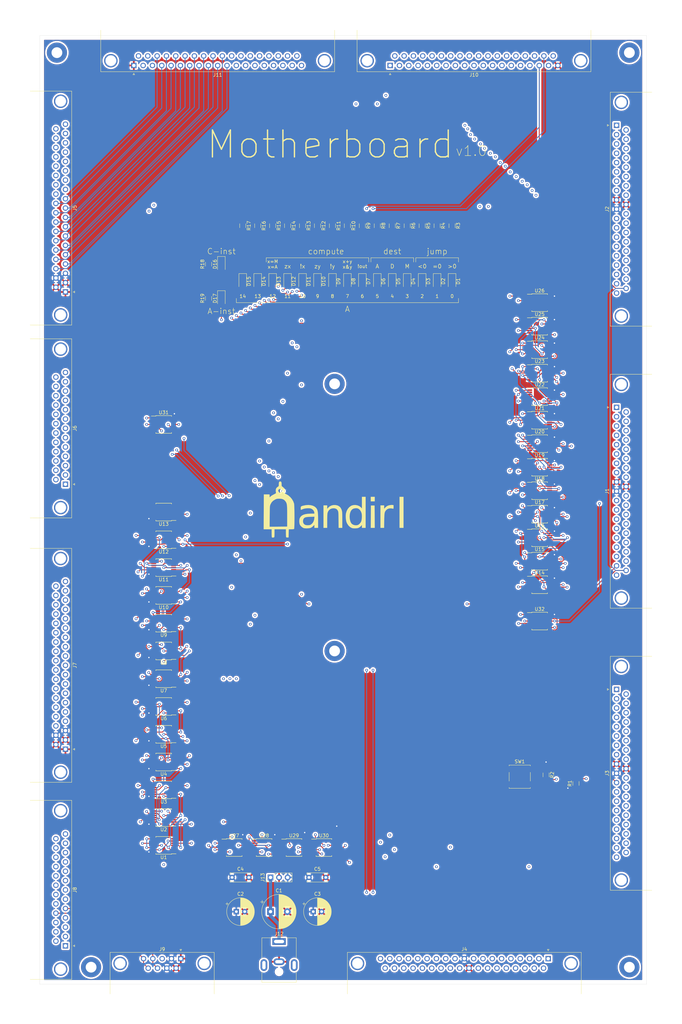
<source format=kicad_pcb>
(kicad_pcb (version 20171130) (host pcbnew 5.1.5-52549c5~84~ubuntu18.04.1)
  (layers (0 F.Cu signal) (1 In1.Cu signal) (2 In2.Cu signal) (31 B.Cu signal) (34 B.Paste user) (35 F.Paste user) (36 B.SilkS user) (37 F.SilkS user) (38 B.Mask user) (39 F.Mask user) (44 Edge.Cuts user))
  (net 0 "")
  (net 1 clk_a)
  (net 2 areg_in1)
  (net 3 areg_in3)
  (net 4 areg_in5)
  (net 5 areg_in7)
  (net 6 areg_in9)
  (net 7 areg_in11)
  (net 8 areg_in13)
  (net 9 areg_in15)
  (net 10 GND)
  (net 11 areg_out15)
  (net 12 areg_out13)
  (net 13 areg_out11)
  (net 14 areg_out9)
  (net 15 areg_out7)
  (net 16 areg_out5)
  (net 17 areg_out3)
  (net 18 areg_out1)
  (net 19 rega_load)
  (net 20 areg_in0)
  (net 21 areg_in2)
  (net 22 areg_in4)
  (net 23 areg_in6)
  (net 24 areg_in8)
  (net 25 areg_in10)
  (net 26 areg_in12)
  (net 27 areg_in14)
  (net 28 +3V3)
  (net 29 areg_out14)
  (net 30 areg_out12)
  (net 31 areg_out10)
  (net 32 areg_out8)
  (net 33 areg_out6)
  (net 34 areg_out4)
  (net 35 areg_out2)
  (net 36 areg_out0)
  (net 37 dreg_out13)
  (net 38 dreg_out11)
  (net 39 dreg_out9)
  (net 40 dreg_out7)
  (net 41 dreg_out5)
  (net 42 dreg_out3)
  (net 43 dreg_out1)
  (net 44 regd_load)
  (net 45 dreg_out14)
  (net 46 dreg_out12)
  (net 47 dreg_out10)
  (net 48 dreg_out8)
  (net 49 dreg_out6)
  (net 50 dreg_out4)
  (net 51 dreg_out2)
  (net 52 dreg_out0)
  (net 53 pc_out13)
  (net 54 pc_out11)
  (net 55 pc_out9)
  (net 56 pc_out7)
  (net 57 pc_out5)
  (net 58 pc_out3)
  (net 59 pc_out1)
  (net 60 pc_load)
  (net 61 pc_inc)
  (net 62 reset)
  (net 63 pc_out14)
  (net 64 pc_out12)
  (net 65 pc_out10)
  (net 66 pc_out8)
  (net 67 pc_out6)
  (net 68 pc_out4)
  (net 69 pc_out2)
  (net 70 pc_out0)
  (net 71 inst_14)
  (net 72 inst_12)
  (net 73 inst_10)
  (net 74 inst_8)
  (net 75 inst_6)
  (net 76 inst_4)
  (net 77 inst_2)
  (net 78 inst_0)
  (net 79 inst_15)
  (net 80 inst_13)
  (net 81 inst_11)
  (net 82 inst_9)
  (net 83 inst_7)
  (net 84 inst_5)
  (net 85 inst_3)
  (net 86 inst_1)
  (net 87 alu_out1)
  (net 88 alu_out3)
  (net 89 alu_out5)
  (net 90 alu_out7)
  (net 91 alu_out9)
  (net 92 alu_out11)
  (net 93 alu_out13)
  (net 94 alu_out15)
  (net 95 alu_out0)
  (net 96 alu_out2)
  (net 97 alu_out4)
  (net 98 alu_out6)
  (net 99 alu_out8)
  (net 100 alu_out10)
  (net 101 alu_out12)
  (net 102 alu_out14)
  (net 103 mux_areg_mem_out1)
  (net 104 mux_areg_mem_out3)
  (net 105 mux_areg_mem_out5)
  (net 106 mux_areg_mem_out7)
  (net 107 mux_areg_mem_out9)
  (net 108 mux_areg_mem_out11)
  (net 109 mux_areg_mem_out13)
  (net 110 mux_areg_mem_out15)
  (net 111 mux_areg_mem_out0)
  (net 112 mux_areg_mem_out2)
  (net 113 mux_areg_mem_out4)
  (net 114 mux_areg_mem_out6)
  (net 115 mux_areg_mem_out8)
  (net 116 mux_areg_mem_out10)
  (net 117 mux_areg_mem_out12)
  (net 118 mux_areg_mem_out14)
  (net 119 alu_neg)
  (net 120 alu_zero)
  (net 121 mem_load)
  (net 122 mem_out15)
  (net 123 mem_out13)
  (net 124 mem_out11)
  (net 125 mem_out9)
  (net 126 mem_out7)
  (net 127 mem_out5)
  (net 128 mem_out3)
  (net 129 mem_out1)
  (net 130 mem_out14)
  (net 131 mem_out12)
  (net 132 mem_out10)
  (net 133 mem_out8)
  (net 134 mem_out6)
  (net 135 mem_out4)
  (net 136 mem_out2)
  (net 137 mem_out0)
  (net 138 clk_b)
  (net 139 Vin)
  (net 140 "Net-(U1-Pad13)")
  (net 141 "Net-(U1-Pad12)")
  (net 142 /Mux_16bit/not_sel)
  (net 143 "Net-(U2-Pad11)")
  (net 144 "Net-(U2-Pad10)")
  (net 145 "Net-(U2-Pad3)")
  (net 146 "Net-(U3-Pad11)")
  (net 147 "Net-(U3-Pad8)")
  (net 148 "Net-(U3-Pad3)")
  (net 149 "Net-(U4-Pad13)")
  (net 150 "Net-(U4-Pad12)")
  (net 151 "Net-(U5-Pad11)")
  (net 152 "Net-(U5-Pad10)")
  (net 153 "Net-(U5-Pad3)")
  (net 154 "Net-(U6-Pad11)")
  (net 155 "Net-(U6-Pad8)")
  (net 156 "Net-(U6-Pad3)")
  (net 157 "Net-(U7-Pad13)")
  (net 158 "Net-(U7-Pad12)")
  (net 159 "Net-(U8-Pad11)")
  (net 160 "Net-(U8-Pad10)")
  (net 161 "Net-(U8-Pad3)")
  (net 162 "Net-(U10-Pad2)")
  (net 163 "Net-(U10-Pad1)")
  (net 164 "Net-(U9-Pad3)")
  (net 165 "Net-(U10-Pad13)")
  (net 166 "Net-(U10-Pad12)")
  (net 167 "Net-(U11-Pad11)")
  (net 168 "Net-(U11-Pad10)")
  (net 169 "Net-(U11-Pad3)")
  (net 170 "Net-(U12-Pad11)")
  (net 171 "Net-(U12-Pad8)")
  (net 172 "Net-(U12-Pad3)")
  (net 173 "Net-(U13-Pad13)")
  (net 174 "Net-(U13-Pad12)")
  (net 175 "Net-(U13-Pad11)")
  (net 176 "Net-(U13-Pad10)")
  (net 177 "Net-(U13-Pad9)")
  (net 178 "Net-(U13-Pad8)")
  (net 179 "Net-(U13-Pad6)")
  (net 180 "Net-(U13-Pad5)")
  (net 181 "Net-(U13-Pad4)")
  (net 182 "Net-(U14-Pad13)")
  (net 183 "Net-(U14-Pad12)")
  (net 184 "Net-(U15-Pad11)")
  (net 185 "Net-(U15-Pad10)")
  (net 186 "Net-(U15-Pad3)")
  (net 187 "Net-(U16-Pad11)")
  (net 188 "Net-(U16-Pad8)")
  (net 189 "Net-(U16-Pad3)")
  (net 190 "Net-(U17-Pad13)")
  (net 191 "Net-(U17-Pad12)")
  (net 192 "Net-(U18-Pad11)")
  (net 193 "Net-(U18-Pad10)")
  (net 194 "Net-(U18-Pad3)")
  (net 195 "Net-(U19-Pad11)")
  (net 196 "Net-(U19-Pad8)")
  (net 197 "Net-(U19-Pad3)")
  (net 198 "Net-(U20-Pad13)")
  (net 199 "Net-(U20-Pad12)")
  (net 200 "Net-(U21-Pad11)")
  (net 201 "Net-(U21-Pad10)")
  (net 202 "Net-(U21-Pad3)")
  (net 203 "Net-(U22-Pad11)")
  (net 204 "Net-(U22-Pad8)")
  (net 205 "Net-(U22-Pad3)")
  (net 206 "Net-(U23-Pad13)")
  (net 207 "Net-(U23-Pad12)")
  (net 208 "Net-(U24-Pad11)")
  (net 209 "Net-(U24-Pad10)")
  (net 210 "Net-(U24-Pad3)")
  (net 211 "Net-(U25-Pad11)")
  (net 212 "Net-(U25-Pad8)")
  (net 213 "Net-(U25-Pad3)")
  (net 214 "Net-(U26-Pad13)")
  (net 215 "Net-(U26-Pad12)")
  (net 216 "Net-(U26-Pad11)")
  (net 217 "Net-(U26-Pad10)")
  (net 218 "Net-(U26-Pad9)")
  (net 219 "Net-(U26-Pad8)")
  (net 220 "Net-(U26-Pad6)")
  (net 221 "Net-(U26-Pad5)")
  (net 222 "Net-(U26-Pad4)")
  (net 223 "Net-(U27-Pad12)")
  (net 224 /CPU_logic/jump_zero)
  (net 225 "Net-(U27-Pad10)")
  (net 226 /CPU_logic/jump_pos)
  (net 227 /CPU_logic/alu_pos)
  (net 228 "Net-(U28-Pad11)")
  (net 229 "Net-(U28-Pad10)")
  (net 230 /CPU_logic/jump_neg)
  (net 231 "Net-(U28-Pad6)")
  (net 232 "Net-(U29-Pad13)")
  (net 233 "Net-(U29-Pad12)")
  (net 234 /CPU_logic/jump_cond)
  (net 235 "Net-(U29-Pad3)")
  (net 236 "Net-(U30-Pad12)")
  (net 237 "Net-(U30-Pad10)")
  (net 238 "Net-(U31-Pad12)")
  (net 239 "Net-(U31-Pad10)")
  (net 240 "Net-(U31-Pad3)")
  (net 241 "Net-(U32-Pad12)")
  (net 242 "Net-(U32-Pad10)")
  (net 243 dreg_out15)
  (net 244 "Net-(J8-Pad16)")
  (net 245 "Net-(J8-Pad15)")
  (net 246 "Net-(J8-Pad14)")
  (net 247 "Net-(J8-Pad3)")
  (net 248 "Net-(J8-Pad2)")
  (net 249 "Net-(J8-Pad1)")
  (net 250 rom_oe)
  (net 251 rom_addr15)
  (net 252 rom_we)
  (net 253 rom_addr16)
  (net 254 clk_oe)
  (net 255 "Net-(D1-Pad1)")
  (net 256 "Net-(D2-Pad1)")
  (net 257 "Net-(D3-Pad1)")
  (net 258 "Net-(D4-Pad1)")
  (net 259 "Net-(D5-Pad1)")
  (net 260 "Net-(D6-Pad1)")
  (net 261 "Net-(D7-Pad1)")
  (net 262 "Net-(D8-Pad1)")
  (net 263 "Net-(D9-Pad1)")
  (net 264 "Net-(D10-Pad1)")
  (net 265 "Net-(D11-Pad1)")
  (net 266 "Net-(D12-Pad1)")
  (net 267 "Net-(D13-Pad1)")
  (net 268 "Net-(D14-Pad1)")
  (net 269 "Net-(D15-Pad1)")
  (net 270 "Net-(D16-Pad1)")
  (net 271 ~inst_15)
  (net 272 "Net-(D17-Pad1)")
  (module "nandirl logo:logo" (layer F.Cu) (at 394.97 176.53)
    (fp_text reference G*** hide)
    (fp_text value LOGO hide)
  )
  (module Resistor_SMD:R_1206_3216Metric (layer F.Cu) (at 357.505 113.665 90)
    (fp_text reference R19 (at 0 -1.82 90) (layer F.SilkS))
    (fp_text value 1K)
    (pad 2 smd roundrect (at 1.4 0 90) (size 1.25 1.75) (layers F.Cu F.Paste F.Mask) (roundrect_rratio 0.2) (net 272 "Net-(D17-Pad1)"))
    (pad 1 smd roundrect (at -1.4 0 90) (size 1.25 1.75) (layers F.Cu F.Paste F.Mask) (roundrect_rratio 0.2) (net 10 GND))
  )
  (module Resistor_SMD:R_1206_3216Metric (layer F.Cu) (at 357.505 103.505 90)
    (fp_text reference R18 (at 0 -1.82 90) (layer F.SilkS))
    (fp_text value 1K)
    (pad 2 smd roundrect (at 1.4 0 90) (size 1.25 1.75) (layers F.Cu F.Paste F.Mask) (roundrect_rratio 0.2) (net 270 "Net-(D16-Pad1)"))
    (pad 1 smd roundrect (at -1.4 0 90) (size 1.25 1.75) (layers F.Cu F.Paste F.Mask) (roundrect_rratio 0.2) (net 10 GND))
  )
  (module Resistor_SMD:R_1206_3216Metric (layer F.Cu) (at 367.665 92.075 270)
    (fp_text reference R17 (at 0 -1.82 90) (layer F.SilkS))
    (fp_text value 1K)
    (pad 2 smd roundrect (at 1.4 0 270) (size 1.25 1.75) (layers F.Cu F.Paste F.Mask) (roundrect_rratio 0.2) (net 269 "Net-(D15-Pad1)"))
    (pad 1 smd roundrect (at -1.4 0 270) (size 1.25 1.75) (layers F.Cu F.Paste F.Mask) (roundrect_rratio 0.2) (net 10 GND))
  )
  (module Resistor_SMD:R_1206_3216Metric (layer F.Cu) (at 372.11 92.075 270)
    (fp_text reference R16 (at 0 -1.82 90) (layer F.SilkS))
    (fp_text value 1K)
    (pad 2 smd roundrect (at 1.4 0 270) (size 1.25 1.75) (layers F.Cu F.Paste F.Mask) (roundrect_rratio 0.2) (net 268 "Net-(D14-Pad1)"))
    (pad 1 smd roundrect (at -1.4 0 270) (size 1.25 1.75) (layers F.Cu F.Paste F.Mask) (roundrect_rratio 0.2) (net 10 GND))
  )
  (module Resistor_SMD:R_1206_3216Metric (layer F.Cu) (at 376.555 92.075 270)
    (fp_text reference R15 (at 0 -1.82 90) (layer F.SilkS))
    (fp_text value 1K)
    (pad 2 smd roundrect (at 1.4 0 270) (size 1.25 1.75) (layers F.Cu F.Paste F.Mask) (roundrect_rratio 0.2) (net 267 "Net-(D13-Pad1)"))
    (pad 1 smd roundrect (at -1.4 0 270) (size 1.25 1.75) (layers F.Cu F.Paste F.Mask) (roundrect_rratio 0.2) (net 10 GND))
  )
  (module Resistor_SMD:R_1206_3216Metric (layer F.Cu) (at 381 92.075 270)
    (fp_text reference R14 (at 0 -1.82 90) (layer F.SilkS))
    (fp_text value 1K)
    (pad 2 smd roundrect (at 1.4 0 270) (size 1.25 1.75) (layers F.Cu F.Paste F.Mask) (roundrect_rratio 0.2) (net 266 "Net-(D12-Pad1)"))
    (pad 1 smd roundrect (at -1.4 0 270) (size 1.25 1.75) (layers F.Cu F.Paste F.Mask) (roundrect_rratio 0.2) (net 10 GND))
  )
  (module Resistor_SMD:R_1206_3216Metric (layer F.Cu) (at 385.445 92.075 270)
    (fp_text reference R13 (at 0 -1.82 90) (layer F.SilkS))
    (fp_text value 1K)
    (pad 2 smd roundrect (at 1.4 0 270) (size 1.25 1.75) (layers F.Cu F.Paste F.Mask) (roundrect_rratio 0.2) (net 265 "Net-(D11-Pad1)"))
    (pad 1 smd roundrect (at -1.4 0 270) (size 1.25 1.75) (layers F.Cu F.Paste F.Mask) (roundrect_rratio 0.2) (net 10 GND))
  )
  (module Resistor_SMD:R_1206_3216Metric (layer F.Cu) (at 389.89 92.075 270)
    (fp_text reference R12 (at 0 -1.82 90) (layer F.SilkS))
    (fp_text value 1K)
    (pad 2 smd roundrect (at 1.4 0 270) (size 1.25 1.75) (layers F.Cu F.Paste F.Mask) (roundrect_rratio 0.2) (net 264 "Net-(D10-Pad1)"))
    (pad 1 smd roundrect (at -1.4 0 270) (size 1.25 1.75) (layers F.Cu F.Paste F.Mask) (roundrect_rratio 0.2) (net 10 GND))
  )
  (module Resistor_SMD:R_1206_3216Metric (layer F.Cu) (at 394.335 92.075 270)
    (fp_text reference R11 (at 0 -1.82 90) (layer F.SilkS))
    (fp_text value 1K)
    (pad 2 smd roundrect (at 1.4 0 270) (size 1.25 1.75) (layers F.Cu F.Paste F.Mask) (roundrect_rratio 0.2) (net 263 "Net-(D9-Pad1)"))
    (pad 1 smd roundrect (at -1.4 0 270) (size 1.25 1.75) (layers F.Cu F.Paste F.Mask) (roundrect_rratio 0.2) (net 10 GND))
  )
  (module Resistor_SMD:R_1206_3216Metric (layer F.Cu) (at 398.78 92.075 270)
    (fp_text reference R10 (at 0 -1.82 90) (layer F.SilkS))
    (fp_text value 1K)
    (pad 2 smd roundrect (at 1.4 0 270) (size 1.25 1.75) (layers F.Cu F.Paste F.Mask) (roundrect_rratio 0.2) (net 262 "Net-(D8-Pad1)"))
    (pad 1 smd roundrect (at -1.4 0 270) (size 1.25 1.75) (layers F.Cu F.Paste F.Mask) (roundrect_rratio 0.2) (net 10 GND))
  )
  (module Resistor_SMD:R_1206_3216Metric (layer F.Cu) (at 403.225 92.075 270)
    (fp_text reference R9 (at 0 -1.82 90) (layer F.SilkS))
    (fp_text value 1K)
    (pad 2 smd roundrect (at 1.4 0 270) (size 1.25 1.75) (layers F.Cu F.Paste F.Mask) (roundrect_rratio 0.2) (net 261 "Net-(D7-Pad1)"))
    (pad 1 smd roundrect (at -1.4 0 270) (size 1.25 1.75) (layers F.Cu F.Paste F.Mask) (roundrect_rratio 0.2) (net 10 GND))
  )
  (module Resistor_SMD:R_1206_3216Metric (layer F.Cu) (at 407.67 92.075 270)
    (fp_text reference R8 (at 0 -1.82 90) (layer F.SilkS))
    (fp_text value 1K)
    (pad 2 smd roundrect (at 1.4 0 270) (size 1.25 1.75) (layers F.Cu F.Paste F.Mask) (roundrect_rratio 0.2) (net 260 "Net-(D6-Pad1)"))
    (pad 1 smd roundrect (at -1.4 0 270) (size 1.25 1.75) (layers F.Cu F.Paste F.Mask) (roundrect_rratio 0.2) (net 10 GND))
  )
  (module Resistor_SMD:R_1206_3216Metric (layer F.Cu) (at 412.115 92.075 270)
    (fp_text reference R7 (at 0 -1.82 90) (layer F.SilkS))
    (fp_text value 1K)
    (pad 2 smd roundrect (at 1.4 0 270) (size 1.25 1.75) (layers F.Cu F.Paste F.Mask) (roundrect_rratio 0.2) (net 259 "Net-(D5-Pad1)"))
    (pad 1 smd roundrect (at -1.4 0 270) (size 1.25 1.75) (layers F.Cu F.Paste F.Mask) (roundrect_rratio 0.2) (net 10 GND))
  )
  (module Resistor_SMD:R_1206_3216Metric (layer F.Cu) (at 416.56 92.075 270)
    (fp_text reference R6 (at 0 -1.82 90) (layer F.SilkS))
    (fp_text value 1K)
    (pad 2 smd roundrect (at 1.4 0 270) (size 1.25 1.75) (layers F.Cu F.Paste F.Mask) (roundrect_rratio 0.2) (net 258 "Net-(D4-Pad1)"))
    (pad 1 smd roundrect (at -1.4 0 270) (size 1.25 1.75) (layers F.Cu F.Paste F.Mask) (roundrect_rratio 0.2) (net 10 GND))
  )
  (module Resistor_SMD:R_1206_3216Metric (layer F.Cu) (at 421.005 92.075 270)
    (fp_text reference R5 (at 0 -1.82 90) (layer F.SilkS))
    (fp_text value 1K)
    (pad 2 smd roundrect (at 1.4 0 270) (size 1.25 1.75) (layers F.Cu F.Paste F.Mask) (roundrect_rratio 0.2) (net 257 "Net-(D3-Pad1)"))
    (pad 1 smd roundrect (at -1.4 0 270) (size 1.25 1.75) (layers F.Cu F.Paste F.Mask) (roundrect_rratio 0.2) (net 10 GND))
  )
  (module Resistor_SMD:R_1206_3216Metric (layer F.Cu) (at 425.45 92.075 270)
    (fp_text reference R4 (at 0 -1.82 90) (layer F.SilkS))
    (fp_text value 1K)
    (pad 2 smd roundrect (at 1.4 0 270) (size 1.25 1.75) (layers F.Cu F.Paste F.Mask) (roundrect_rratio 0.2) (net 256 "Net-(D2-Pad1)"))
    (pad 1 smd roundrect (at -1.4 0 270) (size 1.25 1.75) (layers F.Cu F.Paste F.Mask) (roundrect_rratio 0.2) (net 10 GND))
  )
  (module Resistor_SMD:R_1206_3216Metric (layer F.Cu) (at 429.895 92.075 270)
    (fp_text reference R3 (at 0 -1.82 90) (layer F.SilkS))
    (fp_text value 1K)
    (pad 2 smd roundrect (at 1.4 0 270) (size 1.25 1.75) (layers F.Cu F.Paste F.Mask) (roundrect_rratio 0.2) (net 255 "Net-(D1-Pad1)"))
    (pad 1 smd roundrect (at -1.4 0 270) (size 1.25 1.75) (layers F.Cu F.Paste F.Mask) (roundrect_rratio 0.2) (net 10 GND))
  )
  (module LED_SMD:LED_1206_3216Metric (layer F.Cu) (at 361.315 113.665 270)
    (fp_text reference D17 (at 0 1.905 90) (layer F.SilkS))
    (fp_text value LED)
    (pad 2 smd roundrect (at 1.4 0 270) (size 1.25 1.75) (layers F.Cu F.Paste F.Mask) (roundrect_rratio 0.2) (net 271 ~inst_15))
    (pad 1 smd roundrect (at -1.4 0 270) (size 1.25 1.75) (layers F.Cu F.Paste F.Mask) (roundrect_rratio 0.2) (net 272 "Net-(D17-Pad1)"))
  )
  (module LED_SMD:LED_1206_3216Metric (layer F.Cu) (at 361.315 103.505 270)
    (fp_text reference D16 (at 0 1.905 90) (layer F.SilkS))
    (fp_text value LED)
    (pad 2 smd roundrect (at 1.4 0 270) (size 1.25 1.75) (layers F.Cu F.Paste F.Mask) (roundrect_rratio 0.2) (net 79 inst_15))
    (pad 1 smd roundrect (at -1.4 0 270) (size 1.25 1.75) (layers F.Cu F.Paste F.Mask) (roundrect_rratio 0.2) (net 270 "Net-(D16-Pad1)"))
  )
  (module LED_SMD:LED_1206_3216Metric (layer F.Cu) (at 367.665 108.585 270)
    (fp_text reference D15 (at 0 -1.82 90) (layer F.SilkS))
    (fp_text value LED)
    (pad 2 smd roundrect (at 1.4 0 270) (size 1.25 1.75) (layers F.Cu F.Paste F.Mask) (roundrect_rratio 0.2) (net 71 inst_14))
    (pad 1 smd roundrect (at -1.4 0 270) (size 1.25 1.75) (layers F.Cu F.Paste F.Mask) (roundrect_rratio 0.2) (net 269 "Net-(D15-Pad1)"))
  )
  (module LED_SMD:LED_1206_3216Metric (layer F.Cu) (at 372.11 108.585 270)
    (fp_text reference D14 (at 0 -1.82 90) (layer F.SilkS))
    (fp_text value LED)
    (pad 2 smd roundrect (at 1.4 0 270) (size 1.25 1.75) (layers F.Cu F.Paste F.Mask) (roundrect_rratio 0.2) (net 80 inst_13))
    (pad 1 smd roundrect (at -1.4 0 270) (size 1.25 1.75) (layers F.Cu F.Paste F.Mask) (roundrect_rratio 0.2) (net 268 "Net-(D14-Pad1)"))
  )
  (module LED_SMD:LED_1206_3216Metric (layer F.Cu) (at 376.555 108.585 270)
    (fp_text reference D13 (at 0 -1.82 90) (layer F.SilkS))
    (fp_text value LED)
    (pad 2 smd roundrect (at 1.4 0 270) (size 1.25 1.75) (layers F.Cu F.Paste F.Mask) (roundrect_rratio 0.2) (net 72 inst_12))
    (pad 1 smd roundrect (at -1.4 0 270) (size 1.25 1.75) (layers F.Cu F.Paste F.Mask) (roundrect_rratio 0.2) (net 267 "Net-(D13-Pad1)"))
  )
  (module LED_SMD:LED_1206_3216Metric (layer F.Cu) (at 381 108.585 270)
    (fp_text reference D12 (at 0 -1.82 90) (layer F.SilkS))
    (fp_text value LED)
    (pad 2 smd roundrect (at 1.4 0 270) (size 1.25 1.75) (layers F.Cu F.Paste F.Mask) (roundrect_rratio 0.2) (net 81 inst_11))
    (pad 1 smd roundrect (at -1.4 0 270) (size 1.25 1.75) (layers F.Cu F.Paste F.Mask) (roundrect_rratio 0.2) (net 266 "Net-(D12-Pad1)"))
  )
  (module LED_SMD:LED_1206_3216Metric (layer F.Cu) (at 385.445 108.585 270)
    (fp_text reference D11 (at 0 -1.82 90) (layer F.SilkS))
    (fp_text value LED)
    (pad 2 smd roundrect (at 1.4 0 270) (size 1.25 1.75) (layers F.Cu F.Paste F.Mask) (roundrect_rratio 0.2) (net 73 inst_10))
    (pad 1 smd roundrect (at -1.4 0 270) (size 1.25 1.75) (layers F.Cu F.Paste F.Mask) (roundrect_rratio 0.2) (net 265 "Net-(D11-Pad1)"))
  )
  (module LED_SMD:LED_1206_3216Metric (layer F.Cu) (at 389.89 108.585 270)
    (fp_text reference D10 (at 0 -1.82 90) (layer F.SilkS))
    (fp_text value LED)
    (pad 2 smd roundrect (at 1.4 0 270) (size 1.25 1.75) (layers F.Cu F.Paste F.Mask) (roundrect_rratio 0.2) (net 82 inst_9))
    (pad 1 smd roundrect (at -1.4 0 270) (size 1.25 1.75) (layers F.Cu F.Paste F.Mask) (roundrect_rratio 0.2) (net 264 "Net-(D10-Pad1)"))
  )
  (module LED_SMD:LED_1206_3216Metric (layer F.Cu) (at 394.335 108.585 270)
    (fp_text reference D9 (at 0 -1.82 90) (layer F.SilkS))
    (fp_text value LED)
    (pad 2 smd roundrect (at 1.4 0 270) (size 1.25 1.75) (layers F.Cu F.Paste F.Mask) (roundrect_rratio 0.2) (net 74 inst_8))
    (pad 1 smd roundrect (at -1.4 0 270) (size 1.25 1.75) (layers F.Cu F.Paste F.Mask) (roundrect_rratio 0.2) (net 263 "Net-(D9-Pad1)"))
  )
  (module LED_SMD:LED_1206_3216Metric (layer F.Cu) (at 398.78 108.585 270)
    (fp_text reference D8 (at 0 -1.82 90) (layer F.SilkS))
    (fp_text value LED)
    (pad 2 smd roundrect (at 1.4 0 270) (size 1.25 1.75) (layers F.Cu F.Paste F.Mask) (roundrect_rratio 0.2) (net 83 inst_7))
    (pad 1 smd roundrect (at -1.4 0 270) (size 1.25 1.75) (layers F.Cu F.Paste F.Mask) (roundrect_rratio 0.2) (net 262 "Net-(D8-Pad1)"))
  )
  (module LED_SMD:LED_1206_3216Metric (layer F.Cu) (at 403.225 108.585 270)
    (fp_text reference D7 (at 0 -1.82 90) (layer F.SilkS))
    (fp_text value LED)
    (pad 2 smd roundrect (at 1.4 0 270) (size 1.25 1.75) (layers F.Cu F.Paste F.Mask) (roundrect_rratio 0.2) (net 75 inst_6))
    (pad 1 smd roundrect (at -1.4 0 270) (size 1.25 1.75) (layers F.Cu F.Paste F.Mask) (roundrect_rratio 0.2) (net 261 "Net-(D7-Pad1)"))
  )
  (module LED_SMD:LED_1206_3216Metric (layer F.Cu) (at 407.67 108.585 270)
    (fp_text reference D6 (at 0 -1.82 90) (layer F.SilkS))
    (fp_text value LED)
    (pad 2 smd roundrect (at 1.4 0 270) (size 1.25 1.75) (layers F.Cu F.Paste F.Mask) (roundrect_rratio 0.2) (net 84 inst_5))
    (pad 1 smd roundrect (at -1.4 0 270) (size 1.25 1.75) (layers F.Cu F.Paste F.Mask) (roundrect_rratio 0.2) (net 260 "Net-(D6-Pad1)"))
  )
  (module LED_SMD:LED_1206_3216Metric (layer F.Cu) (at 412.115 108.585 270)
    (fp_text reference D5 (at 0 -1.82 90) (layer F.SilkS))
    (fp_text value LED)
    (pad 2 smd roundrect (at 1.4 0 270) (size 1.25 1.75) (layers F.Cu F.Paste F.Mask) (roundrect_rratio 0.2) (net 76 inst_4))
    (pad 1 smd roundrect (at -1.4 0 270) (size 1.25 1.75) (layers F.Cu F.Paste F.Mask) (roundrect_rratio 0.2) (net 259 "Net-(D5-Pad1)"))
  )
  (module LED_SMD:LED_1206_3216Metric (layer F.Cu) (at 416.56 108.585 270)
    (fp_text reference D4 (at 0 -1.82 90) (layer F.SilkS))
    (fp_text value LED)
    (pad 2 smd roundrect (at 1.4 0 270) (size 1.25 1.75) (layers F.Cu F.Paste F.Mask) (roundrect_rratio 0.2) (net 85 inst_3))
    (pad 1 smd roundrect (at -1.4 0 270) (size 1.25 1.75) (layers F.Cu F.Paste F.Mask) (roundrect_rratio 0.2) (net 258 "Net-(D4-Pad1)"))
  )
  (module LED_SMD:LED_1206_3216Metric (layer F.Cu) (at 421.005 108.585 270)
    (fp_text reference D3 (at 0 -1.82 90) (layer F.SilkS))
    (fp_text value LED)
    (pad 2 smd roundrect (at 1.4 0 270) (size 1.25 1.75) (layers F.Cu F.Paste F.Mask) (roundrect_rratio 0.2) (net 77 inst_2))
    (pad 1 smd roundrect (at -1.4 0 270) (size 1.25 1.75) (layers F.Cu F.Paste F.Mask) (roundrect_rratio 0.2) (net 257 "Net-(D3-Pad1)"))
  )
  (module LED_SMD:LED_1206_3216Metric (layer F.Cu) (at 425.45 108.585 270)
    (fp_text reference D2 (at 0 -1.82 90) (layer F.SilkS))
    (fp_text value LED)
    (pad 2 smd roundrect (at 1.4 0 270) (size 1.25 1.75) (layers F.Cu F.Paste F.Mask) (roundrect_rratio 0.2) (net 86 inst_1))
    (pad 1 smd roundrect (at -1.4 0 270) (size 1.25 1.75) (layers F.Cu F.Paste F.Mask) (roundrect_rratio 0.2) (net 256 "Net-(D2-Pad1)"))
  )
  (module LED_SMD:LED_1206_3216Metric (layer F.Cu) (at 429.895 108.585 270)
    (fp_text reference D1 (at 0 -1.82 90) (layer F.SilkS))
    (fp_text value LED)
    (pad 2 smd roundrect (at 1.4 0 270) (size 1.25 1.75) (layers F.Cu F.Paste F.Mask) (roundrect_rratio 0.2) (net 78 inst_0))
    (pad 1 smd roundrect (at -1.4 0 270) (size 1.25 1.75) (layers F.Cu F.Paste F.Mask) (roundrect_rratio 0.2) (net 255 "Net-(D1-Pad1)"))
  )
  (module Connector_Dsub:DSUB-37_Female_Horizontal_P2.77x2.84mm_EdgePinOffset7.70mm_Housed_MountingHolesOffset9.12mm (layer F.Cu) (at 335.28 44.45 180)
    (fp_text reference J11 (at -24.93 -2.8) (layer F.SilkS))
    (fp_text value DB37_Female)
    (pad 0 thru_hole circle (at 6.82 1.42 180) (size 4 4) (drill 3.2) (layers *.Cu *.Mask))
    (pad 0 thru_hole circle (at -56.68 1.42 180) (size 4 4) (drill 3.2) (layers *.Cu *.Mask))
    (pad 37 thru_hole circle (at -48.475 2.84 180) (size 1.6 1.6) (drill 1) (layers *.Cu *.Mask) (net 71 inst_14))
    (pad 36 thru_hole circle (at -45.705 2.84 180) (size 1.6 1.6) (drill 1) (layers *.Cu *.Mask) (net 72 inst_12))
    (pad 35 thru_hole circle (at -42.935 2.84 180) (size 1.6 1.6) (drill 1) (layers *.Cu *.Mask) (net 73 inst_10))
    (pad 34 thru_hole circle (at -40.165 2.84 180) (size 1.6 1.6) (drill 1) (layers *.Cu *.Mask) (net 74 inst_8))
    (pad 33 thru_hole circle (at -37.395 2.84 180) (size 1.6 1.6) (drill 1) (layers *.Cu *.Mask) (net 75 inst_6))
    (pad 32 thru_hole circle (at -34.625 2.84 180) (size 1.6 1.6) (drill 1) (layers *.Cu *.Mask) (net 76 inst_4))
    (pad 31 thru_hole circle (at -31.855 2.84 180) (size 1.6 1.6) (drill 1) (layers *.Cu *.Mask) (net 77 inst_2))
    (pad 30 thru_hole circle (at -29.085 2.84 180) (size 1.6 1.6) (drill 1) (layers *.Cu *.Mask) (net 78 inst_0))
    (pad 29 thru_hole circle (at -26.315 2.84 180) (size 1.6 1.6) (drill 1) (layers *.Cu *.Mask) (net 118 mux_areg_mem_out14))
    (pad 28 thru_hole circle (at -23.545 2.84 180) (size 1.6 1.6) (drill 1) (layers *.Cu *.Mask) (net 117 mux_areg_mem_out12))
    (pad 27 thru_hole circle (at -20.775 2.84 180) (size 1.6 1.6) (drill 1) (layers *.Cu *.Mask) (net 116 mux_areg_mem_out10))
    (pad 26 thru_hole circle (at -18.005 2.84 180) (size 1.6 1.6) (drill 1) (layers *.Cu *.Mask) (net 115 mux_areg_mem_out8))
    (pad 25 thru_hole circle (at -15.235 2.84 180) (size 1.6 1.6) (drill 1) (layers *.Cu *.Mask) (net 114 mux_areg_mem_out6))
    (pad 24 thru_hole circle (at -12.465 2.84 180) (size 1.6 1.6) (drill 1) (layers *.Cu *.Mask) (net 113 mux_areg_mem_out4))
    (pad 23 thru_hole circle (at -9.695 2.84 180) (size 1.6 1.6) (drill 1) (layers *.Cu *.Mask) (net 112 mux_areg_mem_out2))
    (pad 22 thru_hole circle (at -6.925 2.84 180) (size 1.6 1.6) (drill 1) (layers *.Cu *.Mask) (net 111 mux_areg_mem_out0))
    (pad 21 thru_hole circle (at -4.155 2.84 180) (size 1.6 1.6) (drill 1) (layers *.Cu *.Mask) (net 61 pc_inc))
    (pad 20 thru_hole circle (at -1.385 2.84 180) (size 1.6 1.6) (drill 1) (layers *.Cu *.Mask) (net 254 clk_oe))
    (pad 19 thru_hole circle (at -49.86 0 180) (size 1.6 1.6) (drill 1) (layers *.Cu *.Mask) (net 79 inst_15))
    (pad 18 thru_hole circle (at -47.09 0 180) (size 1.6 1.6) (drill 1) (layers *.Cu *.Mask) (net 80 inst_13))
    (pad 17 thru_hole circle (at -44.32 0 180) (size 1.6 1.6) (drill 1) (layers *.Cu *.Mask) (net 81 inst_11))
    (pad 16 thru_hole circle (at -41.55 0 180) (size 1.6 1.6) (drill 1) (layers *.Cu *.Mask) (net 82 inst_9))
    (pad 15 thru_hole circle (at -38.78 0 180) (size 1.6 1.6) (drill 1) (layers *.Cu *.Mask) (net 83 inst_7))
    (pad 14 thru_hole circle (at -36.01 0 180) (size 1.6 1.6) (drill 1) (layers *.Cu *.Mask) (net 84 inst_5))
    (pad 13 thru_hole circle (at -33.24 0 180) (size 1.6 1.6) (drill 1) (layers *.Cu *.Mask) (net 85 inst_3))
    (pad 12 thru_hole circle (at -30.47 0 180) (size 1.6 1.6) (drill 1) (layers *.Cu *.Mask) (net 86 inst_1))
    (pad 11 thru_hole circle (at -27.7 0 180) (size 1.6 1.6) (drill 1) (layers *.Cu *.Mask) (net 110 mux_areg_mem_out15))
    (pad 10 thru_hole circle (at -24.93 0 180) (size 1.6 1.6) (drill 1) (layers *.Cu *.Mask) (net 109 mux_areg_mem_out13))
    (pad 9 thru_hole circle (at -22.16 0 180) (size 1.6 1.6) (drill 1) (layers *.Cu *.Mask) (net 108 mux_areg_mem_out11))
    (pad 8 thru_hole circle (at -19.39 0 180) (size 1.6 1.6) (drill 1) (layers *.Cu *.Mask) (net 107 mux_areg_mem_out9))
    (pad 7 thru_hole circle (at -16.62 0 180) (size 1.6 1.6) (drill 1) (layers *.Cu *.Mask) (net 106 mux_areg_mem_out7))
    (pad 6 thru_hole circle (at -13.85 0 180) (size 1.6 1.6) (drill 1) (layers *.Cu *.Mask) (net 105 mux_areg_mem_out5))
    (pad 5 thru_hole circle (at -11.08 0 180) (size 1.6 1.6) (drill 1) (layers *.Cu *.Mask) (net 104 mux_areg_mem_out3))
    (pad 4 thru_hole circle (at -8.31 0 180) (size 1.6 1.6) (drill 1) (layers *.Cu *.Mask) (net 103 mux_areg_mem_out1))
    (pad 3 thru_hole circle (at -5.54 0 180) (size 1.6 1.6) (drill 1) (layers *.Cu *.Mask) (net 62 reset))
    (pad 2 thru_hole circle (at -2.77 0 180) (size 1.6 1.6) (drill 1) (layers *.Cu *.Mask) (net 250 rom_oe))
    (pad 1 thru_hole rect (at 0 0 180) (size 1.6 1.6) (drill 1) (layers *.Cu *.Mask) (net 10 GND))
  )
  (module Connector_Dsub:DSUB-37_Female_Horizontal_P2.77x2.84mm_EdgePinOffset7.70mm_Housed_MountingHolesOffset9.12mm (layer F.Cu) (at 411.48 44.45 180)
    (fp_text reference J10 (at -24.93 -2.8) (layer F.SilkS))
    (fp_text value DB37_Female)
    (pad 0 thru_hole circle (at 6.82 1.42 180) (size 4 4) (drill 3.2) (layers *.Cu *.Mask))
    (pad 0 thru_hole circle (at -56.68 1.42 180) (size 4 4) (drill 3.2) (layers *.Cu *.Mask))
    (pad 37 thru_hole circle (at -48.475 2.84 180) (size 1.6 1.6) (drill 1) (layers *.Cu *.Mask) (net 253 rom_addr16))
    (pad 36 thru_hole circle (at -45.705 2.84 180) (size 1.6 1.6) (drill 1) (layers *.Cu *.Mask) (net 138 clk_b))
    (pad 35 thru_hole circle (at -42.935 2.84 180) (size 1.6 1.6) (drill 1) (layers *.Cu *.Mask) (net 243 dreg_out15))
    (pad 34 thru_hole circle (at -40.165 2.84 180) (size 1.6 1.6) (drill 1) (layers *.Cu *.Mask) (net 37 dreg_out13))
    (pad 33 thru_hole circle (at -37.395 2.84 180) (size 1.6 1.6) (drill 1) (layers *.Cu *.Mask) (net 38 dreg_out11))
    (pad 32 thru_hole circle (at -34.625 2.84 180) (size 1.6 1.6) (drill 1) (layers *.Cu *.Mask) (net 39 dreg_out9))
    (pad 31 thru_hole circle (at -31.855 2.84 180) (size 1.6 1.6) (drill 1) (layers *.Cu *.Mask) (net 40 dreg_out7))
    (pad 30 thru_hole circle (at -29.085 2.84 180) (size 1.6 1.6) (drill 1) (layers *.Cu *.Mask) (net 41 dreg_out5))
    (pad 29 thru_hole circle (at -26.315 2.84 180) (size 1.6 1.6) (drill 1) (layers *.Cu *.Mask) (net 42 dreg_out3))
    (pad 28 thru_hole circle (at -23.545 2.84 180) (size 1.6 1.6) (drill 1) (layers *.Cu *.Mask) (net 43 dreg_out1))
    (pad 27 thru_hole circle (at -20.775 2.84 180) (size 1.6 1.6) (drill 1) (layers *.Cu *.Mask) (net 63 pc_out14))
    (pad 26 thru_hole circle (at -18.005 2.84 180) (size 1.6 1.6) (drill 1) (layers *.Cu *.Mask) (net 64 pc_out12))
    (pad 25 thru_hole circle (at -15.235 2.84 180) (size 1.6 1.6) (drill 1) (layers *.Cu *.Mask) (net 65 pc_out10))
    (pad 24 thru_hole circle (at -12.465 2.84 180) (size 1.6 1.6) (drill 1) (layers *.Cu *.Mask) (net 66 pc_out8))
    (pad 23 thru_hole circle (at -9.695 2.84 180) (size 1.6 1.6) (drill 1) (layers *.Cu *.Mask) (net 67 pc_out6))
    (pad 22 thru_hole circle (at -6.925 2.84 180) (size 1.6 1.6) (drill 1) (layers *.Cu *.Mask) (net 68 pc_out4))
    (pad 21 thru_hole circle (at -4.155 2.84 180) (size 1.6 1.6) (drill 1) (layers *.Cu *.Mask) (net 69 pc_out2))
    (pad 20 thru_hole circle (at -1.385 2.84 180) (size 1.6 1.6) (drill 1) (layers *.Cu *.Mask) (net 70 pc_out0))
    (pad 19 thru_hole circle (at -49.86 0 180) (size 1.6 1.6) (drill 1) (layers *.Cu *.Mask) (net 10 GND))
    (pad 18 thru_hole circle (at -47.09 0 180) (size 1.6 1.6) (drill 1) (layers *.Cu *.Mask) (net 251 rom_addr15))
    (pad 17 thru_hole circle (at -44.32 0 180) (size 1.6 1.6) (drill 1) (layers *.Cu *.Mask) (net 1 clk_a))
    (pad 16 thru_hole circle (at -41.55 0 180) (size 1.6 1.6) (drill 1) (layers *.Cu *.Mask) (net 45 dreg_out14))
    (pad 15 thru_hole circle (at -38.78 0 180) (size 1.6 1.6) (drill 1) (layers *.Cu *.Mask) (net 46 dreg_out12))
    (pad 14 thru_hole circle (at -36.01 0 180) (size 1.6 1.6) (drill 1) (layers *.Cu *.Mask) (net 47 dreg_out10))
    (pad 13 thru_hole circle (at -33.24 0 180) (size 1.6 1.6) (drill 1) (layers *.Cu *.Mask) (net 48 dreg_out8))
    (pad 12 thru_hole circle (at -30.47 0 180) (size 1.6 1.6) (drill 1) (layers *.Cu *.Mask) (net 49 dreg_out6))
    (pad 11 thru_hole circle (at -27.7 0 180) (size 1.6 1.6) (drill 1) (layers *.Cu *.Mask) (net 50 dreg_out4))
    (pad 10 thru_hole circle (at -24.93 0 180) (size 1.6 1.6) (drill 1) (layers *.Cu *.Mask) (net 51 dreg_out2))
    (pad 9 thru_hole circle (at -22.16 0 180) (size 1.6 1.6) (drill 1) (layers *.Cu *.Mask) (net 52 dreg_out0))
    (pad 8 thru_hole circle (at -19.39 0 180) (size 1.6 1.6) (drill 1) (layers *.Cu *.Mask) (net 53 pc_out13))
    (pad 7 thru_hole circle (at -16.62 0 180) (size 1.6 1.6) (drill 1) (layers *.Cu *.Mask) (net 54 pc_out11))
    (pad 6 thru_hole circle (at -13.85 0 180) (size 1.6 1.6) (drill 1) (layers *.Cu *.Mask) (net 55 pc_out9))
    (pad 5 thru_hole circle (at -11.08 0 180) (size 1.6 1.6) (drill 1) (layers *.Cu *.Mask) (net 56 pc_out7))
    (pad 4 thru_hole circle (at -8.31 0 180) (size 1.6 1.6) (drill 1) (layers *.Cu *.Mask) (net 57 pc_out5))
    (pad 3 thru_hole circle (at -5.54 0 180) (size 1.6 1.6) (drill 1) (layers *.Cu *.Mask) (net 58 pc_out3))
    (pad 2 thru_hole circle (at -2.77 0 180) (size 1.6 1.6) (drill 1) (layers *.Cu *.Mask) (net 59 pc_out1))
    (pad 1 thru_hole rect (at 0 0 180) (size 1.6 1.6) (drill 1) (layers *.Cu *.Mask) (net 252 rom_we))
  )
  (module Connector_Dsub:DSUB-9_Female_Horizontal_P2.77x2.84mm_EdgePinOffset7.70mm_Housed_MountingHolesOffset9.12mm (layer F.Cu) (at 349.25 309.88)
    (fp_text reference J9 (at -5.54 -2.8) (layer F.SilkS))
    (fp_text value DB9_Female)
    (pad 0 thru_hole circle (at 6.96 1.42) (size 4 4) (drill 3.2) (layers *.Cu *.Mask))
    (pad 0 thru_hole circle (at -18.04 1.42) (size 4 4) (drill 3.2) (layers *.Cu *.Mask))
    (pad 9 thru_hole circle (at -9.695 2.84) (size 1.6 1.6) (drill 1) (layers *.Cu *.Mask) (net 1 clk_a))
    (pad 8 thru_hole circle (at -6.925 2.84) (size 1.6 1.6) (drill 1) (layers *.Cu *.Mask) (net 138 clk_b))
    (pad 7 thru_hole circle (at -4.155 2.84) (size 1.6 1.6) (drill 1) (layers *.Cu *.Mask) (net 28 +3V3))
    (pad 6 thru_hole circle (at -1.385 2.84) (size 1.6 1.6) (drill 1) (layers *.Cu *.Mask) (net 10 GND))
    (pad 5 thru_hole circle (at -11.08 0) (size 1.6 1.6) (drill 1) (layers *.Cu *.Mask) (net 1 clk_a))
    (pad 4 thru_hole circle (at -8.31 0) (size 1.6 1.6) (drill 1) (layers *.Cu *.Mask) (net 138 clk_b))
    (pad 3 thru_hole circle (at -5.54 0) (size 1.6 1.6) (drill 1) (layers *.Cu *.Mask) (net 254 clk_oe))
    (pad 2 thru_hole circle (at -2.77 0) (size 1.6 1.6) (drill 1) (layers *.Cu *.Mask) (net 28 +3V3))
    (pad 1 thru_hole rect (at 0 0) (size 1.6 1.6) (drill 1) (layers *.Cu *.Mask) (net 10 GND))
  )
  (module Connector_Dsub:DSUB-25_Female_Horizontal_P2.77x2.84mm_EdgePinOffset7.70mm_Housed_MountingHolesOffset9.12mm (layer F.Cu) (at 314.96 306.07 270)
    (fp_text reference J8 (at -16.62 -2.8 90) (layer F.SilkS))
    (fp_text value DB25_Female)
    (pad 0 thru_hole circle (at 6.93 1.42 270) (size 4 4) (drill 3.2) (layers *.Cu *.Mask))
    (pad 0 thru_hole circle (at -40.17 1.42 270) (size 4 4) (drill 3.2) (layers *.Cu *.Mask))
    (pad 25 thru_hole circle (at -31.855 2.84 270) (size 1.6 1.6) (drill 1) (layers *.Cu *.Mask) (net 130 mem_out14))
    (pad 24 thru_hole circle (at -29.085 2.84 270) (size 1.6 1.6) (drill 1) (layers *.Cu *.Mask) (net 131 mem_out12))
    (pad 23 thru_hole circle (at -26.315 2.84 270) (size 1.6 1.6) (drill 1) (layers *.Cu *.Mask) (net 132 mem_out10))
    (pad 22 thru_hole circle (at -23.545 2.84 270) (size 1.6 1.6) (drill 1) (layers *.Cu *.Mask) (net 133 mem_out8))
    (pad 21 thru_hole circle (at -20.775 2.84 270) (size 1.6 1.6) (drill 1) (layers *.Cu *.Mask) (net 134 mem_out6))
    (pad 20 thru_hole circle (at -18.005 2.84 270) (size 1.6 1.6) (drill 1) (layers *.Cu *.Mask) (net 135 mem_out4))
    (pad 19 thru_hole circle (at -15.235 2.84 270) (size 1.6 1.6) (drill 1) (layers *.Cu *.Mask) (net 136 mem_out2))
    (pad 18 thru_hole circle (at -12.465 2.84 270) (size 1.6 1.6) (drill 1) (layers *.Cu *.Mask) (net 137 mem_out0))
    (pad 17 thru_hole circle (at -9.695 2.84 270) (size 1.6 1.6) (drill 1) (layers *.Cu *.Mask) (net 1 clk_a))
    (pad 16 thru_hole circle (at -6.925 2.84 270) (size 1.6 1.6) (drill 1) (layers *.Cu *.Mask) (net 244 "Net-(J8-Pad16)"))
    (pad 15 thru_hole circle (at -4.155 2.84 270) (size 1.6 1.6) (drill 1) (layers *.Cu *.Mask) (net 245 "Net-(J8-Pad15)"))
    (pad 14 thru_hole circle (at -1.385 2.84 270) (size 1.6 1.6) (drill 1) (layers *.Cu *.Mask) (net 246 "Net-(J8-Pad14)"))
    (pad 13 thru_hole circle (at -33.24 0 270) (size 1.6 1.6) (drill 1) (layers *.Cu *.Mask) (net 122 mem_out15))
    (pad 12 thru_hole circle (at -30.47 0 270) (size 1.6 1.6) (drill 1) (layers *.Cu *.Mask) (net 123 mem_out13))
    (pad 11 thru_hole circle (at -27.7 0 270) (size 1.6 1.6) (drill 1) (layers *.Cu *.Mask) (net 124 mem_out11))
    (pad 10 thru_hole circle (at -24.93 0 270) (size 1.6 1.6) (drill 1) (layers *.Cu *.Mask) (net 125 mem_out9))
    (pad 9 thru_hole circle (at -22.16 0 270) (size 1.6 1.6) (drill 1) (layers *.Cu *.Mask) (net 126 mem_out7))
    (pad 8 thru_hole circle (at -19.39 0 270) (size 1.6 1.6) (drill 1) (layers *.Cu *.Mask) (net 127 mem_out5))
    (pad 7 thru_hole circle (at -16.62 0 270) (size 1.6 1.6) (drill 1) (layers *.Cu *.Mask) (net 128 mem_out3))
    (pad 6 thru_hole circle (at -13.85 0 270) (size 1.6 1.6) (drill 1) (layers *.Cu *.Mask) (net 129 mem_out1))
    (pad 5 thru_hole circle (at -11.08 0 270) (size 1.6 1.6) (drill 1) (layers *.Cu *.Mask) (net 138 clk_b))
    (pad 4 thru_hole circle (at -8.31 0 270) (size 1.6 1.6) (drill 1) (layers *.Cu *.Mask) (net 121 mem_load))
    (pad 3 thru_hole circle (at -5.54 0 270) (size 1.6 1.6) (drill 1) (layers *.Cu *.Mask) (net 247 "Net-(J8-Pad3)"))
    (pad 2 thru_hole circle (at -2.77 0 270) (size 1.6 1.6) (drill 1) (layers *.Cu *.Mask) (net 248 "Net-(J8-Pad2)"))
    (pad 1 thru_hole rect (at 0 0 270) (size 1.6 1.6) (drill 1) (layers *.Cu *.Mask) (net 249 "Net-(J8-Pad1)"))
  )
  (module Connector_Dsub:DSUB-37_Female_Horizontal_P2.77x2.84mm_EdgePinOffset7.70mm_Housed_MountingHolesOffset9.12mm (layer F.Cu) (at 314.96 247.65 270)
    (fp_text reference J7 (at -24.93 -2.8 90) (layer F.SilkS))
    (fp_text value DB37_Female)
    (pad 0 thru_hole circle (at 6.82 1.42 270) (size 4 4) (drill 3.2) (layers *.Cu *.Mask))
    (pad 0 thru_hole circle (at -56.68 1.42 270) (size 4 4) (drill 3.2) (layers *.Cu *.Mask))
    (pad 37 thru_hole circle (at -48.475 2.84 270) (size 1.6 1.6) (drill 1) (layers *.Cu *.Mask) (net 87 alu_out1))
    (pad 36 thru_hole circle (at -45.705 2.84 270) (size 1.6 1.6) (drill 1) (layers *.Cu *.Mask) (net 88 alu_out3))
    (pad 35 thru_hole circle (at -42.935 2.84 270) (size 1.6 1.6) (drill 1) (layers *.Cu *.Mask) (net 89 alu_out5))
    (pad 34 thru_hole circle (at -40.165 2.84 270) (size 1.6 1.6) (drill 1) (layers *.Cu *.Mask) (net 90 alu_out7))
    (pad 33 thru_hole circle (at -37.395 2.84 270) (size 1.6 1.6) (drill 1) (layers *.Cu *.Mask) (net 91 alu_out9))
    (pad 32 thru_hole circle (at -34.625 2.84 270) (size 1.6 1.6) (drill 1) (layers *.Cu *.Mask) (net 92 alu_out11))
    (pad 31 thru_hole circle (at -31.855 2.84 270) (size 1.6 1.6) (drill 1) (layers *.Cu *.Mask) (net 93 alu_out13))
    (pad 30 thru_hole circle (at -29.085 2.84 270) (size 1.6 1.6) (drill 1) (layers *.Cu *.Mask) (net 94 alu_out15))
    (pad 29 thru_hole circle (at -26.315 2.84 270) (size 1.6 1.6) (drill 1) (layers *.Cu *.Mask) (net 29 areg_out14))
    (pad 28 thru_hole circle (at -23.545 2.84 270) (size 1.6 1.6) (drill 1) (layers *.Cu *.Mask) (net 30 areg_out12))
    (pad 27 thru_hole circle (at -20.775 2.84 270) (size 1.6 1.6) (drill 1) (layers *.Cu *.Mask) (net 31 areg_out10))
    (pad 26 thru_hole circle (at -18.005 2.84 270) (size 1.6 1.6) (drill 1) (layers *.Cu *.Mask) (net 32 areg_out8))
    (pad 25 thru_hole circle (at -15.235 2.84 270) (size 1.6 1.6) (drill 1) (layers *.Cu *.Mask) (net 33 areg_out6))
    (pad 24 thru_hole circle (at -12.465 2.84 270) (size 1.6 1.6) (drill 1) (layers *.Cu *.Mask) (net 34 areg_out4))
    (pad 23 thru_hole circle (at -9.695 2.84 270) (size 1.6 1.6) (drill 1) (layers *.Cu *.Mask) (net 35 areg_out2))
    (pad 22 thru_hole circle (at -6.925 2.84 270) (size 1.6 1.6) (drill 1) (layers *.Cu *.Mask) (net 36 areg_out0))
    (pad 21 thru_hole circle (at -4.155 2.84 270) (size 1.6 1.6) (drill 1) (layers *.Cu *.Mask) (net 28 +3V3))
    (pad 20 thru_hole circle (at -1.385 2.84 270) (size 1.6 1.6) (drill 1) (layers *.Cu *.Mask) (net 10 GND))
    (pad 19 thru_hole circle (at -49.86 0 270) (size 1.6 1.6) (drill 1) (layers *.Cu *.Mask) (net 95 alu_out0))
    (pad 18 thru_hole circle (at -47.09 0 270) (size 1.6 1.6) (drill 1) (layers *.Cu *.Mask) (net 96 alu_out2))
    (pad 17 thru_hole circle (at -44.32 0 270) (size 1.6 1.6) (drill 1) (layers *.Cu *.Mask) (net 97 alu_out4))
    (pad 16 thru_hole circle (at -41.55 0 270) (size 1.6 1.6) (drill 1) (layers *.Cu *.Mask) (net 98 alu_out6))
    (pad 15 thru_hole circle (at -38.78 0 270) (size 1.6 1.6) (drill 1) (layers *.Cu *.Mask) (net 99 alu_out8))
    (pad 14 thru_hole circle (at -36.01 0 270) (size 1.6 1.6) (drill 1) (layers *.Cu *.Mask) (net 100 alu_out10))
    (pad 13 thru_hole circle (at -33.24 0 270) (size 1.6 1.6) (drill 1) (layers *.Cu *.Mask) (net 101 alu_out12))
    (pad 12 thru_hole circle (at -30.47 0 270) (size 1.6 1.6) (drill 1) (layers *.Cu *.Mask) (net 102 alu_out14))
    (pad 11 thru_hole circle (at -27.7 0 270) (size 1.6 1.6) (drill 1) (layers *.Cu *.Mask) (net 11 areg_out15))
    (pad 10 thru_hole circle (at -24.93 0 270) (size 1.6 1.6) (drill 1) (layers *.Cu *.Mask) (net 12 areg_out13))
    (pad 9 thru_hole circle (at -22.16 0 270) (size 1.6 1.6) (drill 1) (layers *.Cu *.Mask) (net 13 areg_out11))
    (pad 8 thru_hole circle (at -19.39 0 270) (size 1.6 1.6) (drill 1) (layers *.Cu *.Mask) (net 14 areg_out9))
    (pad 7 thru_hole circle (at -16.62 0 270) (size 1.6 1.6) (drill 1) (layers *.Cu *.Mask) (net 15 areg_out7))
    (pad 6 thru_hole circle (at -13.85 0 270) (size 1.6 1.6) (drill 1) (layers *.Cu *.Mask) (net 16 areg_out5))
    (pad 5 thru_hole circle (at -11.08 0 270) (size 1.6 1.6) (drill 1) (layers *.Cu *.Mask) (net 17 areg_out3))
    (pad 4 thru_hole circle (at -8.31 0 270) (size 1.6 1.6) (drill 1) (layers *.Cu *.Mask) (net 18 areg_out1))
    (pad 3 thru_hole circle (at -5.54 0 270) (size 1.6 1.6) (drill 1) (layers *.Cu *.Mask) (net 28 +3V3))
    (pad 2 thru_hole circle (at -2.77 0 270) (size 1.6 1.6) (drill 1) (layers *.Cu *.Mask) (net 10 GND))
    (pad 1 thru_hole rect (at 0 0 270) (size 1.6 1.6) (drill 1) (layers *.Cu *.Mask) (net 10 GND))
  )
  (module Connector_Dsub:DSUB-25_Female_Horizontal_P2.77x2.84mm_EdgePinOffset7.70mm_Housed_MountingHolesOffset9.12mm (layer F.Cu) (at 314.96 168.91 270)
    (fp_text reference J6 (at -16.62 -2.8 90) (layer F.SilkS))
    (fp_text value DB25_Female)
    (pad 0 thru_hole circle (at 6.93 1.42 270) (size 4 4) (drill 3.2) (layers *.Cu *.Mask))
    (pad 0 thru_hole circle (at -40.17 1.42 270) (size 4 4) (drill 3.2) (layers *.Cu *.Mask))
    (pad 25 thru_hole circle (at -31.855 2.84 270) (size 1.6 1.6) (drill 1) (layers *.Cu *.Mask) (net 102 alu_out14))
    (pad 24 thru_hole circle (at -29.085 2.84 270) (size 1.6 1.6) (drill 1) (layers *.Cu *.Mask) (net 101 alu_out12))
    (pad 23 thru_hole circle (at -26.315 2.84 270) (size 1.6 1.6) (drill 1) (layers *.Cu *.Mask) (net 100 alu_out10))
    (pad 22 thru_hole circle (at -23.545 2.84 270) (size 1.6 1.6) (drill 1) (layers *.Cu *.Mask) (net 99 alu_out8))
    (pad 21 thru_hole circle (at -20.775 2.84 270) (size 1.6 1.6) (drill 1) (layers *.Cu *.Mask) (net 98 alu_out6))
    (pad 20 thru_hole circle (at -18.005 2.84 270) (size 1.6 1.6) (drill 1) (layers *.Cu *.Mask) (net 97 alu_out4))
    (pad 19 thru_hole circle (at -15.235 2.84 270) (size 1.6 1.6) (drill 1) (layers *.Cu *.Mask) (net 96 alu_out2))
    (pad 18 thru_hole circle (at -12.465 2.84 270) (size 1.6 1.6) (drill 1) (layers *.Cu *.Mask) (net 95 alu_out0))
    (pad 17 thru_hole circle (at -9.695 2.84 270) (size 1.6 1.6) (drill 1) (layers *.Cu *.Mask) (net 120 alu_zero))
    (pad 16 thru_hole circle (at -6.925 2.84 270) (size 1.6 1.6) (drill 1) (layers *.Cu *.Mask) (net 75 inst_6))
    (pad 15 thru_hole circle (at -4.155 2.84 270) (size 1.6 1.6) (drill 1) (layers *.Cu *.Mask) (net 74 inst_8))
    (pad 14 thru_hole circle (at -1.385 2.84 270) (size 1.6 1.6) (drill 1) (layers *.Cu *.Mask) (net 73 inst_10))
    (pad 13 thru_hole circle (at -33.24 0 270) (size 1.6 1.6) (drill 1) (layers *.Cu *.Mask) (net 94 alu_out15))
    (pad 12 thru_hole circle (at -30.47 0 270) (size 1.6 1.6) (drill 1) (layers *.Cu *.Mask) (net 93 alu_out13))
    (pad 11 thru_hole circle (at -27.7 0 270) (size 1.6 1.6) (drill 1) (layers *.Cu *.Mask) (net 92 alu_out11))
    (pad 10 thru_hole circle (at -24.93 0 270) (size 1.6 1.6) (drill 1) (layers *.Cu *.Mask) (net 91 alu_out9))
    (pad 9 thru_hole circle (at -22.16 0 270) (size 1.6 1.6) (drill 1) (layers *.Cu *.Mask) (net 90 alu_out7))
    (pad 8 thru_hole circle (at -19.39 0 270) (size 1.6 1.6) (drill 1) (layers *.Cu *.Mask) (net 89 alu_out5))
    (pad 7 thru_hole circle (at -16.62 0 270) (size 1.6 1.6) (drill 1) (layers *.Cu *.Mask) (net 88 alu_out3))
    (pad 6 thru_hole circle (at -13.85 0 270) (size 1.6 1.6) (drill 1) (layers *.Cu *.Mask) (net 87 alu_out1))
    (pad 5 thru_hole circle (at -11.08 0 270) (size 1.6 1.6) (drill 1) (layers *.Cu *.Mask) (net 79 inst_15))
    (pad 4 thru_hole circle (at -8.31 0 270) (size 1.6 1.6) (drill 1) (layers *.Cu *.Mask) (net 119 alu_neg))
    (pad 3 thru_hole circle (at -5.54 0 270) (size 1.6 1.6) (drill 1) (layers *.Cu *.Mask) (net 83 inst_7))
    (pad 2 thru_hole circle (at -2.77 0 270) (size 1.6 1.6) (drill 1) (layers *.Cu *.Mask) (net 82 inst_9))
    (pad 1 thru_hole rect (at 0 0 270) (size 1.6 1.6) (drill 1) (layers *.Cu *.Mask) (net 81 inst_11))
  )
  (module Connector_Dsub:DSUB-37_Female_Horizontal_P2.77x2.84mm_EdgePinOffset7.70mm_Housed_MountingHolesOffset9.12mm (layer F.Cu) (at 314.96 111.76 270)
    (fp_text reference J5 (at -24.93 -2.8 90) (layer F.SilkS))
    (fp_text value DB37_Female)
    (pad 0 thru_hole circle (at 6.82 1.42 270) (size 4 4) (drill 3.2) (layers *.Cu *.Mask))
    (pad 0 thru_hole circle (at -56.68 1.42 270) (size 4 4) (drill 3.2) (layers *.Cu *.Mask))
    (pad 37 thru_hole circle (at -48.475 2.84 270) (size 1.6 1.6) (drill 1) (layers *.Cu *.Mask) (net 43 dreg_out1))
    (pad 36 thru_hole circle (at -45.705 2.84 270) (size 1.6 1.6) (drill 1) (layers *.Cu *.Mask) (net 42 dreg_out3))
    (pad 35 thru_hole circle (at -42.935 2.84 270) (size 1.6 1.6) (drill 1) (layers *.Cu *.Mask) (net 41 dreg_out5))
    (pad 34 thru_hole circle (at -40.165 2.84 270) (size 1.6 1.6) (drill 1) (layers *.Cu *.Mask) (net 40 dreg_out7))
    (pad 33 thru_hole circle (at -37.395 2.84 270) (size 1.6 1.6) (drill 1) (layers *.Cu *.Mask) (net 39 dreg_out9))
    (pad 32 thru_hole circle (at -34.625 2.84 270) (size 1.6 1.6) (drill 1) (layers *.Cu *.Mask) (net 38 dreg_out11))
    (pad 31 thru_hole circle (at -31.855 2.84 270) (size 1.6 1.6) (drill 1) (layers *.Cu *.Mask) (net 37 dreg_out13))
    (pad 30 thru_hole circle (at -29.085 2.84 270) (size 1.6 1.6) (drill 1) (layers *.Cu *.Mask) (net 243 dreg_out15))
    (pad 29 thru_hole circle (at -26.315 2.84 270) (size 1.6 1.6) (drill 1) (layers *.Cu *.Mask) (net 103 mux_areg_mem_out1))
    (pad 28 thru_hole circle (at -23.545 2.84 270) (size 1.6 1.6) (drill 1) (layers *.Cu *.Mask) (net 104 mux_areg_mem_out3))
    (pad 27 thru_hole circle (at -20.775 2.84 270) (size 1.6 1.6) (drill 1) (layers *.Cu *.Mask) (net 105 mux_areg_mem_out5))
    (pad 26 thru_hole circle (at -18.005 2.84 270) (size 1.6 1.6) (drill 1) (layers *.Cu *.Mask) (net 106 mux_areg_mem_out7))
    (pad 25 thru_hole circle (at -15.235 2.84 270) (size 1.6 1.6) (drill 1) (layers *.Cu *.Mask) (net 107 mux_areg_mem_out9))
    (pad 24 thru_hole circle (at -12.465 2.84 270) (size 1.6 1.6) (drill 1) (layers *.Cu *.Mask) (net 108 mux_areg_mem_out11))
    (pad 23 thru_hole circle (at -9.695 2.84 270) (size 1.6 1.6) (drill 1) (layers *.Cu *.Mask) (net 109 mux_areg_mem_out13))
    (pad 22 thru_hole circle (at -6.925 2.84 270) (size 1.6 1.6) (drill 1) (layers *.Cu *.Mask) (net 110 mux_areg_mem_out15))
    (pad 21 thru_hole circle (at -4.155 2.84 270) (size 1.6 1.6) (drill 1) (layers *.Cu *.Mask) (net 28 +3V3))
    (pad 20 thru_hole circle (at -1.385 2.84 270) (size 1.6 1.6) (drill 1) (layers *.Cu *.Mask) (net 10 GND))
    (pad 19 thru_hole circle (at -49.86 0 270) (size 1.6 1.6) (drill 1) (layers *.Cu *.Mask) (net 52 dreg_out0))
    (pad 18 thru_hole circle (at -47.09 0 270) (size 1.6 1.6) (drill 1) (layers *.Cu *.Mask) (net 51 dreg_out2))
    (pad 17 thru_hole circle (at -44.32 0 270) (size 1.6 1.6) (drill 1) (layers *.Cu *.Mask) (net 50 dreg_out4))
    (pad 16 thru_hole circle (at -41.55 0 270) (size 1.6 1.6) (drill 1) (layers *.Cu *.Mask) (net 49 dreg_out6))
    (pad 15 thru_hole circle (at -38.78 0 270) (size 1.6 1.6) (drill 1) (layers *.Cu *.Mask) (net 48 dreg_out8))
    (pad 14 thru_hole circle (at -36.01 0 270) (size 1.6 1.6) (drill 1) (layers *.Cu *.Mask) (net 47 dreg_out10))
    (pad 13 thru_hole circle (at -33.24 0 270) (size 1.6 1.6) (drill 1) (layers *.Cu *.Mask) (net 46 dreg_out12))
    (pad 12 thru_hole circle (at -30.47 0 270) (size 1.6 1.6) (drill 1) (layers *.Cu *.Mask) (net 45 dreg_out14))
    (pad 11 thru_hole circle (at -27.7 0 270) (size 1.6 1.6) (drill 1) (layers *.Cu *.Mask) (net 111 mux_areg_mem_out0))
    (pad 10 thru_hole circle (at -24.93 0 270) (size 1.6 1.6) (drill 1) (layers *.Cu *.Mask) (net 112 mux_areg_mem_out2))
    (pad 9 thru_hole circle (at -22.16 0 270) (size 1.6 1.6) (drill 1) (layers *.Cu *.Mask) (net 113 mux_areg_mem_out4))
    (pad 8 thru_hole circle (at -19.39 0 270) (size 1.6 1.6) (drill 1) (layers *.Cu *.Mask) (net 114 mux_areg_mem_out6))
    (pad 7 thru_hole circle (at -16.62 0 270) (size 1.6 1.6) (drill 1) (layers *.Cu *.Mask) (net 115 mux_areg_mem_out8))
    (pad 6 thru_hole circle (at -13.85 0 270) (size 1.6 1.6) (drill 1) (layers *.Cu *.Mask) (net 116 mux_areg_mem_out10))
    (pad 5 thru_hole circle (at -11.08 0 270) (size 1.6 1.6) (drill 1) (layers *.Cu *.Mask) (net 117 mux_areg_mem_out12))
    (pad 4 thru_hole circle (at -8.31 0 270) (size 1.6 1.6) (drill 1) (layers *.Cu *.Mask) (net 118 mux_areg_mem_out14))
    (pad 3 thru_hole circle (at -5.54 0 270) (size 1.6 1.6) (drill 1) (layers *.Cu *.Mask) (net 28 +3V3))
    (pad 2 thru_hole circle (at -2.77 0 270) (size 1.6 1.6) (drill 1) (layers *.Cu *.Mask) (net 10 GND))
    (pad 1 thru_hole rect (at 0 0 270) (size 1.6 1.6) (drill 1) (layers *.Cu *.Mask) (net 10 GND))
  )
  (module Connector_Dsub:DSUB-37_Female_Horizontal_P2.77x2.84mm_EdgePinOffset7.70mm_Housed_MountingHolesOffset9.12mm (layer F.Cu) (at 458.47 309.88)
    (fp_text reference J4 (at -24.93 -2.8) (layer F.SilkS))
    (fp_text value DB37_Female)
    (pad 0 thru_hole circle (at 6.82 1.42) (size 4 4) (drill 3.2) (layers *.Cu *.Mask))
    (pad 0 thru_hole circle (at -56.68 1.42) (size 4 4) (drill 3.2) (layers *.Cu *.Mask))
    (pad 37 thru_hole circle (at -48.475 2.84) (size 1.6 1.6) (drill 1) (layers *.Cu *.Mask) (net 86 inst_1))
    (pad 36 thru_hole circle (at -45.705 2.84) (size 1.6 1.6) (drill 1) (layers *.Cu *.Mask) (net 85 inst_3))
    (pad 35 thru_hole circle (at -42.935 2.84) (size 1.6 1.6) (drill 1) (layers *.Cu *.Mask) (net 84 inst_5))
    (pad 34 thru_hole circle (at -40.165 2.84) (size 1.6 1.6) (drill 1) (layers *.Cu *.Mask) (net 83 inst_7))
    (pad 33 thru_hole circle (at -37.395 2.84) (size 1.6 1.6) (drill 1) (layers *.Cu *.Mask) (net 82 inst_9))
    (pad 32 thru_hole circle (at -34.625 2.84) (size 1.6 1.6) (drill 1) (layers *.Cu *.Mask) (net 81 inst_11))
    (pad 31 thru_hole circle (at -31.855 2.84) (size 1.6 1.6) (drill 1) (layers *.Cu *.Mask) (net 80 inst_13))
    (pad 30 thru_hole circle (at -29.085 2.84) (size 1.6 1.6) (drill 1) (layers *.Cu *.Mask) (net 79 inst_15))
    (pad 29 thru_hole circle (at -26.315 2.84) (size 1.6 1.6) (drill 1) (layers *.Cu *.Mask) (net 250 rom_oe))
    (pad 28 thru_hole circle (at -23.545 2.84) (size 1.6 1.6) (drill 1) (layers *.Cu *.Mask) (net 10 GND))
    (pad 27 thru_hole circle (at -20.775 2.84) (size 1.6 1.6) (drill 1) (layers *.Cu *.Mask) (net 251 rom_addr15))
    (pad 26 thru_hole circle (at -18.005 2.84) (size 1.6 1.6) (drill 1) (layers *.Cu *.Mask) (net 59 pc_out1))
    (pad 25 thru_hole circle (at -15.235 2.84) (size 1.6 1.6) (drill 1) (layers *.Cu *.Mask) (net 58 pc_out3))
    (pad 24 thru_hole circle (at -12.465 2.84) (size 1.6 1.6) (drill 1) (layers *.Cu *.Mask) (net 57 pc_out5))
    (pad 23 thru_hole circle (at -9.695 2.84) (size 1.6 1.6) (drill 1) (layers *.Cu *.Mask) (net 56 pc_out7))
    (pad 22 thru_hole circle (at -6.925 2.84) (size 1.6 1.6) (drill 1) (layers *.Cu *.Mask) (net 55 pc_out9))
    (pad 21 thru_hole circle (at -4.155 2.84) (size 1.6 1.6) (drill 1) (layers *.Cu *.Mask) (net 54 pc_out11))
    (pad 20 thru_hole circle (at -1.385 2.84) (size 1.6 1.6) (drill 1) (layers *.Cu *.Mask) (net 53 pc_out13))
    (pad 19 thru_hole circle (at -49.86 0) (size 1.6 1.6) (drill 1) (layers *.Cu *.Mask) (net 78 inst_0))
    (pad 18 thru_hole circle (at -47.09 0) (size 1.6 1.6) (drill 1) (layers *.Cu *.Mask) (net 77 inst_2))
    (pad 17 thru_hole circle (at -44.32 0) (size 1.6 1.6) (drill 1) (layers *.Cu *.Mask) (net 76 inst_4))
    (pad 16 thru_hole circle (at -41.55 0) (size 1.6 1.6) (drill 1) (layers *.Cu *.Mask) (net 75 inst_6))
    (pad 15 thru_hole circle (at -38.78 0) (size 1.6 1.6) (drill 1) (layers *.Cu *.Mask) (net 74 inst_8))
    (pad 14 thru_hole circle (at -36.01 0) (size 1.6 1.6) (drill 1) (layers *.Cu *.Mask) (net 73 inst_10))
    (pad 13 thru_hole circle (at -33.24 0) (size 1.6 1.6) (drill 1) (layers *.Cu *.Mask) (net 72 inst_12))
    (pad 12 thru_hole circle (at -30.47 0) (size 1.6 1.6) (drill 1) (layers *.Cu *.Mask) (net 71 inst_14))
    (pad 11 thru_hole circle (at -27.7 0) (size 1.6 1.6) (drill 1) (layers *.Cu *.Mask) (net 252 rom_we))
    (pad 10 thru_hole circle (at -24.93 0) (size 1.6 1.6) (drill 1) (layers *.Cu *.Mask) (net 28 +3V3))
    (pad 9 thru_hole circle (at -22.16 0) (size 1.6 1.6) (drill 1) (layers *.Cu *.Mask) (net 253 rom_addr16))
    (pad 8 thru_hole circle (at -19.39 0) (size 1.6 1.6) (drill 1) (layers *.Cu *.Mask) (net 70 pc_out0))
    (pad 7 thru_hole circle (at -16.62 0) (size 1.6 1.6) (drill 1) (layers *.Cu *.Mask) (net 69 pc_out2))
    (pad 6 thru_hole circle (at -13.85 0) (size 1.6 1.6) (drill 1) (layers *.Cu *.Mask) (net 68 pc_out4))
    (pad 5 thru_hole circle (at -11.08 0) (size 1.6 1.6) (drill 1) (layers *.Cu *.Mask) (net 67 pc_out6))
    (pad 4 thru_hole circle (at -8.31 0) (size 1.6 1.6) (drill 1) (layers *.Cu *.Mask) (net 66 pc_out8))
    (pad 3 thru_hole circle (at -5.54 0) (size 1.6 1.6) (drill 1) (layers *.Cu *.Mask) (net 65 pc_out10))
    (pad 2 thru_hole circle (at -2.77 0) (size 1.6 1.6) (drill 1) (layers *.Cu *.Mask) (net 64 pc_out12))
    (pad 1 thru_hole rect (at 0 0) (size 1.6 1.6) (drill 1) (layers *.Cu *.Mask) (net 63 pc_out14))
  )
  (module Connector_Dsub:DSUB-37_Female_Horizontal_P2.77x2.84mm_EdgePinOffset7.70mm_Housed_MountingHolesOffset9.12mm (layer F.Cu) (at 478.79 229.87 90)
    (fp_text reference J3 (at -24.93 -2.8 90) (layer F.SilkS))
    (fp_text value DB37_Female)
    (pad 0 thru_hole circle (at 6.82 1.42 90) (size 4 4) (drill 3.2) (layers *.Cu *.Mask))
    (pad 0 thru_hole circle (at -56.68 1.42 90) (size 4 4) (drill 3.2) (layers *.Cu *.Mask))
    (pad 37 thru_hole circle (at -48.475 2.84 90) (size 1.6 1.6) (drill 1) (layers *.Cu *.Mask) (net 53 pc_out13))
    (pad 36 thru_hole circle (at -45.705 2.84 90) (size 1.6 1.6) (drill 1) (layers *.Cu *.Mask) (net 54 pc_out11))
    (pad 35 thru_hole circle (at -42.935 2.84 90) (size 1.6 1.6) (drill 1) (layers *.Cu *.Mask) (net 55 pc_out9))
    (pad 34 thru_hole circle (at -40.165 2.84 90) (size 1.6 1.6) (drill 1) (layers *.Cu *.Mask) (net 56 pc_out7))
    (pad 33 thru_hole circle (at -37.395 2.84 90) (size 1.6 1.6) (drill 1) (layers *.Cu *.Mask) (net 57 pc_out5))
    (pad 32 thru_hole circle (at -34.625 2.84 90) (size 1.6 1.6) (drill 1) (layers *.Cu *.Mask) (net 58 pc_out3))
    (pad 31 thru_hole circle (at -31.855 2.84 90) (size 1.6 1.6) (drill 1) (layers *.Cu *.Mask) (net 59 pc_out1))
    (pad 30 thru_hole circle (at -29.085 2.84 90) (size 1.6 1.6) (drill 1) (layers *.Cu *.Mask) (net 60 pc_load))
    (pad 29 thru_hole circle (at -26.315 2.84 90) (size 1.6 1.6) (drill 1) (layers *.Cu *.Mask) (net 61 pc_inc))
    (pad 28 thru_hole circle (at -23.545 2.84 90) (size 1.6 1.6) (drill 1) (layers *.Cu *.Mask) (net 10 GND))
    (pad 27 thru_hole circle (at -20.775 2.84 90) (size 1.6 1.6) (drill 1) (layers *.Cu *.Mask) (net 62 reset))
    (pad 26 thru_hole circle (at -18.005 2.84 90) (size 1.6 1.6) (drill 1) (layers *.Cu *.Mask) (net 18 areg_out1))
    (pad 25 thru_hole circle (at -15.235 2.84 90) (size 1.6 1.6) (drill 1) (layers *.Cu *.Mask) (net 17 areg_out3))
    (pad 24 thru_hole circle (at -12.465 2.84 90) (size 1.6 1.6) (drill 1) (layers *.Cu *.Mask) (net 16 areg_out5))
    (pad 23 thru_hole circle (at -9.695 2.84 90) (size 1.6 1.6) (drill 1) (layers *.Cu *.Mask) (net 15 areg_out7))
    (pad 22 thru_hole circle (at -6.925 2.84 90) (size 1.6 1.6) (drill 1) (layers *.Cu *.Mask) (net 14 areg_out9))
    (pad 21 thru_hole circle (at -4.155 2.84 90) (size 1.6 1.6) (drill 1) (layers *.Cu *.Mask) (net 13 areg_out11))
    (pad 20 thru_hole circle (at -1.385 2.84 90) (size 1.6 1.6) (drill 1) (layers *.Cu *.Mask) (net 12 areg_out13))
    (pad 19 thru_hole circle (at -49.86 0 90) (size 1.6 1.6) (drill 1) (layers *.Cu *.Mask) (net 63 pc_out14))
    (pad 18 thru_hole circle (at -47.09 0 90) (size 1.6 1.6) (drill 1) (layers *.Cu *.Mask) (net 64 pc_out12))
    (pad 17 thru_hole circle (at -44.32 0 90) (size 1.6 1.6) (drill 1) (layers *.Cu *.Mask) (net 65 pc_out10))
    (pad 16 thru_hole circle (at -41.55 0 90) (size 1.6 1.6) (drill 1) (layers *.Cu *.Mask) (net 66 pc_out8))
    (pad 15 thru_hole circle (at -38.78 0 90) (size 1.6 1.6) (drill 1) (layers *.Cu *.Mask) (net 67 pc_out6))
    (pad 14 thru_hole circle (at -36.01 0 90) (size 1.6 1.6) (drill 1) (layers *.Cu *.Mask) (net 68 pc_out4))
    (pad 13 thru_hole circle (at -33.24 0 90) (size 1.6 1.6) (drill 1) (layers *.Cu *.Mask) (net 69 pc_out2))
    (pad 12 thru_hole circle (at -30.47 0 90) (size 1.6 1.6) (drill 1) (layers *.Cu *.Mask) (net 70 pc_out0))
    (pad 11 thru_hole circle (at -27.7 0 90) (size 1.6 1.6) (drill 1) (layers *.Cu *.Mask) (net 1 clk_a))
    (pad 10 thru_hole circle (at -24.93 0 90) (size 1.6 1.6) (drill 1) (layers *.Cu *.Mask) (net 28 +3V3))
    (pad 9 thru_hole circle (at -22.16 0 90) (size 1.6 1.6) (drill 1) (layers *.Cu *.Mask) (net 10 GND))
    (pad 8 thru_hole circle (at -19.39 0 90) (size 1.6 1.6) (drill 1) (layers *.Cu *.Mask) (net 36 areg_out0))
    (pad 7 thru_hole circle (at -16.62 0 90) (size 1.6 1.6) (drill 1) (layers *.Cu *.Mask) (net 35 areg_out2))
    (pad 6 thru_hole circle (at -13.85 0 90) (size 1.6 1.6) (drill 1) (layers *.Cu *.Mask) (net 34 areg_out4))
    (pad 5 thru_hole circle (at -11.08 0 90) (size 1.6 1.6) (drill 1) (layers *.Cu *.Mask) (net 33 areg_out6))
    (pad 4 thru_hole circle (at -8.31 0 90) (size 1.6 1.6) (drill 1) (layers *.Cu *.Mask) (net 32 areg_out8))
    (pad 3 thru_hole circle (at -5.54 0 90) (size 1.6 1.6) (drill 1) (layers *.Cu *.Mask) (net 31 areg_out10))
    (pad 2 thru_hole circle (at -2.77 0 90) (size 1.6 1.6) (drill 1) (layers *.Cu *.Mask) (net 30 areg_out12))
    (pad 1 thru_hole rect (at 0 0 90) (size 1.6 1.6) (drill 1) (layers *.Cu *.Mask) (net 29 areg_out14))
  )
  (module Connector_Dsub:DSUB-37_Female_Horizontal_P2.77x2.84mm_EdgePinOffset7.70mm_Housed_MountingHolesOffset9.12mm (layer F.Cu) (at 478.79 62.23 90)
    (fp_text reference J2 (at -24.93 -2.8 90) (layer F.SilkS))
    (fp_text value DB37_Female)
    (pad 0 thru_hole circle (at 6.82 1.42 90) (size 4 4) (drill 3.2) (layers *.Cu *.Mask))
    (pad 0 thru_hole circle (at -56.68 1.42 90) (size 4 4) (drill 3.2) (layers *.Cu *.Mask))
    (pad 37 thru_hole circle (at -48.475 2.84 90) (size 1.6 1.6) (drill 1) (layers *.Cu *.Mask) (net 1 clk_a))
    (pad 36 thru_hole circle (at -45.705 2.84 90) (size 1.6 1.6) (drill 1) (layers *.Cu *.Mask) (net 87 alu_out1))
    (pad 35 thru_hole circle (at -42.935 2.84 90) (size 1.6 1.6) (drill 1) (layers *.Cu *.Mask) (net 88 alu_out3))
    (pad 34 thru_hole circle (at -40.165 2.84 90) (size 1.6 1.6) (drill 1) (layers *.Cu *.Mask) (net 89 alu_out5))
    (pad 33 thru_hole circle (at -37.395 2.84 90) (size 1.6 1.6) (drill 1) (layers *.Cu *.Mask) (net 90 alu_out7))
    (pad 32 thru_hole circle (at -34.625 2.84 90) (size 1.6 1.6) (drill 1) (layers *.Cu *.Mask) (net 91 alu_out9))
    (pad 31 thru_hole circle (at -31.855 2.84 90) (size 1.6 1.6) (drill 1) (layers *.Cu *.Mask) (net 92 alu_out11))
    (pad 30 thru_hole circle (at -29.085 2.84 90) (size 1.6 1.6) (drill 1) (layers *.Cu *.Mask) (net 93 alu_out13))
    (pad 29 thru_hole circle (at -26.315 2.84 90) (size 1.6 1.6) (drill 1) (layers *.Cu *.Mask) (net 94 alu_out15))
    (pad 28 thru_hole circle (at -23.545 2.84 90) (size 1.6 1.6) (drill 1) (layers *.Cu *.Mask) (net 10 GND))
    (pad 27 thru_hole circle (at -20.775 2.84 90) (size 1.6 1.6) (drill 1) (layers *.Cu *.Mask) (net 243 dreg_out15))
    (pad 26 thru_hole circle (at -18.005 2.84 90) (size 1.6 1.6) (drill 1) (layers *.Cu *.Mask) (net 37 dreg_out13))
    (pad 25 thru_hole circle (at -15.235 2.84 90) (size 1.6 1.6) (drill 1) (layers *.Cu *.Mask) (net 38 dreg_out11))
    (pad 24 thru_hole circle (at -12.465 2.84 90) (size 1.6 1.6) (drill 1) (layers *.Cu *.Mask) (net 39 dreg_out9))
    (pad 23 thru_hole circle (at -9.695 2.84 90) (size 1.6 1.6) (drill 1) (layers *.Cu *.Mask) (net 40 dreg_out7))
    (pad 22 thru_hole circle (at -6.925 2.84 90) (size 1.6 1.6) (drill 1) (layers *.Cu *.Mask) (net 41 dreg_out5))
    (pad 21 thru_hole circle (at -4.155 2.84 90) (size 1.6 1.6) (drill 1) (layers *.Cu *.Mask) (net 42 dreg_out3))
    (pad 20 thru_hole circle (at -1.385 2.84 90) (size 1.6 1.6) (drill 1) (layers *.Cu *.Mask) (net 43 dreg_out1))
    (pad 19 thru_hole circle (at -49.86 0 90) (size 1.6 1.6) (drill 1) (layers *.Cu *.Mask) (net 44 regd_load))
    (pad 18 thru_hole circle (at -47.09 0 90) (size 1.6 1.6) (drill 1) (layers *.Cu *.Mask) (net 95 alu_out0))
    (pad 17 thru_hole circle (at -44.32 0 90) (size 1.6 1.6) (drill 1) (layers *.Cu *.Mask) (net 96 alu_out2))
    (pad 16 thru_hole circle (at -41.55 0 90) (size 1.6 1.6) (drill 1) (layers *.Cu *.Mask) (net 97 alu_out4))
    (pad 15 thru_hole circle (at -38.78 0 90) (size 1.6 1.6) (drill 1) (layers *.Cu *.Mask) (net 98 alu_out6))
    (pad 14 thru_hole circle (at -36.01 0 90) (size 1.6 1.6) (drill 1) (layers *.Cu *.Mask) (net 99 alu_out8))
    (pad 13 thru_hole circle (at -33.24 0 90) (size 1.6 1.6) (drill 1) (layers *.Cu *.Mask) (net 100 alu_out10))
    (pad 12 thru_hole circle (at -30.47 0 90) (size 1.6 1.6) (drill 1) (layers *.Cu *.Mask) (net 101 alu_out12))
    (pad 11 thru_hole circle (at -27.7 0 90) (size 1.6 1.6) (drill 1) (layers *.Cu *.Mask) (net 102 alu_out14))
    (pad 10 thru_hole circle (at -24.93 0 90) (size 1.6 1.6) (drill 1) (layers *.Cu *.Mask) (net 28 +3V3))
    (pad 9 thru_hole circle (at -22.16 0 90) (size 1.6 1.6) (drill 1) (layers *.Cu *.Mask) (net 10 GND))
    (pad 8 thru_hole circle (at -19.39 0 90) (size 1.6 1.6) (drill 1) (layers *.Cu *.Mask) (net 45 dreg_out14))
    (pad 7 thru_hole circle (at -16.62 0 90) (size 1.6 1.6) (drill 1) (layers *.Cu *.Mask) (net 46 dreg_out12))
    (pad 6 thru_hole circle (at -13.85 0 90) (size 1.6 1.6) (drill 1) (layers *.Cu *.Mask) (net 47 dreg_out10))
    (pad 5 thru_hole circle (at -11.08 0 90) (size 1.6 1.6) (drill 1) (layers *.Cu *.Mask) (net 48 dreg_out8))
    (pad 4 thru_hole circle (at -8.31 0 90) (size 1.6 1.6) (drill 1) (layers *.Cu *.Mask) (net 49 dreg_out6))
    (pad 3 thru_hole circle (at -5.54 0 90) (size 1.6 1.6) (drill 1) (layers *.Cu *.Mask) (net 50 dreg_out4))
    (pad 2 thru_hole circle (at -2.77 0 90) (size 1.6 1.6) (drill 1) (layers *.Cu *.Mask) (net 51 dreg_out2))
    (pad 1 thru_hole rect (at 0 0 90) (size 1.6 1.6) (drill 1) (layers *.Cu *.Mask) (net 52 dreg_out0))
  )
  (module Connector_Dsub:DSUB-37_Female_Horizontal_P2.77x2.84mm_EdgePinOffset7.70mm_Housed_MountingHolesOffset9.12mm (layer F.Cu) (at 478.79 146.05 90)
    (fp_text reference J1 (at -24.93 -2.8 90) (layer F.SilkS))
    (fp_text value DB37_Female)
    (pad 0 thru_hole circle (at 6.82 1.42 90) (size 4 4) (drill 3.2) (layers *.Cu *.Mask))
    (pad 0 thru_hole circle (at -56.68 1.42 90) (size 4 4) (drill 3.2) (layers *.Cu *.Mask))
    (pad 37 thru_hole circle (at -48.475 2.84 90) (size 1.6 1.6) (drill 1) (layers *.Cu *.Mask) (net 1 clk_a))
    (pad 36 thru_hole circle (at -45.705 2.84 90) (size 1.6 1.6) (drill 1) (layers *.Cu *.Mask) (net 29 areg_out14))
    (pad 35 thru_hole circle (at -42.935 2.84 90) (size 1.6 1.6) (drill 1) (layers *.Cu *.Mask) (net 30 areg_out12))
    (pad 34 thru_hole circle (at -40.165 2.84 90) (size 1.6 1.6) (drill 1) (layers *.Cu *.Mask) (net 31 areg_out10))
    (pad 33 thru_hole circle (at -37.395 2.84 90) (size 1.6 1.6) (drill 1) (layers *.Cu *.Mask) (net 32 areg_out8))
    (pad 32 thru_hole circle (at -34.625 2.84 90) (size 1.6 1.6) (drill 1) (layers *.Cu *.Mask) (net 33 areg_out6))
    (pad 31 thru_hole circle (at -31.855 2.84 90) (size 1.6 1.6) (drill 1) (layers *.Cu *.Mask) (net 34 areg_out4))
    (pad 30 thru_hole circle (at -29.085 2.84 90) (size 1.6 1.6) (drill 1) (layers *.Cu *.Mask) (net 35 areg_out2))
    (pad 29 thru_hole circle (at -26.315 2.84 90) (size 1.6 1.6) (drill 1) (layers *.Cu *.Mask) (net 36 areg_out0))
    (pad 28 thru_hole circle (at -23.545 2.84 90) (size 1.6 1.6) (drill 1) (layers *.Cu *.Mask) (net 10 GND))
    (pad 27 thru_hole circle (at -20.775 2.84 90) (size 1.6 1.6) (drill 1) (layers *.Cu *.Mask) (net 20 areg_in0))
    (pad 26 thru_hole circle (at -18.005 2.84 90) (size 1.6 1.6) (drill 1) (layers *.Cu *.Mask) (net 21 areg_in2))
    (pad 25 thru_hole circle (at -15.235 2.84 90) (size 1.6 1.6) (drill 1) (layers *.Cu *.Mask) (net 22 areg_in4))
    (pad 24 thru_hole circle (at -12.465 2.84 90) (size 1.6 1.6) (drill 1) (layers *.Cu *.Mask) (net 23 areg_in6))
    (pad 23 thru_hole circle (at -9.695 2.84 90) (size 1.6 1.6) (drill 1) (layers *.Cu *.Mask) (net 24 areg_in8))
    (pad 22 thru_hole circle (at -6.925 2.84 90) (size 1.6 1.6) (drill 1) (layers *.Cu *.Mask) (net 25 areg_in10))
    (pad 21 thru_hole circle (at -4.155 2.84 90) (size 1.6 1.6) (drill 1) (layers *.Cu *.Mask) (net 26 areg_in12))
    (pad 20 thru_hole circle (at -1.385 2.84 90) (size 1.6 1.6) (drill 1) (layers *.Cu *.Mask) (net 27 areg_in14))
    (pad 19 thru_hole circle (at -49.86 0 90) (size 1.6 1.6) (drill 1) (layers *.Cu *.Mask) (net 19 rega_load))
    (pad 18 thru_hole circle (at -47.09 0 90) (size 1.6 1.6) (drill 1) (layers *.Cu *.Mask) (net 11 areg_out15))
    (pad 17 thru_hole circle (at -44.32 0 90) (size 1.6 1.6) (drill 1) (layers *.Cu *.Mask) (net 12 areg_out13))
    (pad 16 thru_hole circle (at -41.55 0 90) (size 1.6 1.6) (drill 1) (layers *.Cu *.Mask) (net 13 areg_out11))
    (pad 15 thru_hole circle (at -38.78 0 90) (size 1.6 1.6) (drill 1) (layers *.Cu *.Mask) (net 14 areg_out9))
    (pad 14 thru_hole circle (at -36.01 0 90) (size 1.6 1.6) (drill 1) (layers *.Cu *.Mask) (net 15 areg_out7))
    (pad 13 thru_hole circle (at -33.24 0 90) (size 1.6 1.6) (drill 1) (layers *.Cu *.Mask) (net 16 areg_out5))
    (pad 12 thru_hole circle (at -30.47 0 90) (size 1.6 1.6) (drill 1) (layers *.Cu *.Mask) (net 17 areg_out3))
    (pad 11 thru_hole circle (at -27.7 0 90) (size 1.6 1.6) (drill 1) (layers *.Cu *.Mask) (net 18 areg_out1))
    (pad 10 thru_hole circle (at -24.93 0 90) (size 1.6 1.6) (drill 1) (layers *.Cu *.Mask) (net 28 +3V3))
    (pad 9 thru_hole circle (at -22.16 0 90) (size 1.6 1.6) (drill 1) (layers *.Cu *.Mask) (net 10 GND))
    (pad 8 thru_hole circle (at -19.39 0 90) (size 1.6 1.6) (drill 1) (layers *.Cu *.Mask) (net 2 areg_in1))
    (pad 7 thru_hole circle (at -16.62 0 90) (size 1.6 1.6) (drill 1) (layers *.Cu *.Mask) (net 3 areg_in3))
    (pad 6 thru_hole circle (at -13.85 0 90) (size 1.6 1.6) (drill 1) (layers *.Cu *.Mask) (net 4 areg_in5))
    (pad 5 thru_hole circle (at -11.08 0 90) (size 1.6 1.6) (drill 1) (layers *.Cu *.Mask) (net 5 areg_in7))
    (pad 4 thru_hole circle (at -8.31 0 90) (size 1.6 1.6) (drill 1) (layers *.Cu *.Mask) (net 6 areg_in9))
    (pad 3 thru_hole circle (at -5.54 0 90) (size 1.6 1.6) (drill 1) (layers *.Cu *.Mask) (net 7 areg_in11))
    (pad 2 thru_hole circle (at -2.77 0 90) (size 1.6 1.6) (drill 1) (layers *.Cu *.Mask) (net 8 areg_in13))
    (pad 1 thru_hole rect (at 0 0 90) (size 1.6 1.6) (drill 1) (layers *.Cu *.Mask) (net 9 areg_in15))
  )
  (module Package_SO:TSSOP-14_4.4x5mm_P0.65mm (layer F.Cu) (at 455.93 209.55)
    (fp_text reference U32 (at 0 -3.55) (layer F.SilkS))
    (fp_text value SN74ALVC00)
    (pad 1 smd rect (at -2.95 -1.95) (size 1.45 0.45) (layers F.Cu F.Paste F.Mask) (net 84 inst_5))
    (pad 2 smd rect (at -2.95 -1.3) (size 1.45 0.45) (layers F.Cu F.Paste F.Mask) (net 84 inst_5))
    (pad 3 smd rect (at -2.95 -0.65) (size 1.45 0.45) (layers F.Cu F.Paste F.Mask) (net 242 "Net-(U32-Pad10)"))
    (pad 4 smd rect (at -2.95 0) (size 1.45 0.45) (layers F.Cu F.Paste F.Mask) (net 79 inst_15))
    (pad 5 smd rect (at -2.95 0.65) (size 1.45 0.45) (layers F.Cu F.Paste F.Mask) (net 76 inst_4))
    (pad 6 smd rect (at -2.95 1.3) (size 1.45 0.45) (layers F.Cu F.Paste F.Mask) (net 241 "Net-(U32-Pad12)"))
    (pad 7 smd rect (at -2.95 1.95) (size 1.45 0.45) (layers F.Cu F.Paste F.Mask) (net 10 GND))
    (pad 8 smd rect (at 2.95 1.95) (size 1.45 0.45) (layers F.Cu F.Paste F.Mask) (net 19 rega_load))
    (pad 9 smd rect (at 2.95 1.3) (size 1.45 0.45) (layers F.Cu F.Paste F.Mask) (net 79 inst_15))
    (pad 10 smd rect (at 2.95 0.65) (size 1.45 0.45) (layers F.Cu F.Paste F.Mask) (net 242 "Net-(U32-Pad10)"))
    (pad 11 smd rect (at 2.95 0) (size 1.45 0.45) (layers F.Cu F.Paste F.Mask) (net 44 regd_load))
    (pad 12 smd rect (at 2.95 -0.65) (size 1.45 0.45) (layers F.Cu F.Paste F.Mask) (net 241 "Net-(U32-Pad12)"))
    (pad 13 smd rect (at 2.95 -1.3) (size 1.45 0.45) (layers F.Cu F.Paste F.Mask) (net 241 "Net-(U32-Pad12)"))
    (pad 14 smd rect (at 2.95 -1.95) (size 1.45 0.45) (layers F.Cu F.Paste F.Mask) (net 28 +3V3))
  )
  (module Package_SO:TSSOP-14_4.4x5mm_P0.65mm (layer F.Cu) (at 344.17 151.13)
    (fp_text reference U31 (at 0 -3.55) (layer F.SilkS))
    (fp_text value SN74ALVC00)
    (pad 1 smd rect (at -2.95 -1.95) (size 1.45 0.45) (layers F.Cu F.Paste F.Mask) (net 120 alu_zero))
    (pad 2 smd rect (at -2.95 -1.3) (size 1.45 0.45) (layers F.Cu F.Paste F.Mask) (net 120 alu_zero))
    (pad 3 smd rect (at -2.95 -0.65) (size 1.45 0.45) (layers F.Cu F.Paste F.Mask) (net 240 "Net-(U31-Pad3)"))
    (pad 4 smd rect (at -2.95 0) (size 1.45 0.45) (layers F.Cu F.Paste F.Mask) (net 119 alu_neg))
    (pad 5 smd rect (at -2.95 0.65) (size 1.45 0.45) (layers F.Cu F.Paste F.Mask) (net 119 alu_neg))
    (pad 6 smd rect (at -2.95 1.3) (size 1.45 0.45) (layers F.Cu F.Paste F.Mask) (net 239 "Net-(U31-Pad10)"))
    (pad 7 smd rect (at -2.95 1.95) (size 1.45 0.45) (layers F.Cu F.Paste F.Mask) (net 10 GND))
    (pad 8 smd rect (at 2.95 1.95) (size 1.45 0.45) (layers F.Cu F.Paste F.Mask) (net 238 "Net-(U31-Pad12)"))
    (pad 9 smd rect (at 2.95 1.3) (size 1.45 0.45) (layers F.Cu F.Paste F.Mask) (net 240 "Net-(U31-Pad3)"))
    (pad 10 smd rect (at 2.95 0.65) (size 1.45 0.45) (layers F.Cu F.Paste F.Mask) (net 239 "Net-(U31-Pad10)"))
    (pad 11 smd rect (at 2.95 0) (size 1.45 0.45) (layers F.Cu F.Paste F.Mask) (net 227 /CPU_logic/alu_pos))
    (pad 12 smd rect (at 2.95 -0.65) (size 1.45 0.45) (layers F.Cu F.Paste F.Mask) (net 238 "Net-(U31-Pad12)"))
    (pad 13 smd rect (at 2.95 -1.3) (size 1.45 0.45) (layers F.Cu F.Paste F.Mask) (net 238 "Net-(U31-Pad12)"))
    (pad 14 smd rect (at 2.95 -1.95) (size 1.45 0.45) (layers F.Cu F.Paste F.Mask) (net 28 +3V3))
  )
  (module Package_SO:TSSOP-14_4.4x5mm_P0.65mm (layer F.Cu) (at 391.795 276.86)
    (fp_text reference U30 (at 0 -3.55) (layer F.SilkS))
    (fp_text value SN74ALVC00)
    (pad 1 smd rect (at -2.95 -1.95) (size 1.45 0.45) (layers F.Cu F.Paste F.Mask) (net 79 inst_15))
    (pad 2 smd rect (at -2.95 -1.3) (size 1.45 0.45) (layers F.Cu F.Paste F.Mask) (net 234 /CPU_logic/jump_cond))
    (pad 3 smd rect (at -2.95 -0.65) (size 1.45 0.45) (layers F.Cu F.Paste F.Mask) (net 237 "Net-(U30-Pad10)"))
    (pad 4 smd rect (at -2.95 0) (size 1.45 0.45) (layers F.Cu F.Paste F.Mask) (net 79 inst_15))
    (pad 5 smd rect (at -2.95 0.65) (size 1.45 0.45) (layers F.Cu F.Paste F.Mask) (net 85 inst_3))
    (pad 6 smd rect (at -2.95 1.3) (size 1.45 0.45) (layers F.Cu F.Paste F.Mask) (net 236 "Net-(U30-Pad12)"))
    (pad 7 smd rect (at -2.95 1.95) (size 1.45 0.45) (layers F.Cu F.Paste F.Mask) (net 10 GND))
    (pad 8 smd rect (at 2.95 1.95) (size 1.45 0.45) (layers F.Cu F.Paste F.Mask) (net 60 pc_load))
    (pad 9 smd rect (at 2.95 1.3) (size 1.45 0.45) (layers F.Cu F.Paste F.Mask) (net 237 "Net-(U30-Pad10)"))
    (pad 10 smd rect (at 2.95 0.65) (size 1.45 0.45) (layers F.Cu F.Paste F.Mask) (net 237 "Net-(U30-Pad10)"))
    (pad 11 smd rect (at 2.95 0) (size 1.45 0.45) (layers F.Cu F.Paste F.Mask) (net 121 mem_load))
    (pad 12 smd rect (at 2.95 -0.65) (size 1.45 0.45) (layers F.Cu F.Paste F.Mask) (net 236 "Net-(U30-Pad12)"))
    (pad 13 smd rect (at 2.95 -1.3) (size 1.45 0.45) (layers F.Cu F.Paste F.Mask) (net 236 "Net-(U30-Pad12)"))
    (pad 14 smd rect (at 2.95 -1.95) (size 1.45 0.45) (layers F.Cu F.Paste F.Mask) (net 28 +3V3))
  )
  (module Package_SO:TSSOP-14_4.4x5mm_P0.65mm (layer F.Cu) (at 382.905 276.86)
    (fp_text reference U29 (at 0 -3.55) (layer F.SilkS))
    (fp_text value SN74ALVC00)
    (pad 1 smd rect (at -2.95 -1.95) (size 1.45 0.45) (layers F.Cu F.Paste F.Mask) (net 231 "Net-(U28-Pad6)"))
    (pad 2 smd rect (at -2.95 -1.3) (size 1.45 0.45) (layers F.Cu F.Paste F.Mask) (net 228 "Net-(U28-Pad11)"))
    (pad 3 smd rect (at -2.95 -0.65) (size 1.45 0.45) (layers F.Cu F.Paste F.Mask) (net 235 "Net-(U29-Pad3)"))
    (pad 4 smd rect (at -2.95 0) (size 1.45 0.45) (layers F.Cu F.Paste F.Mask) (net 235 "Net-(U29-Pad3)"))
    (pad 5 smd rect (at -2.95 0.65) (size 1.45 0.45) (layers F.Cu F.Paste F.Mask) (net 235 "Net-(U29-Pad3)"))
    (pad 6 smd rect (at -2.95 1.3) (size 1.45 0.45) (layers F.Cu F.Paste F.Mask) (net 232 "Net-(U29-Pad13)"))
    (pad 7 smd rect (at -2.95 1.95) (size 1.45 0.45) (layers F.Cu F.Paste F.Mask) (net 10 GND))
    (pad 8 smd rect (at 2.95 1.95) (size 1.45 0.45) (layers F.Cu F.Paste F.Mask) (net 233 "Net-(U29-Pad12)"))
    (pad 9 smd rect (at 2.95 1.3) (size 1.45 0.45) (layers F.Cu F.Paste F.Mask) (net 230 /CPU_logic/jump_neg))
    (pad 10 smd rect (at 2.95 0.65) (size 1.45 0.45) (layers F.Cu F.Paste F.Mask) (net 230 /CPU_logic/jump_neg))
    (pad 11 smd rect (at 2.95 0) (size 1.45 0.45) (layers F.Cu F.Paste F.Mask) (net 234 /CPU_logic/jump_cond))
    (pad 12 smd rect (at 2.95 -0.65) (size 1.45 0.45) (layers F.Cu F.Paste F.Mask) (net 233 "Net-(U29-Pad12)"))
    (pad 13 smd rect (at 2.95 -1.3) (size 1.45 0.45) (layers F.Cu F.Paste F.Mask) (net 232 "Net-(U29-Pad13)"))
    (pad 14 smd rect (at 2.95 -1.95) (size 1.45 0.45) (layers F.Cu F.Paste F.Mask) (net 28 +3V3))
  )
  (module Package_SO:TSSOP-14_4.4x5mm_P0.65mm (layer F.Cu) (at 374.015 276.86)
    (fp_text reference U28 (at 0 -3.55) (layer F.SilkS))
    (fp_text value SN74ALVC00)
    (pad 1 smd rect (at -2.95 -1.95) (size 1.45 0.45) (layers F.Cu F.Paste F.Mask) (net 119 alu_neg))
    (pad 2 smd rect (at -2.95 -1.3) (size 1.45 0.45) (layers F.Cu F.Paste F.Mask) (net 77 inst_2))
    (pad 3 smd rect (at -2.95 -0.65) (size 1.45 0.45) (layers F.Cu F.Paste F.Mask) (net 229 "Net-(U28-Pad10)"))
    (pad 4 smd rect (at -2.95 0) (size 1.45 0.45) (layers F.Cu F.Paste F.Mask) (net 226 /CPU_logic/jump_pos))
    (pad 5 smd rect (at -2.95 0.65) (size 1.45 0.45) (layers F.Cu F.Paste F.Mask) (net 226 /CPU_logic/jump_pos))
    (pad 6 smd rect (at -2.95 1.3) (size 1.45 0.45) (layers F.Cu F.Paste F.Mask) (net 231 "Net-(U28-Pad6)"))
    (pad 7 smd rect (at -2.95 1.95) (size 1.45 0.45) (layers F.Cu F.Paste F.Mask) (net 10 GND))
    (pad 8 smd rect (at 2.95 1.95) (size 1.45 0.45) (layers F.Cu F.Paste F.Mask) (net 230 /CPU_logic/jump_neg))
    (pad 9 smd rect (at 2.95 1.3) (size 1.45 0.45) (layers F.Cu F.Paste F.Mask) (net 229 "Net-(U28-Pad10)"))
    (pad 10 smd rect (at 2.95 0.65) (size 1.45 0.45) (layers F.Cu F.Paste F.Mask) (net 229 "Net-(U28-Pad10)"))
    (pad 11 smd rect (at 2.95 0) (size 1.45 0.45) (layers F.Cu F.Paste F.Mask) (net 228 "Net-(U28-Pad11)"))
    (pad 12 smd rect (at 2.95 -0.65) (size 1.45 0.45) (layers F.Cu F.Paste F.Mask) (net 224 /CPU_logic/jump_zero))
    (pad 13 smd rect (at 2.95 -1.3) (size 1.45 0.45) (layers F.Cu F.Paste F.Mask) (net 224 /CPU_logic/jump_zero))
    (pad 14 smd rect (at 2.95 -1.95) (size 1.45 0.45) (layers F.Cu F.Paste F.Mask) (net 28 +3V3))
  )
  (module Package_SO:TSSOP-14_4.4x5mm_P0.65mm (layer F.Cu) (at 365.125 276.86)
    (fp_text reference U27 (at 0 -3.55) (layer F.SilkS))
    (fp_text value SN74ALVC00)
    (pad 1 smd rect (at -2.95 -1.95) (size 1.45 0.45) (layers F.Cu F.Paste F.Mask) (net 227 /CPU_logic/alu_pos))
    (pad 2 smd rect (at -2.95 -1.3) (size 1.45 0.45) (layers F.Cu F.Paste F.Mask) (net 78 inst_0))
    (pad 3 smd rect (at -2.95 -0.65) (size 1.45 0.45) (layers F.Cu F.Paste F.Mask) (net 225 "Net-(U27-Pad10)"))
    (pad 4 smd rect (at -2.95 0) (size 1.45 0.45) (layers F.Cu F.Paste F.Mask) (net 120 alu_zero))
    (pad 5 smd rect (at -2.95 0.65) (size 1.45 0.45) (layers F.Cu F.Paste F.Mask) (net 86 inst_1))
    (pad 6 smd rect (at -2.95 1.3) (size 1.45 0.45) (layers F.Cu F.Paste F.Mask) (net 223 "Net-(U27-Pad12)"))
    (pad 7 smd rect (at -2.95 1.95) (size 1.45 0.45) (layers F.Cu F.Paste F.Mask) (net 10 GND))
    (pad 8 smd rect (at 2.95 1.95) (size 1.45 0.45) (layers F.Cu F.Paste F.Mask) (net 226 /CPU_logic/jump_pos))
    (pad 9 smd rect (at 2.95 1.3) (size 1.45 0.45) (layers F.Cu F.Paste F.Mask) (net 225 "Net-(U27-Pad10)"))
    (pad 10 smd rect (at 2.95 0.65) (size 1.45 0.45) (layers F.Cu F.Paste F.Mask) (net 225 "Net-(U27-Pad10)"))
    (pad 11 smd rect (at 2.95 0) (size 1.45 0.45) (layers F.Cu F.Paste F.Mask) (net 224 /CPU_logic/jump_zero))
    (pad 12 smd rect (at 2.95 -0.65) (size 1.45 0.45) (layers F.Cu F.Paste F.Mask) (net 223 "Net-(U27-Pad12)"))
    (pad 13 smd rect (at 2.95 -1.3) (size 1.45 0.45) (layers F.Cu F.Paste F.Mask) (net 223 "Net-(U27-Pad12)"))
    (pad 14 smd rect (at 2.95 -1.95) (size 1.45 0.45) (layers F.Cu F.Paste F.Mask) (net 28 +3V3))
  )
  (module Package_SO:TSSOP-14_4.4x5mm_P0.65mm (layer F.Cu) (at 455.93 114.935)
    (fp_text reference U26 (at 0 -3.55) (layer F.SilkS))
    (fp_text value SN74ALVC00)
    (pad 14 smd rect (at 2.95 -1.95) (size 1.45 0.45) (layers F.Cu F.Paste F.Mask) (net 28 +3V3))
    (pad 13 smd rect (at 2.95 -1.3) (size 1.45 0.45) (layers F.Cu F.Paste F.Mask) (net 214 "Net-(U26-Pad13)"))
    (pad 12 smd rect (at 2.95 -0.65) (size 1.45 0.45) (layers F.Cu F.Paste F.Mask) (net 215 "Net-(U26-Pad12)"))
    (pad 11 smd rect (at 2.95 0) (size 1.45 0.45) (layers F.Cu F.Paste F.Mask) (net 216 "Net-(U26-Pad11)"))
    (pad 10 smd rect (at 2.95 0.65) (size 1.45 0.45) (layers F.Cu F.Paste F.Mask) (net 217 "Net-(U26-Pad10)"))
    (pad 9 smd rect (at 2.95 1.3) (size 1.45 0.45) (layers F.Cu F.Paste F.Mask) (net 218 "Net-(U26-Pad9)"))
    (pad 8 smd rect (at 2.95 1.95) (size 1.45 0.45) (layers F.Cu F.Paste F.Mask) (net 219 "Net-(U26-Pad8)"))
    (pad 7 smd rect (at -2.95 1.95) (size 1.45 0.45) (layers F.Cu F.Paste F.Mask) (net 10 GND))
    (pad 6 smd rect (at -2.95 1.3) (size 1.45 0.45) (layers F.Cu F.Paste F.Mask) (net 220 "Net-(U26-Pad6)"))
    (pad 5 smd rect (at -2.95 0.65) (size 1.45 0.45) (layers F.Cu F.Paste F.Mask) (net 221 "Net-(U26-Pad5)"))
    (pad 4 smd rect (at -2.95 0) (size 1.45 0.45) (layers F.Cu F.Paste F.Mask) (net 222 "Net-(U26-Pad4)"))
    (pad 3 smd rect (at -2.95 -0.65) (size 1.45 0.45) (layers F.Cu F.Paste F.Mask) (net 9 areg_in15))
    (pad 2 smd rect (at -2.95 -1.3) (size 1.45 0.45) (layers F.Cu F.Paste F.Mask) (net 211 "Net-(U25-Pad11)"))
    (pad 1 smd rect (at -2.95 -1.95) (size 1.45 0.45) (layers F.Cu F.Paste F.Mask) (net 212 "Net-(U25-Pad8)"))
  )
  (module Package_SO:TSSOP-14_4.4x5mm_P0.65mm (layer F.Cu) (at 455.93 121.92)
    (fp_text reference U25 (at 0 -3.55) (layer F.SilkS))
    (fp_text value SN74ALVC00)
    (pad 14 smd rect (at 2.95 -1.95) (size 1.45 0.45) (layers F.Cu F.Paste F.Mask) (net 28 +3V3))
    (pad 13 smd rect (at 2.95 -1.3) (size 1.45 0.45) (layers F.Cu F.Paste F.Mask) (net 79 inst_15))
    (pad 12 smd rect (at 2.95 -0.65) (size 1.45 0.45) (layers F.Cu F.Paste F.Mask) (net 94 alu_out15))
    (pad 11 smd rect (at 2.95 0) (size 1.45 0.45) (layers F.Cu F.Paste F.Mask) (net 211 "Net-(U25-Pad11)"))
    (pad 10 smd rect (at 2.95 0.65) (size 1.45 0.45) (layers F.Cu F.Paste F.Mask) (net 271 ~inst_15))
    (pad 9 smd rect (at 2.95 1.3) (size 1.45 0.45) (layers F.Cu F.Paste F.Mask) (net 10 GND))
    (pad 8 smd rect (at 2.95 1.95) (size 1.45 0.45) (layers F.Cu F.Paste F.Mask) (net 212 "Net-(U25-Pad8)"))
    (pad 7 smd rect (at -2.95 1.95) (size 1.45 0.45) (layers F.Cu F.Paste F.Mask) (net 10 GND))
    (pad 6 smd rect (at -2.95 1.3) (size 1.45 0.45) (layers F.Cu F.Paste F.Mask) (net 27 areg_in14))
    (pad 5 smd rect (at -2.95 0.65) (size 1.45 0.45) (layers F.Cu F.Paste F.Mask) (net 208 "Net-(U24-Pad11)"))
    (pad 4 smd rect (at -2.95 0) (size 1.45 0.45) (layers F.Cu F.Paste F.Mask) (net 213 "Net-(U25-Pad3)"))
    (pad 3 smd rect (at -2.95 -0.65) (size 1.45 0.45) (layers F.Cu F.Paste F.Mask) (net 213 "Net-(U25-Pad3)"))
    (pad 2 smd rect (at -2.95 -1.3) (size 1.45 0.45) (layers F.Cu F.Paste F.Mask) (net 79 inst_15))
    (pad 1 smd rect (at -2.95 -1.95) (size 1.45 0.45) (layers F.Cu F.Paste F.Mask) (net 102 alu_out14))
  )
  (module Package_SO:TSSOP-14_4.4x5mm_P0.65mm (layer F.Cu) (at 455.93 128.905)
    (fp_text reference U24 (at 0 -3.55) (layer F.SilkS))
    (fp_text value SN74ALVC00)
    (pad 14 smd rect (at 2.95 -1.95) (size 1.45 0.45) (layers F.Cu F.Paste F.Mask) (net 28 +3V3))
    (pad 13 smd rect (at 2.95 -1.3) (size 1.45 0.45) (layers F.Cu F.Paste F.Mask) (net 271 ~inst_15))
    (pad 12 smd rect (at 2.95 -0.65) (size 1.45 0.45) (layers F.Cu F.Paste F.Mask) (net 71 inst_14))
    (pad 11 smd rect (at 2.95 0) (size 1.45 0.45) (layers F.Cu F.Paste F.Mask) (net 208 "Net-(U24-Pad11)"))
    (pad 10 smd rect (at 2.95 0.65) (size 1.45 0.45) (layers F.Cu F.Paste F.Mask) (net 209 "Net-(U24-Pad10)"))
    (pad 9 smd rect (at 2.95 1.3) (size 1.45 0.45) (layers F.Cu F.Paste F.Mask) (net 210 "Net-(U24-Pad3)"))
    (pad 8 smd rect (at 2.95 1.95) (size 1.45 0.45) (layers F.Cu F.Paste F.Mask) (net 8 areg_in13))
    (pad 7 smd rect (at -2.95 1.95) (size 1.45 0.45) (layers F.Cu F.Paste F.Mask) (net 10 GND))
    (pad 6 smd rect (at -2.95 1.3) (size 1.45 0.45) (layers F.Cu F.Paste F.Mask) (net 209 "Net-(U24-Pad10)"))
    (pad 5 smd rect (at -2.95 0.65) (size 1.45 0.45) (layers F.Cu F.Paste F.Mask) (net 79 inst_15))
    (pad 4 smd rect (at -2.95 0) (size 1.45 0.45) (layers F.Cu F.Paste F.Mask) (net 93 alu_out13))
    (pad 3 smd rect (at -2.95 -0.65) (size 1.45 0.45) (layers F.Cu F.Paste F.Mask) (net 210 "Net-(U24-Pad3)"))
    (pad 2 smd rect (at -2.95 -1.3) (size 1.45 0.45) (layers F.Cu F.Paste F.Mask) (net 271 ~inst_15))
    (pad 1 smd rect (at -2.95 -1.95) (size 1.45 0.45) (layers F.Cu F.Paste F.Mask) (net 80 inst_13))
  )
  (module Package_SO:TSSOP-14_4.4x5mm_P0.65mm (layer F.Cu) (at 455.93 135.89)
    (fp_text reference U23 (at 0 -3.55) (layer F.SilkS))
    (fp_text value SN74ALVC00)
    (pad 14 smd rect (at 2.95 -1.95) (size 1.45 0.45) (layers F.Cu F.Paste F.Mask) (net 28 +3V3))
    (pad 13 smd rect (at 2.95 -1.3) (size 1.45 0.45) (layers F.Cu F.Paste F.Mask) (net 206 "Net-(U23-Pad13)"))
    (pad 12 smd rect (at 2.95 -0.65) (size 1.45 0.45) (layers F.Cu F.Paste F.Mask) (net 207 "Net-(U23-Pad12)"))
    (pad 11 smd rect (at 2.95 0) (size 1.45 0.45) (layers F.Cu F.Paste F.Mask) (net 26 areg_in12))
    (pad 10 smd rect (at 2.95 0.65) (size 1.45 0.45) (layers F.Cu F.Paste F.Mask) (net 101 alu_out12))
    (pad 9 smd rect (at 2.95 1.3) (size 1.45 0.45) (layers F.Cu F.Paste F.Mask) (net 79 inst_15))
    (pad 8 smd rect (at 2.95 1.95) (size 1.45 0.45) (layers F.Cu F.Paste F.Mask) (net 207 "Net-(U23-Pad12)"))
    (pad 7 smd rect (at -2.95 1.95) (size 1.45 0.45) (layers F.Cu F.Paste F.Mask) (net 10 GND))
    (pad 6 smd rect (at -2.95 1.3) (size 1.45 0.45) (layers F.Cu F.Paste F.Mask) (net 206 "Net-(U23-Pad13)"))
    (pad 5 smd rect (at -2.95 0.65) (size 1.45 0.45) (layers F.Cu F.Paste F.Mask) (net 271 ~inst_15))
    (pad 4 smd rect (at -2.95 0) (size 1.45 0.45) (layers F.Cu F.Paste F.Mask) (net 72 inst_12))
    (pad 3 smd rect (at -2.95 -0.65) (size 1.45 0.45) (layers F.Cu F.Paste F.Mask) (net 7 areg_in11))
    (pad 2 smd rect (at -2.95 -1.3) (size 1.45 0.45) (layers F.Cu F.Paste F.Mask) (net 203 "Net-(U22-Pad11)"))
    (pad 1 smd rect (at -2.95 -1.95) (size 1.45 0.45) (layers F.Cu F.Paste F.Mask) (net 204 "Net-(U22-Pad8)"))
  )
  (module Package_SO:TSSOP-14_4.4x5mm_P0.65mm (layer F.Cu) (at 455.93 142.875)
    (fp_text reference U22 (at 0 -3.55) (layer F.SilkS))
    (fp_text value SN74ALVC00)
    (pad 14 smd rect (at 2.95 -1.95) (size 1.45 0.45) (layers F.Cu F.Paste F.Mask) (net 28 +3V3))
    (pad 13 smd rect (at 2.95 -1.3) (size 1.45 0.45) (layers F.Cu F.Paste F.Mask) (net 79 inst_15))
    (pad 12 smd rect (at 2.95 -0.65) (size 1.45 0.45) (layers F.Cu F.Paste F.Mask) (net 92 alu_out11))
    (pad 11 smd rect (at 2.95 0) (size 1.45 0.45) (layers F.Cu F.Paste F.Mask) (net 203 "Net-(U22-Pad11)"))
    (pad 10 smd rect (at 2.95 0.65) (size 1.45 0.45) (layers F.Cu F.Paste F.Mask) (net 271 ~inst_15))
    (pad 9 smd rect (at 2.95 1.3) (size 1.45 0.45) (layers F.Cu F.Paste F.Mask) (net 81 inst_11))
    (pad 8 smd rect (at 2.95 1.95) (size 1.45 0.45) (layers F.Cu F.Paste F.Mask) (net 204 "Net-(U22-Pad8)"))
    (pad 7 smd rect (at -2.95 1.95) (size 1.45 0.45) (layers F.Cu F.Paste F.Mask) (net 10 GND))
    (pad 6 smd rect (at -2.95 1.3) (size 1.45 0.45) (layers F.Cu F.Paste F.Mask) (net 25 areg_in10))
    (pad 5 smd rect (at -2.95 0.65) (size 1.45 0.45) (layers F.Cu F.Paste F.Mask) (net 200 "Net-(U21-Pad11)"))
    (pad 4 smd rect (at -2.95 0) (size 1.45 0.45) (layers F.Cu F.Paste F.Mask) (net 205 "Net-(U22-Pad3)"))
    (pad 3 smd rect (at -2.95 -0.65) (size 1.45 0.45) (layers F.Cu F.Paste F.Mask) (net 205 "Net-(U22-Pad3)"))
    (pad 2 smd rect (at -2.95 -1.3) (size 1.45 0.45) (layers F.Cu F.Paste F.Mask) (net 79 inst_15))
    (pad 1 smd rect (at -2.95 -1.95) (size 1.45 0.45) (layers F.Cu F.Paste F.Mask) (net 100 alu_out10))
  )
  (module Package_SO:TSSOP-14_4.4x5mm_P0.65mm (layer F.Cu) (at 455.93 149.86)
    (fp_text reference U21 (at 0 -3.55) (layer F.SilkS))
    (fp_text value SN74ALVC00)
    (pad 14 smd rect (at 2.95 -1.95) (size 1.45 0.45) (layers F.Cu F.Paste F.Mask) (net 28 +3V3))
    (pad 13 smd rect (at 2.95 -1.3) (size 1.45 0.45) (layers F.Cu F.Paste F.Mask) (net 271 ~inst_15))
    (pad 12 smd rect (at 2.95 -0.65) (size 1.45 0.45) (layers F.Cu F.Paste F.Mask) (net 73 inst_10))
    (pad 11 smd rect (at 2.95 0) (size 1.45 0.45) (layers F.Cu F.Paste F.Mask) (net 200 "Net-(U21-Pad11)"))
    (pad 10 smd rect (at 2.95 0.65) (size 1.45 0.45) (layers F.Cu F.Paste F.Mask) (net 201 "Net-(U21-Pad10)"))
    (pad 9 smd rect (at 2.95 1.3) (size 1.45 0.45) (layers F.Cu F.Paste F.Mask) (net 202 "Net-(U21-Pad3)"))
    (pad 8 smd rect (at 2.95 1.95) (size 1.45 0.45) (layers F.Cu F.Paste F.Mask) (net 6 areg_in9))
    (pad 7 smd rect (at -2.95 1.95) (size 1.45 0.45) (layers F.Cu F.Paste F.Mask) (net 10 GND))
    (pad 6 smd rect (at -2.95 1.3) (size 1.45 0.45) (layers F.Cu F.Paste F.Mask) (net 201 "Net-(U21-Pad10)"))
    (pad 5 smd rect (at -2.95 0.65) (size 1.45 0.45) (layers F.Cu F.Paste F.Mask) (net 79 inst_15))
    (pad 4 smd rect (at -2.95 0) (size 1.45 0.45) (layers F.Cu F.Paste F.Mask) (net 91 alu_out9))
    (pad 3 smd rect (at -2.95 -0.65) (size 1.45 0.45) (layers F.Cu F.Paste F.Mask) (net 202 "Net-(U21-Pad3)"))
    (pad 2 smd rect (at -2.95 -1.3) (size 1.45 0.45) (layers F.Cu F.Paste F.Mask) (net 271 ~inst_15))
    (pad 1 smd rect (at -2.95 -1.95) (size 1.45 0.45) (layers F.Cu F.Paste F.Mask) (net 82 inst_9))
  )
  (module Package_SO:TSSOP-14_4.4x5mm_P0.65mm (layer F.Cu) (at 455.93 156.845)
    (fp_text reference U20 (at 0 -3.55) (layer F.SilkS))
    (fp_text value SN74ALVC00)
    (pad 14 smd rect (at 2.95 -1.95) (size 1.45 0.45) (layers F.Cu F.Paste F.Mask) (net 28 +3V3))
    (pad 13 smd rect (at 2.95 -1.3) (size 1.45 0.45) (layers F.Cu F.Paste F.Mask) (net 198 "Net-(U20-Pad13)"))
    (pad 12 smd rect (at 2.95 -0.65) (size 1.45 0.45) (layers F.Cu F.Paste F.Mask) (net 199 "Net-(U20-Pad12)"))
    (pad 11 smd rect (at 2.95 0) (size 1.45 0.45) (layers F.Cu F.Paste F.Mask) (net 24 areg_in8))
    (pad 10 smd rect (at 2.95 0.65) (size 1.45 0.45) (layers F.Cu F.Paste F.Mask) (net 99 alu_out8))
    (pad 9 smd rect (at 2.95 1.3) (size 1.45 0.45) (layers F.Cu F.Paste F.Mask) (net 79 inst_15))
    (pad 8 smd rect (at 2.95 1.95) (size 1.45 0.45) (layers F.Cu F.Paste F.Mask) (net 199 "Net-(U20-Pad12)"))
    (pad 7 smd rect (at -2.95 1.95) (size 1.45 0.45) (layers F.Cu F.Paste F.Mask) (net 10 GND))
    (pad 6 smd rect (at -2.95 1.3) (size 1.45 0.45) (layers F.Cu F.Paste F.Mask) (net 198 "Net-(U20-Pad13)"))
    (pad 5 smd rect (at -2.95 0.65) (size 1.45 0.45) (layers F.Cu F.Paste F.Mask) (net 271 ~inst_15))
    (pad 4 smd rect (at -2.95 0) (size 1.45 0.45) (layers F.Cu F.Paste F.Mask) (net 74 inst_8))
    (pad 3 smd rect (at -2.95 -0.65) (size 1.45 0.45) (layers F.Cu F.Paste F.Mask) (net 5 areg_in7))
    (pad 2 smd rect (at -2.95 -1.3) (size 1.45 0.45) (layers F.Cu F.Paste F.Mask) (net 195 "Net-(U19-Pad11)"))
    (pad 1 smd rect (at -2.95 -1.95) (size 1.45 0.45) (layers F.Cu F.Paste F.Mask) (net 196 "Net-(U19-Pad8)"))
  )
  (module Package_SO:TSSOP-14_4.4x5mm_P0.65mm (layer F.Cu) (at 455.93 163.83)
    (fp_text reference U19 (at 0 -3.55) (layer F.SilkS))
    (fp_text value SN74ALVC00)
    (pad 14 smd rect (at 2.95 -1.95) (size 1.45 0.45) (layers F.Cu F.Paste F.Mask) (net 28 +3V3))
    (pad 13 smd rect (at 2.95 -1.3) (size 1.45 0.45) (layers F.Cu F.Paste F.Mask) (net 79 inst_15))
    (pad 12 smd rect (at 2.95 -0.65) (size 1.45 0.45) (layers F.Cu F.Paste F.Mask) (net 90 alu_out7))
    (pad 11 smd rect (at 2.95 0) (size 1.45 0.45) (layers F.Cu F.Paste F.Mask) (net 195 "Net-(U19-Pad11)"))
    (pad 10 smd rect (at 2.95 0.65) (size 1.45 0.45) (layers F.Cu F.Paste F.Mask) (net 271 ~inst_15))
    (pad 9 smd rect (at 2.95 1.3) (size 1.45 0.45) (layers F.Cu F.Paste F.Mask) (net 83 inst_7))
    (pad 8 smd rect (at 2.95 1.95) (size 1.45 0.45) (layers F.Cu F.Paste F.Mask) (net 196 "Net-(U19-Pad8)"))
    (pad 7 smd rect (at -2.95 1.95) (size 1.45 0.45) (layers F.Cu F.Paste F.Mask) (net 10 GND))
    (pad 6 smd rect (at -2.95 1.3) (size 1.45 0.45) (layers F.Cu F.Paste F.Mask) (net 23 areg_in6))
    (pad 5 smd rect (at -2.95 0.65) (size 1.45 0.45) (layers F.Cu F.Paste F.Mask) (net 192 "Net-(U18-Pad11)"))
    (pad 4 smd rect (at -2.95 0) (size 1.45 0.45) (layers F.Cu F.Paste F.Mask) (net 197 "Net-(U19-Pad3)"))
    (pad 3 smd rect (at -2.95 -0.65) (size 1.45 0.45) (layers F.Cu F.Paste F.Mask) (net 197 "Net-(U19-Pad3)"))
    (pad 2 smd rect (at -2.95 -1.3) (size 1.45 0.45) (layers F.Cu F.Paste F.Mask) (net 79 inst_15))
    (pad 1 smd rect (at -2.95 -1.95) (size 1.45 0.45) (layers F.Cu F.Paste F.Mask) (net 98 alu_out6))
  )
  (module Package_SO:TSSOP-14_4.4x5mm_P0.65mm (layer F.Cu) (at 455.93 170.815)
    (fp_text reference U18 (at 0 -3.55) (layer F.SilkS))
    (fp_text value SN74ALVC00)
    (pad 14 smd rect (at 2.95 -1.95) (size 1.45 0.45) (layers F.Cu F.Paste F.Mask) (net 28 +3V3))
    (pad 13 smd rect (at 2.95 -1.3) (size 1.45 0.45) (layers F.Cu F.Paste F.Mask) (net 271 ~inst_15))
    (pad 12 smd rect (at 2.95 -0.65) (size 1.45 0.45) (layers F.Cu F.Paste F.Mask) (net 75 inst_6))
    (pad 11 smd rect (at 2.95 0) (size 1.45 0.45) (layers F.Cu F.Paste F.Mask) (net 192 "Net-(U18-Pad11)"))
    (pad 10 smd rect (at 2.95 0.65) (size 1.45 0.45) (layers F.Cu F.Paste F.Mask) (net 193 "Net-(U18-Pad10)"))
    (pad 9 smd rect (at 2.95 1.3) (size 1.45 0.45) (layers F.Cu F.Paste F.Mask) (net 194 "Net-(U18-Pad3)"))
    (pad 8 smd rect (at 2.95 1.95) (size 1.45 0.45) (layers F.Cu F.Paste F.Mask) (net 4 areg_in5))
    (pad 7 smd rect (at -2.95 1.95) (size 1.45 0.45) (layers F.Cu F.Paste F.Mask) (net 10 GND))
    (pad 6 smd rect (at -2.95 1.3) (size 1.45 0.45) (layers F.Cu F.Paste F.Mask) (net 193 "Net-(U18-Pad10)"))
    (pad 5 smd rect (at -2.95 0.65) (size 1.45 0.45) (layers F.Cu F.Paste F.Mask) (net 79 inst_15))
    (pad 4 smd rect (at -2.95 0) (size 1.45 0.45) (layers F.Cu F.Paste F.Mask) (net 89 alu_out5))
    (pad 3 smd rect (at -2.95 -0.65) (size 1.45 0.45) (layers F.Cu F.Paste F.Mask) (net 194 "Net-(U18-Pad3)"))
    (pad 2 smd rect (at -2.95 -1.3) (size 1.45 0.45) (layers F.Cu F.Paste F.Mask) (net 271 ~inst_15))
    (pad 1 smd rect (at -2.95 -1.95) (size 1.45 0.45) (layers F.Cu F.Paste F.Mask) (net 84 inst_5))
  )
  (module Package_SO:TSSOP-14_4.4x5mm_P0.65mm (layer F.Cu) (at 455.93 177.8)
    (fp_text reference U17 (at 0 -3.55) (layer F.SilkS))
    (fp_text value SN74ALVC00)
    (pad 14 smd rect (at 2.95 -1.95) (size 1.45 0.45) (layers F.Cu F.Paste F.Mask) (net 28 +3V3))
    (pad 13 smd rect (at 2.95 -1.3) (size 1.45 0.45) (layers F.Cu F.Paste F.Mask) (net 190 "Net-(U17-Pad13)"))
    (pad 12 smd rect (at 2.95 -0.65) (size 1.45 0.45) (layers F.Cu F.Paste F.Mask) (net 191 "Net-(U17-Pad12)"))
    (pad 11 smd rect (at 2.95 0) (size 1.45 0.45) (layers F.Cu F.Paste F.Mask) (net 22 areg_in4))
    (pad 10 smd rect (at 2.95 0.65) (size 1.45 0.45) (layers F.Cu F.Paste F.Mask) (net 97 alu_out4))
    (pad 9 smd rect (at 2.95 1.3) (size 1.45 0.45) (layers F.Cu F.Paste F.Mask) (net 79 inst_15))
    (pad 8 smd rect (at 2.95 1.95) (size 1.45 0.45) (layers F.Cu F.Paste F.Mask) (net 191 "Net-(U17-Pad12)"))
    (pad 7 smd rect (at -2.95 1.95) (size 1.45 0.45) (layers F.Cu F.Paste F.Mask) (net 10 GND))
    (pad 6 smd rect (at -2.95 1.3) (size 1.45 0.45) (layers F.Cu F.Paste F.Mask) (net 190 "Net-(U17-Pad13)"))
    (pad 5 smd rect (at -2.95 0.65) (size 1.45 0.45) (layers F.Cu F.Paste F.Mask) (net 271 ~inst_15))
    (pad 4 smd rect (at -2.95 0) (size 1.45 0.45) (layers F.Cu F.Paste F.Mask) (net 76 inst_4))
    (pad 3 smd rect (at -2.95 -0.65) (size 1.45 0.45) (layers F.Cu F.Paste F.Mask) (net 3 areg_in3))
    (pad 2 smd rect (at -2.95 -1.3) (size 1.45 0.45) (layers F.Cu F.Paste F.Mask) (net 187 "Net-(U16-Pad11)"))
    (pad 1 smd rect (at -2.95 -1.95) (size 1.45 0.45) (layers F.Cu F.Paste F.Mask) (net 188 "Net-(U16-Pad8)"))
  )
  (module Package_SO:TSSOP-14_4.4x5mm_P0.65mm (layer F.Cu) (at 455.93 184.785)
    (fp_text reference U16 (at 0 -3.55) (layer F.SilkS))
    (fp_text value SN74ALVC00)
    (pad 14 smd rect (at 2.95 -1.95) (size 1.45 0.45) (layers F.Cu F.Paste F.Mask) (net 28 +3V3))
    (pad 13 smd rect (at 2.95 -1.3) (size 1.45 0.45) (layers F.Cu F.Paste F.Mask) (net 79 inst_15))
    (pad 12 smd rect (at 2.95 -0.65) (size 1.45 0.45) (layers F.Cu F.Paste F.Mask) (net 88 alu_out3))
    (pad 11 smd rect (at 2.95 0) (size 1.45 0.45) (layers F.Cu F.Paste F.Mask) (net 187 "Net-(U16-Pad11)"))
    (pad 10 smd rect (at 2.95 0.65) (size 1.45 0.45) (layers F.Cu F.Paste F.Mask) (net 271 ~inst_15))
    (pad 9 smd rect (at 2.95 1.3) (size 1.45 0.45) (layers F.Cu F.Paste F.Mask) (net 85 inst_3))
    (pad 8 smd rect (at 2.95 1.95) (size 1.45 0.45) (layers F.Cu F.Paste F.Mask) (net 188 "Net-(U16-Pad8)"))
    (pad 7 smd rect (at -2.95 1.95) (size 1.45 0.45) (layers F.Cu F.Paste F.Mask) (net 10 GND))
    (pad 6 smd rect (at -2.95 1.3) (size 1.45 0.45) (layers F.Cu F.Paste F.Mask) (net 21 areg_in2))
    (pad 5 smd rect (at -2.95 0.65) (size 1.45 0.45) (layers F.Cu F.Paste F.Mask) (net 184 "Net-(U15-Pad11)"))
    (pad 4 smd rect (at -2.95 0) (size 1.45 0.45) (layers F.Cu F.Paste F.Mask) (net 189 "Net-(U16-Pad3)"))
    (pad 3 smd rect (at -2.95 -0.65) (size 1.45 0.45) (layers F.Cu F.Paste F.Mask) (net 189 "Net-(U16-Pad3)"))
    (pad 2 smd rect (at -2.95 -1.3) (size 1.45 0.45) (layers F.Cu F.Paste F.Mask) (net 79 inst_15))
    (pad 1 smd rect (at -2.95 -1.95) (size 1.45 0.45) (layers F.Cu F.Paste F.Mask) (net 96 alu_out2))
  )
  (module Package_SO:TSSOP-14_4.4x5mm_P0.65mm (layer F.Cu) (at 455.93 191.77)
    (fp_text reference U15 (at 0 -3.55) (layer F.SilkS))
    (fp_text value SN74ALVC00)
    (pad 14 smd rect (at 2.95 -1.95) (size 1.45 0.45) (layers F.Cu F.Paste F.Mask) (net 28 +3V3))
    (pad 13 smd rect (at 2.95 -1.3) (size 1.45 0.45) (layers F.Cu F.Paste F.Mask) (net 271 ~inst_15))
    (pad 12 smd rect (at 2.95 -0.65) (size 1.45 0.45) (layers F.Cu F.Paste F.Mask) (net 77 inst_2))
    (pad 11 smd rect (at 2.95 0) (size 1.45 0.45) (layers F.Cu F.Paste F.Mask) (net 184 "Net-(U15-Pad11)"))
    (pad 10 smd rect (at 2.95 0.65) (size 1.45 0.45) (layers F.Cu F.Paste F.Mask) (net 185 "Net-(U15-Pad10)"))
    (pad 9 smd rect (at 2.95 1.3) (size 1.45 0.45) (layers F.Cu F.Paste F.Mask) (net 186 "Net-(U15-Pad3)"))
    (pad 8 smd rect (at 2.95 1.95) (size 1.45 0.45) (layers F.Cu F.Paste F.Mask) (net 2 areg_in1))
    (pad 7 smd rect (at -2.95 1.95) (size 1.45 0.45) (layers F.Cu F.Paste F.Mask) (net 10 GND))
    (pad 6 smd rect (at -2.95 1.3) (size 1.45 0.45) (layers F.Cu F.Paste F.Mask) (net 185 "Net-(U15-Pad10)"))
    (pad 5 smd rect (at -2.95 0.65) (size 1.45 0.45) (layers F.Cu F.Paste F.Mask) (net 87 alu_out1))
    (pad 4 smd rect (at -2.95 0) (size 1.45 0.45) (layers F.Cu F.Paste F.Mask) (net 79 inst_15))
    (pad 3 smd rect (at -2.95 -0.65) (size 1.45 0.45) (layers F.Cu F.Paste F.Mask) (net 186 "Net-(U15-Pad3)"))
    (pad 2 smd rect (at -2.95 -1.3) (size 1.45 0.45) (layers F.Cu F.Paste F.Mask) (net 271 ~inst_15))
    (pad 1 smd rect (at -2.95 -1.95) (size 1.45 0.45) (layers F.Cu F.Paste F.Mask) (net 86 inst_1))
  )
  (module Package_SO:TSSOP-14_4.4x5mm_P0.65mm (layer F.Cu) (at 455.93 198.755)
    (fp_text reference U14 (at 0 -3.55) (layer F.SilkS))
    (fp_text value SN74ALVC00)
    (pad 14 smd rect (at 2.95 -1.95) (size 1.45 0.45) (layers F.Cu F.Paste F.Mask) (net 28 +3V3))
    (pad 13 smd rect (at 2.95 -1.3) (size 1.45 0.45) (layers F.Cu F.Paste F.Mask) (net 182 "Net-(U14-Pad13)"))
    (pad 12 smd rect (at 2.95 -0.65) (size 1.45 0.45) (layers F.Cu F.Paste F.Mask) (net 183 "Net-(U14-Pad12)"))
    (pad 11 smd rect (at 2.95 0) (size 1.45 0.45) (layers F.Cu F.Paste F.Mask) (net 20 areg_in0))
    (pad 10 smd rect (at 2.95 0.65) (size 1.45 0.45) (layers F.Cu F.Paste F.Mask) (net 95 alu_out0))
    (pad 9 smd rect (at 2.95 1.3) (size 1.45 0.45) (layers F.Cu F.Paste F.Mask) (net 79 inst_15))
    (pad 8 smd rect (at 2.95 1.95) (size 1.45 0.45) (layers F.Cu F.Paste F.Mask) (net 183 "Net-(U14-Pad12)"))
    (pad 7 smd rect (at -2.95 1.95) (size 1.45 0.45) (layers F.Cu F.Paste F.Mask) (net 10 GND))
    (pad 6 smd rect (at -2.95 1.3) (size 1.45 0.45) (layers F.Cu F.Paste F.Mask) (net 182 "Net-(U14-Pad13)"))
    (pad 5 smd rect (at -2.95 0.65) (size 1.45 0.45) (layers F.Cu F.Paste F.Mask) (net 78 inst_0))
    (pad 4 smd rect (at -2.95 0) (size 1.45 0.45) (layers F.Cu F.Paste F.Mask) (net 271 ~inst_15))
    (pad 3 smd rect (at -2.95 -0.65) (size 1.45 0.45) (layers F.Cu F.Paste F.Mask) (net 271 ~inst_15))
    (pad 2 smd rect (at -2.95 -1.3) (size 1.45 0.45) (layers F.Cu F.Paste F.Mask) (net 79 inst_15))
    (pad 1 smd rect (at -2.95 -1.95) (size 1.45 0.45) (layers F.Cu F.Paste F.Mask) (net 79 inst_15))
  )
  (module Package_SO:TSSOP-14_4.4x5mm_P0.65mm (layer F.Cu) (at 344.17 177.165 180)
    (fp_text reference U13 (at 0 -3.55) (layer F.SilkS))
    (fp_text value SN74ALVC00)
    (pad 14 smd rect (at 2.95 -1.95 180) (size 1.45 0.45) (layers F.Cu F.Paste F.Mask) (net 28 +3V3))
    (pad 13 smd rect (at 2.95 -1.3 180) (size 1.45 0.45) (layers F.Cu F.Paste F.Mask) (net 173 "Net-(U13-Pad13)"))
    (pad 12 smd rect (at 2.95 -0.65 180) (size 1.45 0.45) (layers F.Cu F.Paste F.Mask) (net 174 "Net-(U13-Pad12)"))
    (pad 11 smd rect (at 2.95 0 180) (size 1.45 0.45) (layers F.Cu F.Paste F.Mask) (net 175 "Net-(U13-Pad11)"))
    (pad 10 smd rect (at 2.95 0.65 180) (size 1.45 0.45) (layers F.Cu F.Paste F.Mask) (net 176 "Net-(U13-Pad10)"))
    (pad 9 smd rect (at 2.95 1.3 180) (size 1.45 0.45) (layers F.Cu F.Paste F.Mask) (net 177 "Net-(U13-Pad9)"))
    (pad 8 smd rect (at 2.95 1.95 180) (size 1.45 0.45) (layers F.Cu F.Paste F.Mask) (net 178 "Net-(U13-Pad8)"))
    (pad 7 smd rect (at -2.95 1.95 180) (size 1.45 0.45) (layers F.Cu F.Paste F.Mask) (net 10 GND))
    (pad 6 smd rect (at -2.95 1.3 180) (size 1.45 0.45) (layers F.Cu F.Paste F.Mask) (net 179 "Net-(U13-Pad6)"))
    (pad 5 smd rect (at -2.95 0.65 180) (size 1.45 0.45) (layers F.Cu F.Paste F.Mask) (net 180 "Net-(U13-Pad5)"))
    (pad 4 smd rect (at -2.95 0 180) (size 1.45 0.45) (layers F.Cu F.Paste F.Mask) (net 181 "Net-(U13-Pad4)"))
    (pad 3 smd rect (at -2.95 -0.65 180) (size 1.45 0.45) (layers F.Cu F.Paste F.Mask) (net 110 mux_areg_mem_out15))
    (pad 2 smd rect (at -2.95 -1.3 180) (size 1.45 0.45) (layers F.Cu F.Paste F.Mask) (net 170 "Net-(U12-Pad11)"))
    (pad 1 smd rect (at -2.95 -1.95 180) (size 1.45 0.45) (layers F.Cu F.Paste F.Mask) (net 171 "Net-(U12-Pad8)"))
  )
  (module Package_SO:TSSOP-14_4.4x5mm_P0.65mm (layer F.Cu) (at 344.17 185.42 180)
    (fp_text reference U12 (at 0 -3.55) (layer F.SilkS))
    (fp_text value SN74ALVC00)
    (pad 14 smd rect (at 2.95 -1.95 180) (size 1.45 0.45) (layers F.Cu F.Paste F.Mask) (net 28 +3V3))
    (pad 13 smd rect (at 2.95 -1.3 180) (size 1.45 0.45) (layers F.Cu F.Paste F.Mask) (net 72 inst_12))
    (pad 12 smd rect (at 2.95 -0.65 180) (size 1.45 0.45) (layers F.Cu F.Paste F.Mask) (net 122 mem_out15))
    (pad 11 smd rect (at 2.95 0 180) (size 1.45 0.45) (layers F.Cu F.Paste F.Mask) (net 170 "Net-(U12-Pad11)"))
    (pad 10 smd rect (at 2.95 0.65 180) (size 1.45 0.45) (layers F.Cu F.Paste F.Mask) (net 142 /Mux_16bit/not_sel))
    (pad 9 smd rect (at 2.95 1.3 180) (size 1.45 0.45) (layers F.Cu F.Paste F.Mask) (net 11 areg_out15))
    (pad 8 smd rect (at 2.95 1.95 180) (size 1.45 0.45) (layers F.Cu F.Paste F.Mask) (net 171 "Net-(U12-Pad8)"))
    (pad 7 smd rect (at -2.95 1.95 180) (size 1.45 0.45) (layers F.Cu F.Paste F.Mask) (net 10 GND))
    (pad 6 smd rect (at -2.95 1.3 180) (size 1.45 0.45) (layers F.Cu F.Paste F.Mask) (net 118 mux_areg_mem_out14))
    (pad 5 smd rect (at -2.95 0.65 180) (size 1.45 0.45) (layers F.Cu F.Paste F.Mask) (net 167 "Net-(U11-Pad11)"))
    (pad 4 smd rect (at -2.95 0 180) (size 1.45 0.45) (layers F.Cu F.Paste F.Mask) (net 172 "Net-(U12-Pad3)"))
    (pad 3 smd rect (at -2.95 -0.65 180) (size 1.45 0.45) (layers F.Cu F.Paste F.Mask) (net 172 "Net-(U12-Pad3)"))
    (pad 2 smd rect (at -2.95 -1.3 180) (size 1.45 0.45) (layers F.Cu F.Paste F.Mask) (net 72 inst_12))
    (pad 1 smd rect (at -2.95 -1.95 180) (size 1.45 0.45) (layers F.Cu F.Paste F.Mask) (net 130 mem_out14))
  )
  (module Package_SO:TSSOP-14_4.4x5mm_P0.65mm (layer F.Cu) (at 344.17 193.675 180)
    (fp_text reference U11 (at 0 -3.55) (layer F.SilkS))
    (fp_text value SN74ALVC00)
    (pad 14 smd rect (at 2.95 -1.95 180) (size 1.45 0.45) (layers F.Cu F.Paste F.Mask) (net 28 +3V3))
    (pad 13 smd rect (at 2.95 -1.3 180) (size 1.45 0.45) (layers F.Cu F.Paste F.Mask) (net 142 /Mux_16bit/not_sel))
    (pad 12 smd rect (at 2.95 -0.65 180) (size 1.45 0.45) (layers F.Cu F.Paste F.Mask) (net 29 areg_out14))
    (pad 11 smd rect (at 2.95 0 180) (size 1.45 0.45) (layers F.Cu F.Paste F.Mask) (net 167 "Net-(U11-Pad11)"))
    (pad 10 smd rect (at 2.95 0.65 180) (size 1.45 0.45) (layers F.Cu F.Paste F.Mask) (net 168 "Net-(U11-Pad10)"))
    (pad 9 smd rect (at 2.95 1.3 180) (size 1.45 0.45) (layers F.Cu F.Paste F.Mask) (net 169 "Net-(U11-Pad3)"))
    (pad 8 smd rect (at 2.95 1.95 180) (size 1.45 0.45) (layers F.Cu F.Paste F.Mask) (net 109 mux_areg_mem_out13))
    (pad 7 smd rect (at -2.95 1.95 180) (size 1.45 0.45) (layers F.Cu F.Paste F.Mask) (net 10 GND))
    (pad 6 smd rect (at -2.95 1.3 180) (size 1.45 0.45) (layers F.Cu F.Paste F.Mask) (net 168 "Net-(U11-Pad10)"))
    (pad 5 smd rect (at -2.95 0.65 180) (size 1.45 0.45) (layers F.Cu F.Paste F.Mask) (net 72 inst_12))
    (pad 4 smd rect (at -2.95 0 180) (size 1.45 0.45) (layers F.Cu F.Paste F.Mask) (net 123 mem_out13))
    (pad 3 smd rect (at -2.95 -0.65 180) (size 1.45 0.45) (layers F.Cu F.Paste F.Mask) (net 169 "Net-(U11-Pad3)"))
    (pad 2 smd rect (at -2.95 -1.3 180) (size 1.45 0.45) (layers F.Cu F.Paste F.Mask) (net 142 /Mux_16bit/not_sel))
    (pad 1 smd rect (at -2.95 -1.95 180) (size 1.45 0.45) (layers F.Cu F.Paste F.Mask) (net 12 areg_out13))
  )
  (module Package_SO:TSSOP-14_4.4x5mm_P0.65mm (layer F.Cu) (at 344.17 201.93 180)
    (fp_text reference U10 (at 0 -3.55) (layer F.SilkS))
    (fp_text value SN74ALVC00)
    (pad 14 smd rect (at 2.95 -1.95 180) (size 1.45 0.45) (layers F.Cu F.Paste F.Mask) (net 28 +3V3))
    (pad 13 smd rect (at 2.95 -1.3 180) (size 1.45 0.45) (layers F.Cu F.Paste F.Mask) (net 165 "Net-(U10-Pad13)"))
    (pad 12 smd rect (at 2.95 -0.65 180) (size 1.45 0.45) (layers F.Cu F.Paste F.Mask) (net 166 "Net-(U10-Pad12)"))
    (pad 11 smd rect (at 2.95 0 180) (size 1.45 0.45) (layers F.Cu F.Paste F.Mask) (net 117 mux_areg_mem_out12))
    (pad 10 smd rect (at 2.95 0.65 180) (size 1.45 0.45) (layers F.Cu F.Paste F.Mask) (net 131 mem_out12))
    (pad 9 smd rect (at 2.95 1.3 180) (size 1.45 0.45) (layers F.Cu F.Paste F.Mask) (net 72 inst_12))
    (pad 8 smd rect (at 2.95 1.95 180) (size 1.45 0.45) (layers F.Cu F.Paste F.Mask) (net 166 "Net-(U10-Pad12)"))
    (pad 7 smd rect (at -2.95 1.95 180) (size 1.45 0.45) (layers F.Cu F.Paste F.Mask) (net 10 GND))
    (pad 6 smd rect (at -2.95 1.3 180) (size 1.45 0.45) (layers F.Cu F.Paste F.Mask) (net 165 "Net-(U10-Pad13)"))
    (pad 5 smd rect (at -2.95 0.65 180) (size 1.45 0.45) (layers F.Cu F.Paste F.Mask) (net 142 /Mux_16bit/not_sel))
    (pad 4 smd rect (at -2.95 0 180) (size 1.45 0.45) (layers F.Cu F.Paste F.Mask) (net 30 areg_out12))
    (pad 3 smd rect (at -2.95 -0.65 180) (size 1.45 0.45) (layers F.Cu F.Paste F.Mask) (net 108 mux_areg_mem_out11))
    (pad 2 smd rect (at -2.95 -1.3 180) (size 1.45 0.45) (layers F.Cu F.Paste F.Mask) (net 162 "Net-(U10-Pad2)"))
    (pad 1 smd rect (at -2.95 -1.95 180) (size 1.45 0.45) (layers F.Cu F.Paste F.Mask) (net 163 "Net-(U10-Pad1)"))
  )
  (module Package_SO:TSSOP-14_4.4x5mm_P0.65mm (layer F.Cu) (at 344.17 210.185 180)
    (fp_text reference U9 (at 0 -3.55) (layer F.SilkS))
    (fp_text value SN74ALVC00)
    (pad 14 smd rect (at 2.95 -1.95 180) (size 1.45 0.45) (layers F.Cu F.Paste F.Mask) (net 28 +3V3))
    (pad 13 smd rect (at 2.95 -1.3 180) (size 1.45 0.45) (layers F.Cu F.Paste F.Mask) (net 72 inst_12))
    (pad 12 smd rect (at 2.95 -0.65 180) (size 1.45 0.45) (layers F.Cu F.Paste F.Mask) (net 124 mem_out11))
    (pad 11 smd rect (at 2.95 0 180) (size 1.45 0.45) (layers F.Cu F.Paste F.Mask) (net 162 "Net-(U10-Pad2)"))
    (pad 10 smd rect (at 2.95 0.65 180) (size 1.45 0.45) (layers F.Cu F.Paste F.Mask) (net 142 /Mux_16bit/not_sel))
    (pad 9 smd rect (at 2.95 1.3 180) (size 1.45 0.45) (layers F.Cu F.Paste F.Mask) (net 13 areg_out11))
    (pad 8 smd rect (at 2.95 1.95 180) (size 1.45 0.45) (layers F.Cu F.Paste F.Mask) (net 163 "Net-(U10-Pad1)"))
    (pad 7 smd rect (at -2.95 1.95 180) (size 1.45 0.45) (layers F.Cu F.Paste F.Mask) (net 10 GND))
    (pad 6 smd rect (at -2.95 1.3 180) (size 1.45 0.45) (layers F.Cu F.Paste F.Mask) (net 116 mux_areg_mem_out10))
    (pad 5 smd rect (at -2.95 0.65 180) (size 1.45 0.45) (layers F.Cu F.Paste F.Mask) (net 159 "Net-(U8-Pad11)"))
    (pad 4 smd rect (at -2.95 0 180) (size 1.45 0.45) (layers F.Cu F.Paste F.Mask) (net 164 "Net-(U9-Pad3)"))
    (pad 3 smd rect (at -2.95 -0.65 180) (size 1.45 0.45) (layers F.Cu F.Paste F.Mask) (net 164 "Net-(U9-Pad3)"))
    (pad 2 smd rect (at -2.95 -1.3 180) (size 1.45 0.45) (layers F.Cu F.Paste F.Mask) (net 72 inst_12))
    (pad 1 smd rect (at -2.95 -1.95 180) (size 1.45 0.45) (layers F.Cu F.Paste F.Mask) (net 132 mem_out10))
  )
  (module Package_SO:TSSOP-14_4.4x5mm_P0.65mm (layer F.Cu) (at 344.17 218.44 180)
    (fp_text reference U8 (at 0 -3.55) (layer F.SilkS))
    (fp_text value SN74ALVC00)
    (pad 14 smd rect (at 2.95 -1.95 180) (size 1.45 0.45) (layers F.Cu F.Paste F.Mask) (net 28 +3V3))
    (pad 13 smd rect (at 2.95 -1.3 180) (size 1.45 0.45) (layers F.Cu F.Paste F.Mask) (net 142 /Mux_16bit/not_sel))
    (pad 12 smd rect (at 2.95 -0.65 180) (size 1.45 0.45) (layers F.Cu F.Paste F.Mask) (net 31 areg_out10))
    (pad 11 smd rect (at 2.95 0 180) (size 1.45 0.45) (layers F.Cu F.Paste F.Mask) (net 159 "Net-(U8-Pad11)"))
    (pad 10 smd rect (at 2.95 0.65 180) (size 1.45 0.45) (layers F.Cu F.Paste F.Mask) (net 160 "Net-(U8-Pad10)"))
    (pad 9 smd rect (at 2.95 1.3 180) (size 1.45 0.45) (layers F.Cu F.Paste F.Mask) (net 161 "Net-(U8-Pad3)"))
    (pad 8 smd rect (at 2.95 1.95 180) (size 1.45 0.45) (layers F.Cu F.Paste F.Mask) (net 107 mux_areg_mem_out9))
    (pad 7 smd rect (at -2.95 1.95 180) (size 1.45 0.45) (layers F.Cu F.Paste F.Mask) (net 10 GND))
    (pad 6 smd rect (at -2.95 1.3 180) (size 1.45 0.45) (layers F.Cu F.Paste F.Mask) (net 160 "Net-(U8-Pad10)"))
    (pad 5 smd rect (at -2.95 0.65 180) (size 1.45 0.45) (layers F.Cu F.Paste F.Mask) (net 72 inst_12))
    (pad 4 smd rect (at -2.95 0 180) (size 1.45 0.45) (layers F.Cu F.Paste F.Mask) (net 125 mem_out9))
    (pad 3 smd rect (at -2.95 -0.65 180) (size 1.45 0.45) (layers F.Cu F.Paste F.Mask) (net 161 "Net-(U8-Pad3)"))
    (pad 2 smd rect (at -2.95 -1.3 180) (size 1.45 0.45) (layers F.Cu F.Paste F.Mask) (net 142 /Mux_16bit/not_sel))
    (pad 1 smd rect (at -2.95 -1.95 180) (size 1.45 0.45) (layers F.Cu F.Paste F.Mask) (net 14 areg_out9))
  )
  (module Package_SO:TSSOP-14_4.4x5mm_P0.65mm (layer F.Cu) (at 344.17 226.695 180)
    (fp_text reference U7 (at 0 -3.55) (layer F.SilkS))
    (fp_text value SN74ALVC00)
    (pad 14 smd rect (at 2.95 -1.95 180) (size 1.45 0.45) (layers F.Cu F.Paste F.Mask) (net 28 +3V3))
    (pad 13 smd rect (at 2.95 -1.3 180) (size 1.45 0.45) (layers F.Cu F.Paste F.Mask) (net 157 "Net-(U7-Pad13)"))
    (pad 12 smd rect (at 2.95 -0.65 180) (size 1.45 0.45) (layers F.Cu F.Paste F.Mask) (net 158 "Net-(U7-Pad12)"))
    (pad 11 smd rect (at 2.95 0 180) (size 1.45 0.45) (layers F.Cu F.Paste F.Mask) (net 115 mux_areg_mem_out8))
    (pad 10 smd rect (at 2.95 0.65 180) (size 1.45 0.45) (layers F.Cu F.Paste F.Mask) (net 133 mem_out8))
    (pad 9 smd rect (at 2.95 1.3 180) (size 1.45 0.45) (layers F.Cu F.Paste F.Mask) (net 72 inst_12))
    (pad 8 smd rect (at 2.95 1.95 180) (size 1.45 0.45) (layers F.Cu F.Paste F.Mask) (net 158 "Net-(U7-Pad12)"))
    (pad 7 smd rect (at -2.95 1.95 180) (size 1.45 0.45) (layers F.Cu F.Paste F.Mask) (net 10 GND))
    (pad 6 smd rect (at -2.95 1.3 180) (size 1.45 0.45) (layers F.Cu F.Paste F.Mask) (net 157 "Net-(U7-Pad13)"))
    (pad 5 smd rect (at -2.95 0.65 180) (size 1.45 0.45) (layers F.Cu F.Paste F.Mask) (net 142 /Mux_16bit/not_sel))
    (pad 4 smd rect (at -2.95 0 180) (size 1.45 0.45) (layers F.Cu F.Paste F.Mask) (net 32 areg_out8))
    (pad 3 smd rect (at -2.95 -0.65 180) (size 1.45 0.45) (layers F.Cu F.Paste F.Mask) (net 106 mux_areg_mem_out7))
    (pad 2 smd rect (at -2.95 -1.3 180) (size 1.45 0.45) (layers F.Cu F.Paste F.Mask) (net 154 "Net-(U6-Pad11)"))
    (pad 1 smd rect (at -2.95 -1.95 180) (size 1.45 0.45) (layers F.Cu F.Paste F.Mask) (net 155 "Net-(U6-Pad8)"))
  )
  (module Package_SO:TSSOP-14_4.4x5mm_P0.65mm (layer F.Cu) (at 344.17 234.95 180)
    (fp_text reference U6 (at 0 -3.55) (layer F.SilkS))
    (fp_text value SN74ALVC00)
    (pad 14 smd rect (at 2.95 -1.95 180) (size 1.45 0.45) (layers F.Cu F.Paste F.Mask) (net 28 +3V3))
    (pad 13 smd rect (at 2.95 -1.3 180) (size 1.45 0.45) (layers F.Cu F.Paste F.Mask) (net 72 inst_12))
    (pad 12 smd rect (at 2.95 -0.65 180) (size 1.45 0.45) (layers F.Cu F.Paste F.Mask) (net 126 mem_out7))
    (pad 11 smd rect (at 2.95 0 180) (size 1.45 0.45) (layers F.Cu F.Paste F.Mask) (net 154 "Net-(U6-Pad11)"))
    (pad 10 smd rect (at 2.95 0.65 180) (size 1.45 0.45) (layers F.Cu F.Paste F.Mask) (net 142 /Mux_16bit/not_sel))
    (pad 9 smd rect (at 2.95 1.3 180) (size 1.45 0.45) (layers F.Cu F.Paste F.Mask) (net 15 areg_out7))
    (pad 8 smd rect (at 2.95 1.95 180) (size 1.45 0.45) (layers F.Cu F.Paste F.Mask) (net 155 "Net-(U6-Pad8)"))
    (pad 7 smd rect (at -2.95 1.95 180) (size 1.45 0.45) (layers F.Cu F.Paste F.Mask) (net 10 GND))
    (pad 6 smd rect (at -2.95 1.3 180) (size 1.45 0.45) (layers F.Cu F.Paste F.Mask) (net 114 mux_areg_mem_out6))
    (pad 5 smd rect (at -2.95 0.65 180) (size 1.45 0.45) (layers F.Cu F.Paste F.Mask) (net 151 "Net-(U5-Pad11)"))
    (pad 4 smd rect (at -2.95 0 180) (size 1.45 0.45) (layers F.Cu F.Paste F.Mask) (net 156 "Net-(U6-Pad3)"))
    (pad 3 smd rect (at -2.95 -0.65 180) (size 1.45 0.45) (layers F.Cu F.Paste F.Mask) (net 156 "Net-(U6-Pad3)"))
    (pad 2 smd rect (at -2.95 -1.3 180) (size 1.45 0.45) (layers F.Cu F.Paste F.Mask) (net 72 inst_12))
    (pad 1 smd rect (at -2.95 -1.95 180) (size 1.45 0.45) (layers F.Cu F.Paste F.Mask) (net 134 mem_out6))
  )
  (module Package_SO:TSSOP-14_4.4x5mm_P0.65mm (layer F.Cu) (at 344.17 243.205 180)
    (fp_text reference U5 (at 0 -3.55) (layer F.SilkS))
    (fp_text value SN74ALVC00)
    (pad 14 smd rect (at 2.95 -1.95 180) (size 1.45 0.45) (layers F.Cu F.Paste F.Mask) (net 28 +3V3))
    (pad 13 smd rect (at 2.95 -1.3 180) (size 1.45 0.45) (layers F.Cu F.Paste F.Mask) (net 142 /Mux_16bit/not_sel))
    (pad 12 smd rect (at 2.95 -0.65 180) (size 1.45 0.45) (layers F.Cu F.Paste F.Mask) (net 33 areg_out6))
    (pad 11 smd rect (at 2.95 0 180) (size 1.45 0.45) (layers F.Cu F.Paste F.Mask) (net 151 "Net-(U5-Pad11)"))
    (pad 10 smd rect (at 2.95 0.65 180) (size 1.45 0.45) (layers F.Cu F.Paste F.Mask) (net 152 "Net-(U5-Pad10)"))
    (pad 9 smd rect (at 2.95 1.3 180) (size 1.45 0.45) (layers F.Cu F.Paste F.Mask) (net 153 "Net-(U5-Pad3)"))
    (pad 8 smd rect (at 2.95 1.95 180) (size 1.45 0.45) (layers F.Cu F.Paste F.Mask) (net 105 mux_areg_mem_out5))
    (pad 7 smd rect (at -2.95 1.95 180) (size 1.45 0.45) (layers F.Cu F.Paste F.Mask) (net 10 GND))
    (pad 6 smd rect (at -2.95 1.3 180) (size 1.45 0.45) (layers F.Cu F.Paste F.Mask) (net 152 "Net-(U5-Pad10)"))
    (pad 5 smd rect (at -2.95 0.65 180) (size 1.45 0.45) (layers F.Cu F.Paste F.Mask) (net 72 inst_12))
    (pad 4 smd rect (at -2.95 0 180) (size 1.45 0.45) (layers F.Cu F.Paste F.Mask) (net 127 mem_out5))
    (pad 3 smd rect (at -2.95 -0.65 180) (size 1.45 0.45) (layers F.Cu F.Paste F.Mask) (net 153 "Net-(U5-Pad3)"))
    (pad 2 smd rect (at -2.95 -1.3 180) (size 1.45 0.45) (layers F.Cu F.Paste F.Mask) (net 142 /Mux_16bit/not_sel))
    (pad 1 smd rect (at -2.95 -1.95 180) (size 1.45 0.45) (layers F.Cu F.Paste F.Mask) (net 16 areg_out5))
  )
  (module Package_SO:TSSOP-14_4.4x5mm_P0.65mm (layer F.Cu) (at 344.17 251.46 180)
    (fp_text reference U4 (at 0 -3.55) (layer F.SilkS))
    (fp_text value SN74ALVC00)
    (pad 14 smd rect (at 2.95 -1.95 180) (size 1.45 0.45) (layers F.Cu F.Paste F.Mask) (net 28 +3V3))
    (pad 13 smd rect (at 2.95 -1.3 180) (size 1.45 0.45) (layers F.Cu F.Paste F.Mask) (net 149 "Net-(U4-Pad13)"))
    (pad 12 smd rect (at 2.95 -0.65 180) (size 1.45 0.45) (layers F.Cu F.Paste F.Mask) (net 150 "Net-(U4-Pad12)"))
    (pad 11 smd rect (at 2.95 0 180) (size 1.45 0.45) (layers F.Cu F.Paste F.Mask) (net 113 mux_areg_mem_out4))
    (pad 10 smd rect (at 2.95 0.65 180) (size 1.45 0.45) (layers F.Cu F.Paste F.Mask) (net 135 mem_out4))
    (pad 9 smd rect (at 2.95 1.3 180) (size 1.45 0.45) (layers F.Cu F.Paste F.Mask) (net 72 inst_12))
    (pad 8 smd rect (at 2.95 1.95 180) (size 1.45 0.45) (layers F.Cu F.Paste F.Mask) (net 150 "Net-(U4-Pad12)"))
    (pad 7 smd rect (at -2.95 1.95 180) (size 1.45 0.45) (layers F.Cu F.Paste F.Mask) (net 10 GND))
    (pad 6 smd rect (at -2.95 1.3 180) (size 1.45 0.45) (layers F.Cu F.Paste F.Mask) (net 149 "Net-(U4-Pad13)"))
    (pad 5 smd rect (at -2.95 0.65 180) (size 1.45 0.45) (layers F.Cu F.Paste F.Mask) (net 142 /Mux_16bit/not_sel))
    (pad 4 smd rect (at -2.95 0 180) (size 1.45 0.45) (layers F.Cu F.Paste F.Mask) (net 34 areg_out4))
    (pad 3 smd rect (at -2.95 -0.65 180) (size 1.45 0.45) (layers F.Cu F.Paste F.Mask) (net 104 mux_areg_mem_out3))
    (pad 2 smd rect (at -2.95 -1.3 180) (size 1.45 0.45) (layers F.Cu F.Paste F.Mask) (net 146 "Net-(U3-Pad11)"))
    (pad 1 smd rect (at -2.95 -1.95 180) (size 1.45 0.45) (layers F.Cu F.Paste F.Mask) (net 147 "Net-(U3-Pad8)"))
  )
  (module Package_SO:TSSOP-14_4.4x5mm_P0.65mm (layer F.Cu) (at 344.17 259.715 180)
    (fp_text reference U3 (at 0 -3.55) (layer F.SilkS))
    (fp_text value SN74ALVC00)
    (pad 14 smd rect (at 2.95 -1.95 180) (size 1.45 0.45) (layers F.Cu F.Paste F.Mask) (net 28 +3V3))
    (pad 13 smd rect (at 2.95 -1.3 180) (size 1.45 0.45) (layers F.Cu F.Paste F.Mask) (net 72 inst_12))
    (pad 12 smd rect (at 2.95 -0.65 180) (size 1.45 0.45) (layers F.Cu F.Paste F.Mask) (net 128 mem_out3))
    (pad 11 smd rect (at 2.95 0 180) (size 1.45 0.45) (layers F.Cu F.Paste F.Mask) (net 146 "Net-(U3-Pad11)"))
    (pad 10 smd rect (at 2.95 0.65 180) (size 1.45 0.45) (layers F.Cu F.Paste F.Mask) (net 142 /Mux_16bit/not_sel))
    (pad 9 smd rect (at 2.95 1.3 180) (size 1.45 0.45) (layers F.Cu F.Paste F.Mask) (net 17 areg_out3))
    (pad 8 smd rect (at 2.95 1.95 180) (size 1.45 0.45) (layers F.Cu F.Paste F.Mask) (net 147 "Net-(U3-Pad8)"))
    (pad 7 smd rect (at -2.95 1.95 180) (size 1.45 0.45) (layers F.Cu F.Paste F.Mask) (net 10 GND))
    (pad 6 smd rect (at -2.95 1.3 180) (size 1.45 0.45) (layers F.Cu F.Paste F.Mask) (net 112 mux_areg_mem_out2))
    (pad 5 smd rect (at -2.95 0.65 180) (size 1.45 0.45) (layers F.Cu F.Paste F.Mask) (net 143 "Net-(U2-Pad11)"))
    (pad 4 smd rect (at -2.95 0 180) (size 1.45 0.45) (layers F.Cu F.Paste F.Mask) (net 148 "Net-(U3-Pad3)"))
    (pad 3 smd rect (at -2.95 -0.65 180) (size 1.45 0.45) (layers F.Cu F.Paste F.Mask) (net 148 "Net-(U3-Pad3)"))
    (pad 2 smd rect (at -2.95 -1.3 180) (size 1.45 0.45) (layers F.Cu F.Paste F.Mask) (net 72 inst_12))
    (pad 1 smd rect (at -2.95 -1.95 180) (size 1.45 0.45) (layers F.Cu F.Paste F.Mask) (net 136 mem_out2))
  )
  (module Package_SO:TSSOP-14_4.4x5mm_P0.65mm (layer F.Cu) (at 344.17 267.97 180)
    (fp_text reference U2 (at 0 -3.55) (layer F.SilkS))
    (fp_text value SN74ALVC00)
    (pad 14 smd rect (at 2.95 -1.95 180) (size 1.45 0.45) (layers F.Cu F.Paste F.Mask) (net 28 +3V3))
    (pad 13 smd rect (at 2.95 -1.3 180) (size 1.45 0.45) (layers F.Cu F.Paste F.Mask) (net 142 /Mux_16bit/not_sel))
    (pad 12 smd rect (at 2.95 -0.65 180) (size 1.45 0.45) (layers F.Cu F.Paste F.Mask) (net 35 areg_out2))
    (pad 11 smd rect (at 2.95 0 180) (size 1.45 0.45) (layers F.Cu F.Paste F.Mask) (net 143 "Net-(U2-Pad11)"))
    (pad 10 smd rect (at 2.95 0.65 180) (size 1.45 0.45) (layers F.Cu F.Paste F.Mask) (net 144 "Net-(U2-Pad10)"))
    (pad 9 smd rect (at 2.95 1.3 180) (size 1.45 0.45) (layers F.Cu F.Paste F.Mask) (net 145 "Net-(U2-Pad3)"))
    (pad 8 smd rect (at 2.95 1.95 180) (size 1.45 0.45) (layers F.Cu F.Paste F.Mask) (net 103 mux_areg_mem_out1))
    (pad 7 smd rect (at -2.95 1.95 180) (size 1.45 0.45) (layers F.Cu F.Paste F.Mask) (net 10 GND))
    (pad 6 smd rect (at -2.95 1.3 180) (size 1.45 0.45) (layers F.Cu F.Paste F.Mask) (net 144 "Net-(U2-Pad10)"))
    (pad 5 smd rect (at -2.95 0.65 180) (size 1.45 0.45) (layers F.Cu F.Paste F.Mask) (net 129 mem_out1))
    (pad 4 smd rect (at -2.95 0 180) (size 1.45 0.45) (layers F.Cu F.Paste F.Mask) (net 72 inst_12))
    (pad 3 smd rect (at -2.95 -0.65 180) (size 1.45 0.45) (layers F.Cu F.Paste F.Mask) (net 145 "Net-(U2-Pad3)"))
    (pad 2 smd rect (at -2.95 -1.3 180) (size 1.45 0.45) (layers F.Cu F.Paste F.Mask) (net 142 /Mux_16bit/not_sel))
    (pad 1 smd rect (at -2.95 -1.95 180) (size 1.45 0.45) (layers F.Cu F.Paste F.Mask) (net 18 areg_out1))
  )
  (module Package_SO:TSSOP-14_4.4x5mm_P0.65mm (layer F.Cu) (at 344.17 276.225 180)
    (fp_text reference U1 (at 0 -3.55) (layer F.SilkS))
    (fp_text value SN74ALVC00)
    (pad 14 smd rect (at 2.95 -1.95 180) (size 1.45 0.45) (layers F.Cu F.Paste F.Mask) (net 28 +3V3))
    (pad 13 smd rect (at 2.95 -1.3 180) (size 1.45 0.45) (layers F.Cu F.Paste F.Mask) (net 140 "Net-(U1-Pad13)"))
    (pad 12 smd rect (at 2.95 -0.65 180) (size 1.45 0.45) (layers F.Cu F.Paste F.Mask) (net 141 "Net-(U1-Pad12)"))
    (pad 11 smd rect (at 2.95 0 180) (size 1.45 0.45) (layers F.Cu F.Paste F.Mask) (net 111 mux_areg_mem_out0))
    (pad 10 smd rect (at 2.95 0.65 180) (size 1.45 0.45) (layers F.Cu F.Paste F.Mask) (net 137 mem_out0))
    (pad 9 smd rect (at 2.95 1.3 180) (size 1.45 0.45) (layers F.Cu F.Paste F.Mask) (net 72 inst_12))
    (pad 8 smd rect (at 2.95 1.95 180) (size 1.45 0.45) (layers F.Cu F.Paste F.Mask) (net 141 "Net-(U1-Pad12)"))
    (pad 7 smd rect (at -2.95 1.95 180) (size 1.45 0.45) (layers F.Cu F.Paste F.Mask) (net 10 GND))
    (pad 6 smd rect (at -2.95 1.3 180) (size 1.45 0.45) (layers F.Cu F.Paste F.Mask) (net 140 "Net-(U1-Pad13)"))
    (pad 5 smd rect (at -2.95 0.65 180) (size 1.45 0.45) (layers F.Cu F.Paste F.Mask) (net 36 areg_out0))
    (pad 4 smd rect (at -2.95 0 180) (size 1.45 0.45) (layers F.Cu F.Paste F.Mask) (net 142 /Mux_16bit/not_sel))
    (pad 3 smd rect (at -2.95 -0.65 180) (size 1.45 0.45) (layers F.Cu F.Paste F.Mask) (net 142 /Mux_16bit/not_sel))
    (pad 2 smd rect (at -2.95 -1.3 180) (size 1.45 0.45) (layers F.Cu F.Paste F.Mask) (net 72 inst_12))
    (pad 1 smd rect (at -2.95 -1.95 180) (size 1.45 0.45) (layers F.Cu F.Paste F.Mask) (net 72 inst_12))
  )
  (module Button_Switch_SMD:SW_SPST_B3S-1000 (layer F.Cu) (at 450.010354 255.815)
    (fp_text reference SW1 (at 0 -4.5) (layer F.SilkS))
    (fp_text value SW_SPST)
    (pad 2 smd rect (at 3.975 2.25) (size 1.55 1.3) (layers F.Cu F.Paste F.Mask) (net 62 reset))
    (pad 2 smd rect (at -3.975 2.25) (size 1.55 1.3) (layers F.Cu F.Paste F.Mask) (net 62 reset))
    (pad 1 smd rect (at 3.975 -2.25) (size 1.55 1.3) (layers F.Cu F.Paste F.Mask) (net 10 GND))
    (pad 1 smd rect (at -3.975 -2.25) (size 1.55 1.3) (layers F.Cu F.Paste F.Mask) (net 10 GND))
  )
  (module Resistor_SMD:R_1206_3216Metric (layer F.Cu) (at 457.835 255.27 270)
    (fp_text reference R2 (at 0 -1.82 90) (layer F.SilkS))
    (fp_text value 2K)
    (pad 2 smd roundrect (at 1.4 0 270) (size 1.25 1.75) (layers F.Cu F.Paste F.Mask) (roundrect_rratio 0.2) (net 62 reset))
    (pad 1 smd roundrect (at -1.4 0 270) (size 1.25 1.75) (layers F.Cu F.Paste F.Mask) (roundrect_rratio 0.2) (net 28 +3V3))
  )
  (module Resistor_SMD:R_1206_3216Metric (layer F.Cu) (at 466.725 257.81 90)
    (fp_text reference R1 (at 0 -1.82 90) (layer F.SilkS))
    (fp_text value 2K)
    (pad 2 smd roundrect (at 1.4 0 90) (size 1.25 1.75) (layers F.Cu F.Paste F.Mask) (roundrect_rratio 0.2) (net 61 pc_inc))
    (pad 1 smd roundrect (at -1.4 0 90) (size 1.25 1.75) (layers F.Cu F.Paste F.Mask) (roundrect_rratio 0.2) (net 28 +3V3))
  )
  (module Connector_PinHeader_2.54mm:PinHeader_1x03_P2.54mm_Vertical (layer F.Cu) (at 375.92 285.75 90)
    (fp_text reference J13 (at 0 -2.33 90) (layer F.SilkS))
    (fp_text value "TSR 1-2433")
    (pad 3 thru_hole oval (at 0 5.08 90) (size 1.7 1.7) (drill 1) (layers *.Cu *.Mask) (net 28 +3V3))
    (pad 2 thru_hole oval (at 0 2.54 90) (size 1.7 1.7) (drill 1) (layers *.Cu *.Mask) (net 10 GND))
    (pad 1 thru_hole rect (at 0 0 90) (size 1.7 1.7) (drill 1) (layers *.Cu *.Mask) (net 139 Vin))
  )
  (module Connector_BarrelJack:BarrelJack_CUI_PJ-063AH_Horizontal (layer F.Cu) (at 378.46 304.8)
    (fp_text reference J12 (at 0 -2.3) (layer F.SilkS))
    (fp_text value Barrel_Jack)
    (pad "" np_thru_hole circle (at 0 9) (size 1.6 1.6) (drill 1.6) (layers *.Cu *.Mask))
    (pad MP thru_hole oval (at 4.5 7) (size 2 3.5) (drill oval 1 2.5) (layers *.Cu *.Mask))
    (pad MP thru_hole oval (at -4.5 7) (size 2 3.5) (drill oval 1 2.5) (layers *.Cu *.Mask))
    (pad 2 thru_hole oval (at 0 6) (size 3.3 2) (drill oval 2.3 1) (layers *.Cu *.Mask) (net 10 GND))
    (pad 1 thru_hole rect (at 0 0) (size 4 2) (drill oval 3 1) (layers *.Cu *.Mask) (net 139 Vin))
  )
  (module Capacitor_THT:C_Disc_D6.0mm_W2.5mm_P5.00mm (layer F.Cu) (at 387.35 285.75)
    (fp_text reference C5 (at 2.5 -2.5) (layer F.SilkS))
    (fp_text value 100nF)
    (pad 2 thru_hole circle (at 5 0) (size 1.6 1.6) (drill 0.8) (layers *.Cu *.Mask) (net 10 GND))
    (pad 1 thru_hole circle (at 0 0) (size 1.6 1.6) (drill 0.8) (layers *.Cu *.Mask) (net 28 +3V3))
  )
  (module Capacitor_THT:C_Disc_D6.0mm_W2.5mm_P5.00mm (layer F.Cu) (at 364.49 285.75)
    (fp_text reference C4 (at 2.5 -2.5) (layer F.SilkS))
    (fp_text value 100nF)
    (pad 2 thru_hole circle (at 5 0) (size 1.6 1.6) (drill 0.8) (layers *.Cu *.Mask) (net 10 GND))
    (pad 1 thru_hole circle (at 0 0) (size 1.6 1.6) (drill 0.8) (layers *.Cu *.Mask) (net 28 +3V3))
  )
  (module Capacitor_THT:CP_Radial_D8.0mm_P2.50mm (layer F.Cu) (at 388.62 295.91)
    (fp_text reference C3 (at 1.25 -5.25) (layer F.SilkS))
    (fp_text value 100uF)
    (pad 2 thru_hole circle (at 2.5 0) (size 1.6 1.6) (drill 0.8) (layers *.Cu *.Mask) (net 10 GND))
    (pad 1 thru_hole rect (at 0 0) (size 1.6 1.6) (drill 0.8) (layers *.Cu *.Mask) (net 28 +3V3))
  )
  (module Capacitor_THT:CP_Radial_D8.0mm_P2.50mm (layer F.Cu) (at 365.76 295.91)
    (fp_text reference C2 (at 1.25 -5.25) (layer F.SilkS))
    (fp_text value 100uF)
    (pad 2 thru_hole circle (at 2.5 0) (size 1.6 1.6) (drill 0.8) (layers *.Cu *.Mask) (net 10 GND))
    (pad 1 thru_hole rect (at 0 0) (size 1.6 1.6) (drill 0.8) (layers *.Cu *.Mask) (net 28 +3V3))
  )
  (module Capacitor_THT:CP_Radial_D10.0mm_P5.00mm (layer F.Cu) (at 375.92 295.91)
    (fp_text reference C1 (at 2.5 -6.25) (layer F.SilkS))
    (fp_text value 220uF)
    (pad 2 thru_hole circle (at 5 0) (size 2 2) (drill 1) (layers *.Cu *.Mask) (net 10 GND))
    (pad 1 thru_hole rect (at 0 0) (size 2 2) (drill 1) (layers *.Cu *.Mask) (net 139 Vin))
  )
  (gr_text C-inst (at 361.315 99.695) (layer F.SilkS) (effects (font (size 1.7 1.7))))
  (gr_text A-inst (at 361.315 117.475) (layer F.SilkS) (effects (font (size 1.7 1.7))))
  (gr_text A (at 398.78 116.84) (layer F.SilkS) (effects (font (size 1.7 1.7))))
  (gr_line (start 365.76 114.935) (end 365.76 113.665) (layer F.SilkS) (width 0.12))
  (gr_line (start 431.8 114.935) (end 365.76 114.935) (layer F.SilkS) (width 0.12))
  (gr_line (start 431.8 113.665) (end 431.8 114.935) (layer F.SilkS) (width 0.12))
  (gr_text 14 (at 367.665 113.03) (layer F.SilkS) (effects (font (size 1 1))))
  (gr_text 13 (at 372.11 113.03) (layer F.SilkS) (effects (font (size 1 1))))
  (gr_text 12 (at 376.555 113.03) (layer F.SilkS) (effects (font (size 1 1))))
  (gr_text 11 (at 381 113.03) (layer F.SilkS) (effects (font (size 1 1))))
  (gr_text 10 (at 385.445 113.03) (layer F.SilkS) (effects (font (size 1 1))))
  (gr_text 9 (at 389.89 113.03) (layer F.SilkS) (effects (font (size 1 1))))
  (gr_text 8 (at 394.335 113.03) (layer F.SilkS) (effects (font (size 1 1))))
  (gr_text 7 (at 398.78 113.03) (layer F.SilkS) (effects (font (size 1 1))))
  (gr_text 6 (at 403.225 113.03) (layer F.SilkS) (effects (font (size 1 1))))
  (gr_text 5 (at 407.67 113.03) (layer F.SilkS) (effects (font (size 1 1))))
  (gr_text 4 (at 412.115 113.03) (layer F.SilkS) (effects (font (size 1 1))))
  (gr_text 3 (at 416.56 113.03) (layer F.SilkS) (effects (font (size 1 1))))
  (gr_text 2 (at 421.005 113.03) (layer F.SilkS) (effects (font (size 1 1))))
  (gr_text 1 (at 425.45 113.03) (layer F.SilkS) (effects (font (size 1 1))))
  (gr_text 0 (at 429.895 113.03) (layer F.SilkS) (effects (font (size 1 1))))
  (gr_text "x=M\nx=A" (at 376.555 103.505) (layer F.SilkS) (effects (font (size 1 1))))
  (gr_line (start 374.65 101.6) (end 374.65 102.87) (layer F.SilkS) (width 0.12))
  (gr_line (start 405.13 101.6) (end 374.65 101.6) (layer F.SilkS) (width 0.12))
  (gr_line (start 405.13 102.87) (end 405.13 101.6) (layer F.SilkS) (width 0.12))
  (gr_text zx (at 381 104.14) (layer F.SilkS) (effects (font (size 1.2 1.2))))
  (gr_text !x (at 385.445 104.14) (layer F.SilkS) (effects (font (size 1.2 1.2))))
  (gr_text zy (at 389.89 104.14) (layer F.SilkS) (effects (font (size 1.2 1.2))))
  (gr_text !y (at 394.335 104.14) (layer F.SilkS) (effects (font (size 1.2 1.2))))
  (gr_text "x+y\nx&y" (at 398.78 103.505) (layer F.SilkS) (effects (font (size 1 1))))
  (gr_text !out (at 403.225 104.14) (layer F.SilkS) (effects (font (size 1 1))))
  (gr_text M (at 416.56 104.14) (layer F.SilkS) (effects (font (size 1.2 1.2))))
  (gr_text D (at 412.115 104.14) (layer F.SilkS) (effects (font (size 1.2 1.2))))
  (gr_text A (at 407.67 104.14) (layer F.SilkS) (effects (font (size 1.2 1.2))))
  (gr_line (start 418.465 101.6) (end 418.465 102.87) (layer F.SilkS) (width 0.12))
  (gr_line (start 405.765 101.6) (end 418.465 101.6) (layer F.SilkS) (width 0.12))
  (gr_line (start 405.765 102.87) (end 405.765 101.6) (layer F.SilkS) (width 0.12))
  (gr_text >0 (at 429.895 104.14) (layer F.SilkS) (effects (font (size 1.2 1.2))))
  (gr_text =0 (at 425.45 104.14) (layer F.SilkS) (effects (font (size 1.2 1.2))))
  (gr_text <0 (at 421.005 104.14) (layer F.SilkS) (effects (font (size 1.2 1.2))))
  (gr_line (start 431.8 101.6) (end 431.8 102.87) (layer F.SilkS) (width 0.12))
  (gr_line (start 419.1 101.6) (end 431.8 101.6) (layer F.SilkS) (width 0.12))
  (gr_line (start 419.1 102.87) (end 419.1 101.6) (layer F.SilkS) (width 0.12))
  (gr_text dest (at 412.115 99.695) (layer F.SilkS) (effects (font (size 1.7 1.7))))
  (gr_text jump (at 425.45 99.695) (layer F.SilkS) (effects (font (size 1.7 1.7))))
  (gr_text compute (at 392.43 99.695) (layer F.SilkS) (effects (font (size 1.7 1.7))))
  (gr_text v1.0 (at 435.61 69.85) (layer F.SilkS) (effects (font (size 3 3))))
  (gr_text Motherboard (at 393.7 67.945) (layer F.SilkS) (effects (font (size 8 8) (thickness 0.4))))
  (gr_line (start 307.34 317.5) (end 307.34 35.56) (layer Edge.Cuts) (width 0.05))
  (gr_line (start 487.68 317.5) (end 307.34 317.5) (layer Edge.Cuts) (width 0.05))
  (gr_line (start 487.68 35.56) (end 487.68 317.5) (layer Edge.Cuts) (width 0.05))
  (gr_line (start 307.34 35.56) (end 487.68 35.56) (layer Edge.Cuts) (width 0.05))
  (via (at 482.6 40.64) (size 6) (drill 3.2) (layers F.Cu B.Cu) (net 0))
  (via (at 312.42 40.64) (size 6) (drill 3.2) (layers F.Cu B.Cu) (net 0))
  (via (at 482.6 312.42) (size 6) (drill 3.2) (layers F.Cu B.Cu) (net 0))
  (via (at 322.58 312.42) (size 6) (drill 3.2) (layers F.Cu B.Cu) (net 0))
  (via (at 394.97 139.065) (size 6) (drill 3.2) (layers F.Cu B.Cu) (net 0))
  (via (at 394.97 218.44) (size 6) (drill 3.2) (layers F.Cu B.Cu) (net 0))
  (segment (start 338.17 311.335) (end 338.17 309.88) (width 0.25) (layer F.Cu) (net 1))
  (segment (start 339.555 312.72) (end 338.17 311.335) (width 0.25) (layer F.Cu) (net 1))
  (segment (start 324.665 296.375) (end 312.12 296.375) (width 0.25) (layer F.Cu) (net 1))
  (segment (start 338.17 309.88) (end 324.665 296.375) (width 0.25) (layer F.Cu) (net 1))
  (via (at 452.755 282.575) (size 0.8) (drill 0.4) (layers F.Cu B.Cu) (net 1))
  (segment (start 480.49863 194.525) (end 481.63 194.525) (width 0.25) (layer F.Cu) (net 1))
  (segment (start 476.764999 196.269999) (end 478.509998 194.525) (width 0.25) (layer F.Cu) (net 1))
  (segment (start 476.764999 240.590001) (end 476.764999 196.269999) (width 0.25) (layer F.Cu) (net 1))
  (segment (start 478.509998 194.525) (end 480.49863 194.525) (width 0.25) (layer F.Cu) (net 1))
  (segment (start 480.49863 110.705) (end 481.63 110.705) (width 0.25) (layer B.Cu) (net 1))
  (segment (start 478.509998 110.705) (end 480.49863 110.705) (width 0.25) (layer B.Cu) (net 1))
  (segment (start 476.764999 112.449999) (end 478.509998 110.705) (width 0.25) (layer B.Cu) (net 1))
  (segment (start 476.764999 192.780001) (end 476.764999 112.449999) (width 0.25) (layer B.Cu) (net 1))
  (segment (start 478.509998 194.525) (end 476.764999 192.780001) (width 0.25) (layer B.Cu) (net 1))
  (segment (start 481.63 194.525) (end 478.509998 194.525) (width 0.25) (layer B.Cu) (net 1))
  (segment (start 478.79 257.57) (end 476.885 255.665) (width 0.25) (layer F.Cu) (net 1))
  (segment (start 476.885 240.710002) (end 476.764999 240.590001) (width 0.25) (layer F.Cu) (net 1))
  (segment (start 476.885 255.665) (end 476.885 240.710002) (width 0.25) (layer F.Cu) (net 1))
  (segment (start 455.8 87.995002) (end 455.8 45.58137) (width 0.25) (layer F.Cu) (net 1))
  (segment (start 455.8 45.58137) (end 455.8 44.45) (width 0.25) (layer F.Cu) (net 1))
  (segment (start 478.509998 110.705) (end 455.8 87.995002) (width 0.25) (layer F.Cu) (net 1))
  (segment (start 481.63 110.705) (end 478.509998 110.705) (width 0.25) (layer F.Cu) (net 1))
  (via (at 404.495 86.995) (size 0.8) (drill 0.4) (layers F.Cu B.Cu) (net 1))
  (via (at 404.495 224.155) (size 0.8) (drill 0.4) (layers F.Cu B.Cu) (net 1))
  (segment (start 404.495 224.155) (end 404.495 290.195) (width 0.25) (layer B.Cu) (net 1))
  (segment (start 404.495 290.195) (end 404.495 290.195) (width 0.25) (layer B.Cu) (net 1))
  (via (at 404.495 290.195) (size 0.8) (drill 0.4) (layers F.Cu B.Cu) (net 1))
  (segment (start 404.894999 86.595001) (end 404.495 86.995) (width 0.25) (layer B.Cu) (net 1))
  (segment (start 405.220001 86.269999) (end 404.894999 86.595001) (width 0.25) (layer B.Cu) (net 1))
  (segment (start 432.328003 86.269999) (end 405.220001 86.269999) (width 0.25) (layer B.Cu) (net 1))
  (segment (start 455.8 62.798002) (end 432.328003 86.269999) (width 0.25) (layer B.Cu) (net 1))
  (segment (start 455.8 44.45) (end 455.8 62.798002) (width 0.25) (layer B.Cu) (net 1))
  (segment (start 458.88 193.675) (end 462.915 193.675) (width 0.25) (layer F.Cu) (net 2))
  (via (at 462.915 193.675) (size 0.8) (drill 0.4) (layers F.Cu B.Cu) (net 2))
  (segment (start 452.98 177.195) (end 449.61 177.195) (width 0.25) (layer F.Cu) (net 3))
  (via (at 449.61 177.195) (size 0.8) (drill 0.4) (layers F.Cu B.Cu) (net 3))
  (segment (start 458.88 172.72) (end 462.915 172.72) (width 0.25) (layer F.Cu) (net 4))
  (via (at 462.915 172.72) (size 0.8) (drill 0.4) (layers F.Cu B.Cu) (net 4))
  (segment (start 452.98 156.24) (end 449.61 156.24) (width 0.25) (layer F.Cu) (net 5))
  (via (at 449.61 156.24) (size 0.8) (drill 0.4) (layers F.Cu B.Cu) (net 5))
  (via (at 460.375 151.765) (size 0.8) (drill 0.4) (layers F.Cu B.Cu) (net 6))
  (segment (start 460.33 151.81) (end 460.375 151.765) (width 0.25) (layer F.Cu) (net 6))
  (segment (start 458.88 151.81) (end 460.33 151.81) (width 0.25) (layer F.Cu) (net 6))
  (segment (start 452.98 135.285) (end 449.61 135.285) (width 0.25) (layer F.Cu) (net 7))
  (via (at 449.61 135.285) (size 0.8) (drill 0.4) (layers F.Cu B.Cu) (net 7))
  (via (at 460.375 130.81) (size 0.8) (drill 0.4) (layers F.Cu B.Cu) (net 8))
  (segment (start 460.33 130.855) (end 460.375 130.81) (width 0.25) (layer F.Cu) (net 8))
  (segment (start 458.88 130.855) (end 460.33 130.855) (width 0.25) (layer F.Cu) (net 8))
  (segment (start 452.98 114.33) (end 449.61 114.33) (width 0.25) (layer F.Cu) (net 9))
  (via (at 449.61 114.33) (size 0.8) (drill 0.4) (layers F.Cu B.Cu) (net 9))
  (segment (start 347.12 182.995) (end 347.87 182.245) (width 0.25) (layer F.Cu) (net 10))
  (segment (start 347.12 183.47) (end 347.12 182.995) (width 0.25) (layer F.Cu) (net 10))
  (segment (start 347.12 183.47) (end 348.57 183.47) (width 0.25) (layer F.Cu) (net 10))
  (segment (start 347.12 232.525) (end 347.87 231.775) (width 0.25) (layer F.Cu) (net 10))
  (segment (start 347.12 233) (end 347.12 232.525) (width 0.25) (layer F.Cu) (net 10))
  (segment (start 347.12 233) (end 348.57 233) (width 0.25) (layer F.Cu) (net 10))
  (segment (start 341.22 184.12) (end 335.945 184.12) (width 0.25) (layer F.Cu) (net 11))
  (segment (start 335.945 184.12) (end 335.945 184.12) (width 0.25) (layer F.Cu) (net 11))
  (via (at 335.945 184.12) (size 0.8) (drill 0.4) (layers F.Cu B.Cu) (net 11))
  (segment (start 478.79 193.14) (end 467.46 204.47) (width 0.25) (layer F.Cu) (net 11))
  (segment (start 467.46 204.47) (end 434.34 204.47) (width 0.25) (layer F.Cu) (net 11))
  (segment (start 434.34 204.47) (end 434.34 204.47) (width 0.25) (layer F.Cu) (net 11))
  (via (at 434.34 204.47) (size 0.8) (drill 0.4) (layers F.Cu B.Cu) (net 11))
  (via (at 387.35 204.47) (size 0.8) (drill 0.4) (layers F.Cu B.Cu) (net 11))
  (via (at 350.52 185.42) (size 0.8) (drill 0.4) (layers F.Cu B.Cu) (net 11))
  (segment (start 386.784315 204.47) (end 387.35 204.47) (width 0.25) (layer F.Cu) (net 11))
  (segment (start 374.704316 192.390001) (end 386.784315 204.47) (width 0.25) (layer F.Cu) (net 11))
  (segment (start 357.490001 192.390001) (end 374.704316 192.390001) (width 0.25) (layer F.Cu) (net 11))
  (segment (start 350.52 185.42) (end 357.490001 192.390001) (width 0.25) (layer F.Cu) (net 11))
  (segment (start 347.12 195.625) (end 350.475 195.625) (width 0.25) (layer F.Cu) (net 12))
  (segment (start 350.475 195.625) (end 350.475 195.625) (width 0.25) (layer F.Cu) (net 12))
  (via (at 350.475 195.625) (size 0.8) (drill 0.4) (layers F.Cu B.Cu) (net 12))
  (segment (start 335.945 208.885) (end 335.945 208.885) (width 0.25) (layer F.Cu) (net 13))
  (via (at 335.945 208.885) (size 0.8) (drill 0.4) (layers F.Cu B.Cu) (net 13))
  (segment (start 340.245 208.885) (end 339.725 208.365) (width 0.25) (layer F.Cu) (net 13))
  (segment (start 341.22 208.885) (end 340.245 208.885) (width 0.25) (layer F.Cu) (net 13))
  (segment (start 336.465 208.365) (end 335.945 208.885) (width 0.25) (layer F.Cu) (net 13))
  (segment (start 339.725 208.365) (end 336.465 208.365) (width 0.25) (layer F.Cu) (net 13))
  (segment (start 347.12 220.39) (end 345.395 220.39) (width 0.25) (layer F.Cu) (net 14))
  (segment (start 345.395 220.39) (end 344.17 221.615) (width 0.25) (layer F.Cu) (net 14))
  (segment (start 344.17 221.615) (end 344.17 221.615) (width 0.25) (layer F.Cu) (net 14))
  (via (at 344.17 221.615) (size 0.8) (drill 0.4) (layers F.Cu B.Cu) (net 14))
  (segment (start 341.22 233.65) (end 335.945 233.65) (width 0.25) (layer F.Cu) (net 15))
  (segment (start 335.945 233.65) (end 335.945 233.65) (width 0.25) (layer F.Cu) (net 15))
  (via (at 335.945 233.65) (size 0.8) (drill 0.4) (layers F.Cu B.Cu) (net 15))
  (segment (start 347.12 245.155) (end 351.11 245.155) (width 0.25) (layer F.Cu) (net 16))
  (segment (start 351.11 245.155) (end 351.11 245.155) (width 0.25) (layer F.Cu) (net 16))
  (via (at 351.11 245.155) (size 0.8) (drill 0.4) (layers F.Cu B.Cu) (net 16))
  (segment (start 341.22 258.415) (end 336.58 258.415) (width 0.25) (layer F.Cu) (net 17))
  (segment (start 336.58 258.415) (end 336.55 258.445) (width 0.25) (layer F.Cu) (net 17))
  (segment (start 336.55 258.445) (end 336.55 258.445) (width 0.25) (layer F.Cu) (net 17))
  (via (at 336.55 258.445) (size 0.8) (drill 0.4) (layers F.Cu B.Cu) (net 17))
  (segment (start 347.12 269.92) (end 352.38 269.92) (width 0.25) (layer F.Cu) (net 18))
  (segment (start 352.38 269.92) (end 352.38 269.92) (width 0.25) (layer F.Cu) (net 18))
  (via (at 352.38 269.92) (size 0.8) (drill 0.4) (layers F.Cu B.Cu) (net 18))
  (via (at 460.375 211.455) (size 0.8) (drill 0.4) (layers F.Cu B.Cu) (net 19))
  (segment (start 460.33 211.5) (end 460.375 211.455) (width 0.25) (layer F.Cu) (net 19))
  (segment (start 458.88 211.5) (end 460.33 211.5) (width 0.25) (layer F.Cu) (net 19))
  (segment (start 458.88 198.755) (end 462.915 198.755) (width 0.25) (layer F.Cu) (net 20))
  (segment (start 462.915 198.755) (end 462.915 198.755) (width 0.25) (layer F.Cu) (net 20))
  (via (at 462.915 198.755) (size 0.8) (drill 0.4) (layers F.Cu B.Cu) (net 20))
  (segment (start 452.98 186.085) (end 449.61 186.085) (width 0.25) (layer F.Cu) (net 21))
  (segment (start 449.61 186.085) (end 449.61 186.085) (width 0.25) (layer F.Cu) (net 21))
  (via (at 449.61 186.085) (size 0.8) (drill 0.4) (layers F.Cu B.Cu) (net 21))
  (segment (start 458.88 177.8) (end 462.915 177.8) (width 0.25) (layer F.Cu) (net 22))
  (via (at 462.915 177.8) (size 0.8) (drill 0.4) (layers F.Cu B.Cu) (net 22))
  (segment (start 452.98 165.13) (end 449.61 165.13) (width 0.25) (layer F.Cu) (net 23))
  (via (at 449.61 165.13) (size 0.8) (drill 0.4) (layers F.Cu B.Cu) (net 23))
  (segment (start 458.88 156.845) (end 462.915 156.845) (width 0.25) (layer F.Cu) (net 24))
  (via (at 462.915 156.845) (size 0.8) (drill 0.4) (layers F.Cu B.Cu) (net 24))
  (segment (start 452.98 144.175) (end 449.61 144.175) (width 0.25) (layer F.Cu) (net 25))
  (via (at 449.61 144.175) (size 0.8) (drill 0.4) (layers F.Cu B.Cu) (net 25))
  (segment (start 458.88 135.89) (end 462.915 135.89) (width 0.25) (layer F.Cu) (net 26))
  (via (at 462.915 135.89) (size 0.8) (drill 0.4) (layers F.Cu B.Cu) (net 26))
  (segment (start 452.98 123.22) (end 449.61 123.22) (width 0.25) (layer F.Cu) (net 27))
  (via (at 449.61 123.22) (size 0.8) (drill 0.4) (layers F.Cu B.Cu) (net 27))
  (segment (start 458.88 112.985) (end 460.33 112.985) (width 0.25) (layer F.Cu) (net 28))
  (via (at 460.33 112.985) (size 0.8) (drill 0.4) (layers F.Cu B.Cu) (net 28))
  (segment (start 458.88 119.97) (end 460.33 119.97) (width 0.25) (layer F.Cu) (net 28))
  (via (at 460.33 119.97) (size 0.8) (drill 0.4) (layers F.Cu B.Cu) (net 28))
  (segment (start 458.88 126.955) (end 460.33 126.955) (width 0.25) (layer F.Cu) (net 28))
  (via (at 460.33 126.955) (size 0.8) (drill 0.4) (layers F.Cu B.Cu) (net 28))
  (segment (start 458.88 133.94) (end 460.33 133.94) (width 0.25) (layer F.Cu) (net 28))
  (via (at 460.33 133.94) (size 0.8) (drill 0.4) (layers F.Cu B.Cu) (net 28))
  (segment (start 458.88 140.925) (end 460.33 140.925) (width 0.25) (layer F.Cu) (net 28))
  (via (at 460.33 140.925) (size 0.8) (drill 0.4) (layers F.Cu B.Cu) (net 28))
  (segment (start 458.88 147.91) (end 460.33 147.91) (width 0.25) (layer F.Cu) (net 28))
  (via (at 460.33 147.91) (size 0.8) (drill 0.4) (layers F.Cu B.Cu) (net 28))
  (segment (start 458.88 154.895) (end 460.33 154.895) (width 0.25) (layer F.Cu) (net 28))
  (via (at 460.33 154.895) (size 0.8) (drill 0.4) (layers F.Cu B.Cu) (net 28))
  (segment (start 458.88 161.88) (end 460.33 161.88) (width 0.25) (layer F.Cu) (net 28))
  (via (at 460.33 161.88) (size 0.8) (drill 0.4) (layers F.Cu B.Cu) (net 28))
  (segment (start 458.88 168.865) (end 460.33 168.865) (width 0.25) (layer F.Cu) (net 28))
  (via (at 460.33 168.865) (size 0.8) (drill 0.4) (layers F.Cu B.Cu) (net 28))
  (segment (start 458.88 175.85) (end 460.33 175.85) (width 0.25) (layer F.Cu) (net 28))
  (via (at 460.33 175.85) (size 0.8) (drill 0.4) (layers F.Cu B.Cu) (net 28))
  (segment (start 458.88 182.835) (end 460.33 182.835) (width 0.25) (layer F.Cu) (net 28))
  (via (at 460.33 182.835) (size 0.8) (drill 0.4) (layers F.Cu B.Cu) (net 28))
  (segment (start 458.88 189.82) (end 460.33 189.82) (width 0.25) (layer F.Cu) (net 28))
  (via (at 460.33 189.82) (size 0.8) (drill 0.4) (layers F.Cu B.Cu) (net 28))
  (segment (start 341.22 179.115) (end 339.77 179.115) (width 0.25) (layer F.Cu) (net 28))
  (via (at 339.77 179.115) (size 0.8) (drill 0.4) (layers F.Cu B.Cu) (net 28))
  (segment (start 341.22 278.175) (end 339.77 278.175) (width 0.25) (layer F.Cu) (net 28))
  (via (at 339.77 278.175) (size 0.8) (drill 0.4) (layers F.Cu B.Cu) (net 28))
  (segment (start 341.22 269.92) (end 339.77 269.92) (width 0.25) (layer F.Cu) (net 28))
  (via (at 339.77 269.92) (size 0.8) (drill 0.4) (layers F.Cu B.Cu) (net 28))
  (segment (start 341.22 261.665) (end 339.77 261.665) (width 0.25) (layer F.Cu) (net 28))
  (via (at 339.77 261.665) (size 0.8) (drill 0.4) (layers F.Cu B.Cu) (net 28))
  (segment (start 341.22 253.41) (end 339.77 253.41) (width 0.25) (layer F.Cu) (net 28))
  (via (at 339.77 253.41) (size 0.8) (drill 0.4) (layers F.Cu B.Cu) (net 28))
  (segment (start 341.22 245.155) (end 339.77 245.155) (width 0.25) (layer F.Cu) (net 28))
  (via (at 339.77 245.155) (size 0.8) (drill 0.4) (layers F.Cu B.Cu) (net 28))
  (segment (start 341.22 236.9) (end 339.77 236.9) (width 0.25) (layer F.Cu) (net 28))
  (via (at 339.77 236.9) (size 0.8) (drill 0.4) (layers F.Cu B.Cu) (net 28))
  (segment (start 341.22 228.645) (end 339.77 228.645) (width 0.25) (layer F.Cu) (net 28))
  (via (at 339.77 228.645) (size 0.8) (drill 0.4) (layers F.Cu B.Cu) (net 28))
  (segment (start 341.22 220.39) (end 339.77 220.39) (width 0.25) (layer F.Cu) (net 28))
  (via (at 339.77 220.39) (size 0.8) (drill 0.4) (layers F.Cu B.Cu) (net 28))
  (segment (start 341.22 212.135) (end 339.77 212.135) (width 0.25) (layer F.Cu) (net 28))
  (via (at 339.77 212.135) (size 0.8) (drill 0.4) (layers F.Cu B.Cu) (net 28))
  (segment (start 341.22 203.88) (end 339.77 203.88) (width 0.25) (layer F.Cu) (net 28))
  (via (at 339.77 203.88) (size 0.8) (drill 0.4) (layers F.Cu B.Cu) (net 28))
  (segment (start 341.22 195.625) (end 339.77 195.625) (width 0.25) (layer F.Cu) (net 28))
  (via (at 339.77 195.625) (size 0.8) (drill 0.4) (layers F.Cu B.Cu) (net 28))
  (segment (start 341.22 187.37) (end 339.77 187.37) (width 0.25) (layer F.Cu) (net 28))
  (segment (start 339.77 187.37) (end 339.77 187.37) (width 0.25) (layer F.Cu) (net 28))
  (via (at 339.77 187.37) (size 0.8) (drill 0.4) (layers F.Cu B.Cu) (net 28))
  (segment (start 458.88 196.805) (end 460.33 196.805) (width 0.25) (layer F.Cu) (net 28))
  (segment (start 460.33 196.805) (end 460.33 196.805) (width 0.25) (layer F.Cu) (net 28))
  (via (at 460.33 196.805) (size 0.8) (drill 0.4) (layers F.Cu B.Cu) (net 28))
  (segment (start 457.53 253.565) (end 457.835 253.87) (width 0.25) (layer F.Cu) (net 28))
  (segment (start 457.835 253.87) (end 457.835 251.46) (width 0.25) (layer F.Cu) (net 28))
  (segment (start 457.835 251.46) (end 457.835 251.46) (width 0.25) (layer F.Cu) (net 28))
  (via (at 457.835 251.46) (size 0.8) (drill 0.4) (layers F.Cu B.Cu) (net 28))
  (segment (start 466.725 259.21) (end 464.315 259.21) (width 0.25) (layer F.Cu) (net 28))
  (segment (start 464.315 259.21) (end 464.315 259.21) (width 0.25) (layer F.Cu) (net 28))
  (via (at 464.315 259.21) (size 0.8) (drill 0.4) (layers F.Cu B.Cu) (net 28))
  (segment (start 368.075 274.435) (end 367.665 274.025) (width 0.25) (layer F.Cu) (net 28))
  (segment (start 368.075 274.91) (end 368.075 274.435) (width 0.25) (layer F.Cu) (net 28))
  (segment (start 367.665 274.025) (end 367.665 274.025) (width 0.25) (layer F.Cu) (net 28))
  (segment (start 376.965 274.435) (end 377.19 274.21) (width 0.25) (layer F.Cu) (net 28))
  (segment (start 376.965 274.91) (end 376.965 274.435) (width 0.25) (layer F.Cu) (net 28))
  (segment (start 377.19 274.21) (end 377.19 273.685) (width 0.25) (layer F.Cu) (net 28))
  (segment (start 377.19 273.685) (end 377.19 273.05) (width 0.25) (layer F.Cu) (net 28))
  (segment (start 377.19 273.05) (end 377.19 273.05) (width 0.25) (layer F.Cu) (net 28))
  (via (at 377.19 273.05) (size 0.8) (drill 0.4) (layers F.Cu B.Cu) (net 28))
  (segment (start 385.855 274.435) (end 386.08 274.21) (width 0.25) (layer F.Cu) (net 28))
  (segment (start 385.855 274.91) (end 385.855 274.435) (width 0.25) (layer F.Cu) (net 28))
  (segment (start 386.08 274.21) (end 386.08 272.415) (width 0.25) (layer F.Cu) (net 28))
  (segment (start 386.08 272.415) (end 386.08 272.415) (width 0.25) (layer F.Cu) (net 28))
  (via (at 386.08 272.415) (size 0.8) (drill 0.4) (layers F.Cu B.Cu) (net 28))
  (segment (start 394.745 274.435) (end 395.605 273.575) (width 0.25) (layer F.Cu) (net 28))
  (segment (start 394.745 274.91) (end 394.745 274.435) (width 0.25) (layer F.Cu) (net 28))
  (segment (start 395.605 273.575) (end 395.605 270.51) (width 0.25) (layer F.Cu) (net 28))
  (segment (start 395.605 270.51) (end 395.605 270.51) (width 0.25) (layer F.Cu) (net 28))
  (via (at 395.605 270.51) (size 0.8) (drill 0.4) (layers F.Cu B.Cu) (net 28))
  (segment (start 367.665 274.025) (end 367.665 273.05) (width 0.25) (layer F.Cu) (net 28))
  (segment (start 367.665 273.05) (end 367.665 273.05) (width 0.25) (layer F.Cu) (net 28))
  (via (at 367.665 273.05) (size 0.8) (drill 0.4) (layers F.Cu B.Cu) (net 28))
  (segment (start 347.12 148.705) (end 347.345 148.48) (width 0.25) (layer F.Cu) (net 28))
  (segment (start 347.12 149.18) (end 347.12 148.705) (width 0.25) (layer F.Cu) (net 28))
  (segment (start 347.345 148.48) (end 347.345 147.955) (width 0.25) (layer F.Cu) (net 28))
  (segment (start 347.345 147.955) (end 347.345 147.955) (width 0.25) (layer F.Cu) (net 28))
  (via (at 347.345 147.955) (size 0.8) (drill 0.4) (layers F.Cu B.Cu) (net 28))
  (segment (start 458.88 207.6) (end 460.33 207.6) (width 0.25) (layer F.Cu) (net 28))
  (segment (start 460.33 207.6) (end 460.33 207.6) (width 0.25) (layer F.Cu) (net 28))
  (via (at 460.33 207.6) (size 0.8) (drill 0.4) (layers F.Cu B.Cu) (net 28))
  (segment (start 341.22 194.325) (end 337.17 194.325) (width 0.25) (layer F.Cu) (net 29))
  (segment (start 337.17 194.325) (end 336.55 194.945) (width 0.25) (layer F.Cu) (net 29))
  (segment (start 336.55 194.945) (end 336.55 194.945) (width 0.25) (layer F.Cu) (net 29))
  (via (at 336.55 194.945) (size 0.8) (drill 0.4) (layers F.Cu B.Cu) (net 29))
  (segment (start 347.12 201.93) (end 349.885 201.93) (width 0.25) (layer F.Cu) (net 30))
  (segment (start 349.885 201.93) (end 351.155 200.66) (width 0.25) (layer F.Cu) (net 30))
  (segment (start 351.155 200.66) (end 351.155 200.66) (width 0.25) (layer F.Cu) (net 30))
  (via (at 351.155 200.66) (size 0.8) (drill 0.4) (layers F.Cu B.Cu) (net 30))
  (segment (start 341.22 219.09) (end 337.17 219.09) (width 0.25) (layer F.Cu) (net 31))
  (segment (start 337.17 219.09) (end 336.55 219.71) (width 0.25) (layer F.Cu) (net 31))
  (segment (start 336.55 219.71) (end 336.55 219.71) (width 0.25) (layer F.Cu) (net 31))
  (via (at 336.55 219.71) (size 0.8) (drill 0.4) (layers F.Cu B.Cu) (net 31))
  (segment (start 347.12 226.695) (end 349.25 226.695) (width 0.25) (layer F.Cu) (net 32))
  (segment (start 349.25 226.695) (end 351.155 224.79) (width 0.25) (layer F.Cu) (net 32))
  (segment (start 351.155 224.79) (end 351.155 224.79) (width 0.25) (layer F.Cu) (net 32))
  (via (at 351.155 224.79) (size 0.8) (drill 0.4) (layers F.Cu B.Cu) (net 32))
  (segment (start 341.22 243.855) (end 337.17 243.855) (width 0.25) (layer F.Cu) (net 33))
  (segment (start 337.17 243.855) (end 335.915 245.11) (width 0.25) (layer F.Cu) (net 33))
  (segment (start 335.915 245.11) (end 335.915 245.11) (width 0.25) (layer F.Cu) (net 33))
  (via (at 335.915 245.11) (size 0.8) (drill 0.4) (layers F.Cu B.Cu) (net 33))
  (segment (start 347.12 251.46) (end 349.885 251.46) (width 0.25) (layer F.Cu) (net 34))
  (segment (start 349.885 251.46) (end 351.79 249.555) (width 0.25) (layer F.Cu) (net 34))
  (segment (start 351.79 249.555) (end 351.79 249.555) (width 0.25) (layer F.Cu) (net 34))
  (via (at 351.79 249.555) (size 0.8) (drill 0.4) (layers F.Cu B.Cu) (net 34))
  (segment (start 341.22 268.62) (end 337.805 268.62) (width 0.25) (layer F.Cu) (net 35))
  (segment (start 337.805 268.62) (end 337.185 269.24) (width 0.25) (layer F.Cu) (net 35))
  (segment (start 337.185 269.24) (end 337.185 269.24) (width 0.25) (layer F.Cu) (net 35))
  (via (at 337.185 269.24) (size 0.8) (drill 0.4) (layers F.Cu B.Cu) (net 35))
  (segment (start 347.12 275.575) (end 352.41 275.575) (width 0.25) (layer F.Cu) (net 36))
  (segment (start 352.41 275.575) (end 352.41 275.575) (width 0.25) (layer F.Cu) (net 36))
  (via (at 352.41 275.575) (size 0.8) (drill 0.4) (layers F.Cu B.Cu) (net 36))
  (via (at 452.225 79.905) (size 0.8) (drill 0.4) (layers F.Cu B.Cu) (net 37))
  (via (at 448.95 77.465) (size 0.8) (drill 0.4) (layers F.Cu B.Cu) (net 38))
  (via (at 445.7 74.365) (size 0.8) (drill 0.4) (layers F.Cu B.Cu) (net 39))
  (via (at 442.755 71.595) (size 0.8) (drill 0.4) (layers F.Cu B.Cu) (net 40))
  (via (at 439.550001 69.084999) (size 0.8) (drill 0.4) (layers F.Cu B.Cu) (net 41))
  (via (at 436.605001 66.314999) (size 0.8) (drill 0.4) (layers F.Cu B.Cu) (net 42))
  (via (at 434.555 63.285) (size 0.8) (drill 0.4) (layers F.Cu B.Cu) (net 43))
  (via (at 473.71 174.625) (size 0.8) (drill 0.4) (layers F.Cu B.Cu) (net 44))
  (via (at 460.375 209.55) (size 0.8) (drill 0.4) (layers F.Cu B.Cu) (net 44))
  (segment (start 473.71 200.66) (end 473.71 174.625) (width 0.25) (layer B.Cu) (net 44))
  (segment (start 464.82 209.55) (end 473.71 200.66) (width 0.25) (layer B.Cu) (net 44))
  (segment (start 458.88 209.55) (end 460.375 209.55) (width 0.25) (layer F.Cu) (net 44))
  (segment (start 460.375 209.55) (end 462.28 209.55) (width 0.25) (layer B.Cu) (net 44))
  (segment (start 461.645 209.55) (end 462.28 209.55) (width 0.25) (layer B.Cu) (net 44))
  (segment (start 462.28 209.55) (end 464.82 209.55) (width 0.25) (layer B.Cu) (net 44))
  (via (at 453.685 81.62) (size 0.8) (drill 0.4) (layers F.Cu B.Cu) (net 45))
  (via (at 450.74 78.85) (size 0.8) (drill 0.4) (layers F.Cu B.Cu) (net 46))
  (via (at 447.16 76.08) (size 0.8) (drill 0.4) (layers F.Cu B.Cu) (net 47))
  (via (at 444.215 73.31) (size 0.8) (drill 0.4) (layers F.Cu B.Cu) (net 48))
  (via (at 441.27 70.54) (size 0.8) (drill 0.4) (layers F.Cu B.Cu) (net 49))
  (via (at 438.325 67.77) (size 0.8) (drill 0.4) (layers F.Cu B.Cu) (net 50))
  (via (at 435.38 65) (size 0.8) (drill 0.4) (layers F.Cu B.Cu) (net 51))
  (via (at 433.705 62.23) (size 0.8) (drill 0.4) (layers F.Cu B.Cu) (net 52))
  (segment (start 394.745 278.81) (end 396.92 278.81) (width 0.25) (layer F.Cu) (net 60))
  (segment (start 396.92 278.81) (end 399.415 281.305) (width 0.25) (layer F.Cu) (net 60))
  (segment (start 399.415 281.305) (end 399.415 281.305) (width 0.25) (layer F.Cu) (net 60))
  (via (at 399.415 281.305) (size 0.8) (drill 0.4) (layers F.Cu B.Cu) (net 60))
  (segment (start 466.725 256.41) (end 469.77 256.41) (width 0.25) (layer F.Cu) (net 61))
  (segment (start 469.77 256.41) (end 469.77 256.41) (width 0.25) (layer F.Cu) (net 61))
  (via (at 469.77 256.41) (size 0.8) (drill 0.4) (layers F.Cu B.Cu) (net 61))
  (via (at 440.69 86.36) (size 0.8) (drill 0.4) (layers F.Cu B.Cu) (net 61))
  (via (at 339.815001 87.720001) (size 0.8) (drill 0.4) (layers F.Cu B.Cu) (net 61))
  (via (at 460.88 256.54) (size 0.8) (drill 0.4) (layers F.Cu B.Cu) (net 62))
  (segment (start 457.835 257.295) (end 457.835 256.67) (width 0.25) (layer F.Cu) (net 62))
  (segment (start 457.065 258.065) (end 457.835 257.295) (width 0.25) (layer F.Cu) (net 62))
  (segment (start 446.035354 258.065) (end 457.065 258.065) (width 0.25) (layer F.Cu) (net 62))
  (segment (start 460.75 256.67) (end 460.88 256.54) (width 0.25) (layer F.Cu) (net 62))
  (segment (start 457.835 256.67) (end 460.75 256.67) (width 0.25) (layer F.Cu) (net 62))
  (via (at 438.15 86.36) (size 0.8) (drill 0.4) (layers F.Cu B.Cu) (net 62))
  (via (at 341.230001 85.960001) (size 0.8) (drill 0.4) (layers F.Cu B.Cu) (net 62))
  (segment (start 458.88 128.255) (end 457.185 128.255) (width 0.25) (layer F.Cu) (net 71))
  (segment (start 457.185 128.255) (end 456.565 127.635) (width 0.25) (layer F.Cu) (net 71))
  (segment (start 456.565 127.635) (end 456.565 127.635) (width 0.25) (layer F.Cu) (net 71))
  (via (at 456.565 127.635) (size 0.8) (drill 0.4) (layers F.Cu B.Cu) (net 71))
  (via (at 383.755 128.055) (size 0.8) (drill 0.4) (layers F.Cu B.Cu) (net 71))
  (via (at 383.755 111.545) (size 0.8) (drill 0.4) (layers F.Cu B.Cu) (net 71))
  (segment (start 384.320685 111.545) (end 383.755 111.545) (width 0.25) (layer F.Cu) (net 71))
  (segment (start 385.69819 111.545) (end 384.320685 111.545) (width 0.25) (layer F.Cu) (net 71))
  (segment (start 386.64501 110.59818) (end 385.69819 111.545) (width 0.25) (layer F.Cu) (net 71))
  (segment (start 386.64501 109.37182) (end 386.64501 110.59818) (width 0.25) (layer F.Cu) (net 71))
  (segment (start 385.858171 108.584981) (end 386.64501 109.37182) (width 0.25) (layer F.Cu) (net 71))
  (segment (start 369.940019 108.584981) (end 385.858171 108.584981) (width 0.25) (layer F.Cu) (net 71))
  (segment (start 368.54 109.985) (end 369.940019 108.584981) (width 0.25) (layer F.Cu) (net 71))
  (segment (start 367.665 109.985) (end 368.54 109.985) (width 0.25) (layer F.Cu) (net 71))
  (segment (start 347.12 278.175) (end 347.12 277.525) (width 0.25) (layer F.Cu) (net 72))
  (segment (start 342.195 274.925) (end 341.22 274.925) (width 0.25) (layer F.Cu) (net 72))
  (segment (start 343.634998 274.925) (end 342.195 274.925) (width 0.25) (layer F.Cu) (net 72))
  (segment (start 346.234998 277.525) (end 345.504999 276.795001) (width 0.25) (layer F.Cu) (net 72))
  (segment (start 347.12 277.525) (end 346.234998 277.525) (width 0.25) (layer F.Cu) (net 72))
  (via (at 380.985 186.69) (size 0.8) (drill 0.4) (layers F.Cu B.Cu) (net 72))
  (segment (start 347.12 186.72) (end 349.855 186.72) (width 0.25) (layer F.Cu) (net 72))
  (segment (start 349.855 186.72) (end 349.855 186.72) (width 0.25) (layer F.Cu) (net 72))
  (via (at 349.855 186.72) (size 0.8) (drill 0.4) (layers F.Cu B.Cu) (net 72))
  (segment (start 345.504999 276.795001) (end 343.634998 274.925) (width 0.25) (layer F.Cu) (net 72))
  (via (at 345.504999 276.795001) (size 0.8) (drill 0.4) (layers F.Cu B.Cu) (net 72))
  (segment (start 347.12 267.97) (end 348.615 267.97) (width 0.25) (layer F.Cu) (net 72))
  (segment (start 348.615 267.97) (end 349.25 267.335) (width 0.25) (layer F.Cu) (net 72))
  (segment (start 349.25 267.335) (end 349.25 267.335) (width 0.25) (layer F.Cu) (net 72))
  (via (at 349.25 267.335) (size 0.8) (drill 0.4) (layers F.Cu B.Cu) (net 72))
  (segment (start 348.850001 267.734999) (end 349.25 267.335) (width 0.25) (layer B.Cu) (net 72))
  (segment (start 346.195001 270.389999) (end 348.850001 267.734999) (width 0.25) (layer B.Cu) (net 72))
  (segment (start 346.195001 276.104999) (end 346.195001 270.389999) (width 0.25) (layer B.Cu) (net 72))
  (segment (start 345.504999 276.795001) (end 346.195001 276.104999) (width 0.25) (layer B.Cu) (net 72))
  (segment (start 347.12 261.015) (end 349.22 261.015) (width 0.25) (layer F.Cu) (net 72))
  (segment (start 349.22 261.015) (end 349.22 261.015) (width 0.25) (layer F.Cu) (net 72))
  (via (at 349.22 261.015) (size 0.8) (drill 0.4) (layers F.Cu B.Cu) (net 72))
  (segment (start 349.22 267.305) (end 349.25 267.335) (width 0.25) (layer B.Cu) (net 72))
  (segment (start 349.22 261.015) (end 349.22 267.305) (width 0.25) (layer B.Cu) (net 72))
  (segment (start 346.145 261.015) (end 347.12 261.015) (width 0.25) (layer F.Cu) (net 72))
  (segment (start 343.836999 260.909999) (end 346.039999 260.909999) (width 0.25) (layer F.Cu) (net 72))
  (segment (start 346.039999 260.909999) (end 346.145 261.015) (width 0.25) (layer F.Cu) (net 72))
  (segment (start 343.731998 261.015) (end 343.836999 260.909999) (width 0.25) (layer F.Cu) (net 72))
  (segment (start 341.22 261.015) (end 343.731998 261.015) (width 0.25) (layer F.Cu) (net 72))
  (segment (start 340.118001 260.939999) (end 338.500001 260.939999) (width 0.25) (layer F.Cu) (net 72))
  (segment (start 341.22 261.015) (end 340.193002 261.015) (width 0.25) (layer F.Cu) (net 72))
  (segment (start 340.193002 261.015) (end 340.118001 260.939999) (width 0.25) (layer F.Cu) (net 72))
  (segment (start 338.500001 260.939999) (end 337.82 261.62) (width 0.25) (layer F.Cu) (net 72))
  (segment (start 337.82 261.62) (end 337.82 261.62) (width 0.25) (layer F.Cu) (net 72))
  (via (at 337.82 261.62) (size 0.8) (drill 0.4) (layers F.Cu B.Cu) (net 72))
  (segment (start 340.245 250.16) (end 339.64 249.555) (width 0.25) (layer F.Cu) (net 72))
  (segment (start 341.22 250.16) (end 340.245 250.16) (width 0.25) (layer F.Cu) (net 72))
  (segment (start 339.64 249.555) (end 339.09 249.555) (width 0.25) (layer F.Cu) (net 72))
  (segment (start 339.09 249.555) (end 339.09 249.555) (width 0.25) (layer F.Cu) (net 72))
  (via (at 339.09 249.555) (size 0.8) (drill 0.4) (layers F.Cu B.Cu) (net 72))
  (via (at 425.23 282.575) (size 0.8) (drill 0.4) (layers F.Cu B.Cu) (net 72))
  (segment (start 347.12 242.555) (end 349.235 242.555) (width 0.25) (layer F.Cu) (net 72))
  (segment (start 349.235 242.555) (end 349.25 242.57) (width 0.25) (layer F.Cu) (net 72))
  (segment (start 349.25 242.57) (end 349.25 242.57) (width 0.25) (layer F.Cu) (net 72))
  (via (at 349.25 242.57) (size 0.8) (drill 0.4) (layers F.Cu B.Cu) (net 72))
  (segment (start 340.169999 236.174999) (end 339.135001 236.174999) (width 0.25) (layer F.Cu) (net 72))
  (segment (start 341.22 236.25) (end 340.245 236.25) (width 0.25) (layer F.Cu) (net 72))
  (segment (start 340.245 236.25) (end 340.169999 236.174999) (width 0.25) (layer F.Cu) (net 72))
  (segment (start 339.135001 236.174999) (end 337.82 237.49) (width 0.25) (layer F.Cu) (net 72))
  (segment (start 347.12 236.25) (end 349.22 236.25) (width 0.25) (layer F.Cu) (net 72))
  (segment (start 349.22 236.25) (end 349.25 236.22) (width 0.25) (layer F.Cu) (net 72))
  (segment (start 349.25 236.22) (end 349.25 236.22) (width 0.25) (layer F.Cu) (net 72))
  (via (at 349.25 236.22) (size 0.8) (drill 0.4) (layers F.Cu B.Cu) (net 72))
  (segment (start 337.82 237.49) (end 337.82 237.49) (width 0.25) (layer F.Cu) (net 72))
  (via (at 337.82 237.49) (size 0.8) (drill 0.4) (layers F.Cu B.Cu) (net 72))
  (segment (start 349.25 242.57) (end 349.25 236.22) (width 0.25) (layer B.Cu) (net 72))
  (segment (start 340.245 225.395) (end 339.725 224.875) (width 0.25) (layer F.Cu) (net 72))
  (segment (start 341.22 225.395) (end 340.245 225.395) (width 0.25) (layer F.Cu) (net 72))
  (segment (start 339.725 224.875) (end 339.725 224.875) (width 0.25) (layer F.Cu) (net 72))
  (via (at 339.725 224.875) (size 0.8) (drill 0.4) (layers F.Cu B.Cu) (net 72))
  (segment (start 347.12 217.79) (end 349.235 217.79) (width 0.25) (layer F.Cu) (net 72))
  (segment (start 349.235 217.79) (end 349.235 217.79) (width 0.25) (layer F.Cu) (net 72))
  (via (at 349.235 217.79) (size 0.8) (drill 0.4) (layers F.Cu B.Cu) (net 72))
  (segment (start 347.12 211.485) (end 349.22 211.485) (width 0.25) (layer F.Cu) (net 72))
  (segment (start 342.195 211.485) (end 342.86 210.82) (width 0.25) (layer F.Cu) (net 72))
  (segment (start 341.22 211.485) (end 342.195 211.485) (width 0.25) (layer F.Cu) (net 72))
  (segment (start 342.86 210.82) (end 342.86 210.82) (width 0.25) (layer F.Cu) (net 72))
  (via (at 342.86 210.82) (size 0.8) (drill 0.4) (layers F.Cu B.Cu) (net 72))
  (segment (start 349.22 211.485) (end 349.22 211.485) (width 0.25) (layer F.Cu) (net 72))
  (via (at 349.22 211.485) (size 0.8) (drill 0.4) (layers F.Cu B.Cu) (net 72))
  (segment (start 349.235 211.5) (end 349.22 211.485) (width 0.25) (layer B.Cu) (net 72))
  (segment (start 349.235 217.79) (end 349.235 211.5) (width 0.25) (layer B.Cu) (net 72))
  (segment (start 341.22 200.63) (end 339.695 200.63) (width 0.25) (layer F.Cu) (net 72))
  (segment (start 339.695 200.63) (end 339.09 200.025) (width 0.25) (layer F.Cu) (net 72))
  (segment (start 339.09 200.025) (end 339.09 200.025) (width 0.25) (layer F.Cu) (net 72))
  (via (at 339.09 200.025) (size 0.8) (drill 0.4) (layers F.Cu B.Cu) (net 72))
  (segment (start 347.12 193.025) (end 349.235 193.025) (width 0.25) (layer F.Cu) (net 72))
  (segment (start 349.235 193.025) (end 349.235 193.025) (width 0.25) (layer F.Cu) (net 72))
  (via (at 349.235 193.025) (size 0.8) (drill 0.4) (layers F.Cu B.Cu) (net 72))
  (segment (start 343.866999 186.644999) (end 347.299999 186.644999) (width 0.25) (layer F.Cu) (net 72))
  (segment (start 341.22 186.72) (end 343.791998 186.72) (width 0.25) (layer F.Cu) (net 72))
  (segment (start 343.791998 186.72) (end 343.866999 186.644999) (width 0.25) (layer F.Cu) (net 72))
  (via (at 380.985 135.905) (size 0.8) (drill 0.4) (layers F.Cu B.Cu) (net 72))
  (via (at 447.735001 134.559999) (size 0.8) (drill 0.4) (layers F.Cu B.Cu) (net 72))
  (segment (start 448.135 134.959998) (end 447.735001 134.559999) (width 0.25) (layer F.Cu) (net 72))
  (segment (start 449.185003 136.010001) (end 448.135 134.959998) (width 0.25) (layer F.Cu) (net 72))
  (segment (start 449.958001 136.010001) (end 449.185003 136.010001) (width 0.25) (layer F.Cu) (net 72))
  (segment (start 450.153003 135.814999) (end 449.958001 136.010001) (width 0.25) (layer F.Cu) (net 72))
  (segment (start 451.288002 135.89) (end 451.213001 135.814999) (width 0.25) (layer F.Cu) (net 72))
  (segment (start 451.213001 135.814999) (end 450.153003 135.814999) (width 0.25) (layer F.Cu) (net 72))
  (segment (start 452.98 135.89) (end 451.288002 135.89) (width 0.25) (layer F.Cu) (net 72))
  (segment (start 349.885 186.69) (end 349.855 186.72) (width 0.25) (layer B.Cu) (net 72))
  (segment (start 380.985 186.69) (end 349.885 186.69) (width 0.25) (layer B.Cu) (net 72))
  (via (at 380.985 111.775) (size 0.8) (drill 0.4) (layers F.Cu B.Cu) (net 72))
  (segment (start 376.555 110.61) (end 376.555 109.985) (width 0.25) (layer F.Cu) (net 72))
  (segment (start 378.119999 112.174999) (end 376.555 110.61) (width 0.25) (layer F.Cu) (net 72))
  (segment (start 380.585001 112.174999) (end 378.119999 112.174999) (width 0.25) (layer F.Cu) (net 72))
  (segment (start 380.985 111.775) (end 380.585001 112.174999) (width 0.25) (layer F.Cu) (net 72))
  (segment (start 458.88 149.21) (end 457.185 149.21) (width 0.25) (layer F.Cu) (net 73))
  (segment (start 457.185 149.21) (end 456.565 148.59) (width 0.25) (layer F.Cu) (net 73))
  (segment (start 456.565 148.59) (end 456.565 148.59) (width 0.25) (layer F.Cu) (net 73))
  (via (at 456.565 148.59) (size 0.8) (drill 0.4) (layers F.Cu B.Cu) (net 73))
  (via (at 378.215 149.47) (size 0.8) (drill 0.4) (layers F.Cu B.Cu) (net 73))
  (via (at 378.215 166.615) (size 0.8) (drill 0.4) (layers F.Cu B.Cu) (net 73))
  (via (at 378.215 110.1) (size 0.8) (drill 0.4) (layers F.Cu B.Cu) (net 73))
  (segment (start 385.445 109.36) (end 385.445 109.985) (width 0.25) (layer F.Cu) (net 73))
  (segment (start 385.11999 109.03499) (end 385.445 109.36) (width 0.25) (layer F.Cu) (net 73))
  (segment (start 379.28001 109.03499) (end 385.11999 109.03499) (width 0.25) (layer F.Cu) (net 73))
  (segment (start 378.215 110.1) (end 379.28001 109.03499) (width 0.25) (layer F.Cu) (net 73))
  (segment (start 452.98 156.845) (end 454.66 156.845) (width 0.25) (layer F.Cu) (net 74))
  (segment (start 454.66 156.845) (end 455.295 156.21) (width 0.25) (layer F.Cu) (net 74))
  (segment (start 455.295 156.21) (end 455.295 156.21) (width 0.25) (layer F.Cu) (net 74))
  (via (at 455.295 156.21) (size 0.8) (drill 0.4) (layers F.Cu B.Cu) (net 74))
  (via (at 375.445 156.05) (size 0.8) (drill 0.4) (layers F.Cu B.Cu) (net 74))
  (via (at 375.445 164.94) (size 0.8) (drill 0.4) (layers F.Cu B.Cu) (net 74))
  (via (at 375.445 114.14) (size 0.8) (drill 0.4) (layers F.Cu B.Cu) (net 74))
  (segment (start 390.194999 114.750001) (end 376.055001 114.750001) (width 0.25) (layer F.Cu) (net 74))
  (segment (start 394.335 110.61) (end 390.194999 114.750001) (width 0.25) (layer F.Cu) (net 74))
  (segment (start 375.844999 114.539999) (end 375.445 114.14) (width 0.25) (layer F.Cu) (net 74))
  (segment (start 376.055001 114.750001) (end 375.844999 114.539999) (width 0.25) (layer F.Cu) (net 74))
  (segment (start 394.335 109.985) (end 394.335 110.61) (width 0.25) (layer F.Cu) (net 74))
  (segment (start 458.88 170.165) (end 455.945 170.165) (width 0.25) (layer F.Cu) (net 75))
  (segment (start 455.945 170.165) (end 455.945 170.165) (width 0.25) (layer F.Cu) (net 75))
  (via (at 455.945 170.165) (size 0.8) (drill 0.4) (layers F.Cu B.Cu) (net 75))
  (via (at 372.675 168.98) (size 0.8) (drill 0.4) (layers F.Cu B.Cu) (net 75))
  (via (at 372.675 161.995) (size 0.8) (drill 0.4) (layers F.Cu B.Cu) (net 75))
  (via (at 372.675 115.005) (size 0.8) (drill 0.4) (layers F.Cu B.Cu) (net 75))
  (segment (start 373.320021 115.650021) (end 373.074999 115.404999) (width 0.25) (layer F.Cu) (net 75))
  (segment (start 403.225 110.61) (end 398.184979 115.650021) (width 0.25) (layer F.Cu) (net 75))
  (segment (start 373.074999 115.404999) (end 372.675 115.005) (width 0.25) (layer F.Cu) (net 75))
  (segment (start 398.184979 115.650021) (end 373.320021 115.650021) (width 0.25) (layer F.Cu) (net 75))
  (segment (start 403.225 109.985) (end 403.225 110.61) (width 0.25) (layer F.Cu) (net 75))
  (segment (start 452.98 177.8) (end 454.66 177.8) (width 0.25) (layer F.Cu) (net 76))
  (segment (start 454.66 177.8) (end 455.295 177.165) (width 0.25) (layer F.Cu) (net 76))
  (segment (start 455.295 177.165) (end 455.295 177.165) (width 0.25) (layer F.Cu) (net 76))
  (via (at 455.295 177.165) (size 0.8) (drill 0.4) (layers F.Cu B.Cu) (net 76))
  (via (at 369.905 177.465) (size 0.8) (drill 0.4) (layers F.Cu B.Cu) (net 76))
  (segment (start 451.833001 210.275001) (end 449.670001 210.275001) (width 0.25) (layer F.Cu) (net 76))
  (segment (start 452.98 210.2) (end 451.908002 210.2) (width 0.25) (layer F.Cu) (net 76))
  (segment (start 451.908002 210.2) (end 451.833001 210.275001) (width 0.25) (layer F.Cu) (net 76))
  (segment (start 449.670001 210.275001) (end 449.670001 210.275001) (width 0.25) (layer F.Cu) (net 76))
  (via (at 449.670001 210.275001) (size 0.8) (drill 0.4) (layers F.Cu B.Cu) (net 76))
  (via (at 369.905 210.485) (size 0.8) (drill 0.4) (layers F.Cu B.Cu) (net 76))
  (via (at 369.905 116.505) (size 0.8) (drill 0.4) (layers F.Cu B.Cu) (net 76))
  (segment (start 370.304999 116.904999) (end 369.905 116.505) (width 0.25) (layer F.Cu) (net 76))
  (segment (start 412.115 110.61) (end 405.820001 116.904999) (width 0.25) (layer F.Cu) (net 76))
  (segment (start 405.820001 116.904999) (end 370.304999 116.904999) (width 0.25) (layer F.Cu) (net 76))
  (segment (start 412.115 109.985) (end 412.115 110.61) (width 0.25) (layer F.Cu) (net 76))
  (segment (start 458.88 191.12) (end 462.265 191.12) (width 0.25) (layer F.Cu) (net 77))
  (segment (start 462.265 191.12) (end 462.265 191.12) (width 0.25) (layer F.Cu) (net 77))
  (via (at 462.265 191.12) (size 0.8) (drill 0.4) (layers F.Cu B.Cu) (net 77))
  (via (at 367.135 191.665) (size 0.8) (drill 0.4) (layers F.Cu B.Cu) (net 77))
  (segment (start 372.04 275.56) (end 373.38 274.22) (width 0.25) (layer F.Cu) (net 77))
  (segment (start 371.065 275.56) (end 372.04 275.56) (width 0.25) (layer F.Cu) (net 77))
  (segment (start 373.38 274.22) (end 373.38 273.05) (width 0.25) (layer F.Cu) (net 77))
  (segment (start 373.38 273.05) (end 373.38 273.05) (width 0.25) (layer F.Cu) (net 77))
  (via (at 373.38 273.05) (size 0.8) (drill 0.4) (layers F.Cu B.Cu) (net 77))
  (via (at 411.38 273.15) (size 0.8) (drill 0.4) (layers F.Cu B.Cu) (net 77))
  (via (at 367.135 118.005) (size 0.8) (drill 0.4) (layers F.Cu B.Cu) (net 77))
  (segment (start 367.534999 118.404999) (end 367.135 118.005) (width 0.25) (layer F.Cu) (net 77))
  (segment (start 413.210001 118.404999) (end 367.534999 118.404999) (width 0.25) (layer F.Cu) (net 77))
  (segment (start 421.005 110.61) (end 413.210001 118.404999) (width 0.25) (layer F.Cu) (net 77))
  (segment (start 421.005 109.985) (end 421.005 110.61) (width 0.25) (layer F.Cu) (net 77))
  (segment (start 452.98 199.405) (end 449.595 199.405) (width 0.25) (layer F.Cu) (net 78))
  (segment (start 449.595 199.405) (end 449.595 199.405) (width 0.25) (layer F.Cu) (net 78))
  (via (at 449.595 199.405) (size 0.8) (drill 0.4) (layers F.Cu B.Cu) (net 78))
  (via (at 364.365 199.515) (size 0.8) (drill 0.4) (layers F.Cu B.Cu) (net 78))
  (segment (start 362.175 275.56) (end 359.44 275.56) (width 0.25) (layer F.Cu) (net 78))
  (segment (start 359.44 275.56) (end 359.44 275.56) (width 0.25) (layer F.Cu) (net 78))
  (via (at 359.44 275.56) (size 0.8) (drill 0.4) (layers F.Cu B.Cu) (net 78))
  (via (at 408.61 275.285) (size 0.8) (drill 0.4) (layers F.Cu B.Cu) (net 78))
  (via (at 364.365 119.505) (size 0.8) (drill 0.4) (layers F.Cu B.Cu) (net 78))
  (segment (start 365.905001 121.045001) (end 364.764999 119.904999) (width 0.25) (layer F.Cu) (net 78))
  (segment (start 364.764999 119.904999) (end 364.365 119.505) (width 0.25) (layer F.Cu) (net 78))
  (segment (start 419.459999 121.045001) (end 365.905001 121.045001) (width 0.25) (layer F.Cu) (net 78))
  (segment (start 429.895 110.61) (end 419.459999 121.045001) (width 0.25) (layer F.Cu) (net 78))
  (segment (start 429.895 109.985) (end 429.895 110.61) (width 0.25) (layer F.Cu) (net 78))
  (segment (start 452.98 197.455) (end 452.98 196.805) (width 0.25) (layer F.Cu) (net 79))
  (segment (start 452.98 196.33) (end 454.195 195.115) (width 0.25) (layer F.Cu) (net 79))
  (segment (start 452.98 196.805) (end 452.98 196.33) (width 0.25) (layer F.Cu) (net 79))
  (segment (start 455.295 194.015) (end 455.295 192.405) (width 0.25) (layer F.Cu) (net 79))
  (segment (start 454.66 191.77) (end 452.98 191.77) (width 0.25) (layer F.Cu) (net 79))
  (segment (start 455.295 192.405) (end 454.66 191.77) (width 0.25) (layer F.Cu) (net 79))
  (segment (start 458.88 200.055) (end 457.865 200.055) (width 0.25) (layer F.Cu) (net 79))
  (segment (start 457.865 200.055) (end 457.2 199.39) (width 0.25) (layer F.Cu) (net 79))
  (segment (start 457.2 199.39) (end 457.2 199.39) (width 0.25) (layer F.Cu) (net 79))
  (via (at 457.2 199.39) (size 0.8) (drill 0.4) (layers F.Cu B.Cu) (net 79))
  (segment (start 454.195 195.115) (end 455.295 194.015) (width 0.25) (layer F.Cu) (net 79))
  (via (at 454.195 195.115) (size 0.8) (drill 0.4) (layers F.Cu B.Cu) (net 79))
  (segment (start 457.2 198.12) (end 454.195 195.115) (width 0.25) (layer B.Cu) (net 79))
  (segment (start 457.2 199.39) (end 457.2 198.12) (width 0.25) (layer B.Cu) (net 79))
  (via (at 385.14 201.6) (size 0.8) (drill 0.4) (layers F.Cu B.Cu) (net 79))
  (segment (start 458.88 120.62) (end 457.805 120.62) (width 0.25) (layer F.Cu) (net 79))
  (segment (start 457.805 120.62) (end 457.2 120.015) (width 0.25) (layer F.Cu) (net 79))
  (segment (start 457.2 120.015) (end 457.2 120.015) (width 0.25) (layer F.Cu) (net 79))
  (via (at 457.2 120.015) (size 0.8) (drill 0.4) (layers F.Cu B.Cu) (net 79))
  (via (at 385.14 120.32) (size 0.8) (drill 0.4) (layers F.Cu B.Cu) (net 79))
  (segment (start 454.56 120.015) (end 456.634315 120.015) (width 0.25) (layer F.Cu) (net 79))
  (segment (start 453.955 120.62) (end 454.56 120.015) (width 0.25) (layer F.Cu) (net 79))
  (segment (start 456.634315 120.015) (end 457.2 120.015) (width 0.25) (layer F.Cu) (net 79))
  (segment (start 452.98 120.62) (end 453.955 120.62) (width 0.25) (layer F.Cu) (net 79))
  (segment (start 452.005 191.77) (end 451.485 191.25) (width 0.25) (layer F.Cu) (net 79))
  (segment (start 452.98 191.77) (end 452.005 191.77) (width 0.25) (layer F.Cu) (net 79))
  (segment (start 451.485 191.25) (end 451.485 190.5) (width 0.25) (layer F.Cu) (net 79))
  (segment (start 451.485 190.5) (end 451.485 190.5) (width 0.25) (layer F.Cu) (net 79))
  (via (at 451.485 190.5) (size 0.8) (drill 0.4) (layers F.Cu B.Cu) (net 79))
  (segment (start 452.98 183.485) (end 450.245 183.485) (width 0.25) (layer F.Cu) (net 79))
  (segment (start 450.245 183.485) (end 450.245 183.485) (width 0.25) (layer F.Cu) (net 79))
  (via (at 450.245 183.485) (size 0.8) (drill 0.4) (layers F.Cu B.Cu) (net 79))
  (segment (start 451.085001 190.100001) (end 451.485 190.5) (width 0.25) (layer B.Cu) (net 79))
  (segment (start 450.644999 189.659999) (end 451.085001 190.100001) (width 0.25) (layer B.Cu) (net 79))
  (segment (start 450.644999 183.884999) (end 450.644999 189.659999) (width 0.25) (layer B.Cu) (net 79))
  (segment (start 450.245 183.485) (end 450.644999 183.884999) (width 0.25) (layer B.Cu) (net 79))
  (segment (start 458.88 183.485) (end 457.17 183.485) (width 0.25) (layer F.Cu) (net 79))
  (segment (start 457.17 183.485) (end 456.565 182.88) (width 0.25) (layer F.Cu) (net 79))
  (segment (start 456.565 182.88) (end 456.565 182.88) (width 0.25) (layer F.Cu) (net 79))
  (via (at 456.565 182.88) (size 0.8) (drill 0.4) (layers F.Cu B.Cu) (net 79))
  (segment (start 459.855 179.1) (end 458.88 179.1) (width 0.25) (layer F.Cu) (net 79))
  (segment (start 461.055001 180.300001) (end 461.055001 180.300001) (width 0.25) (layer F.Cu) (net 79))
  (segment (start 461.055001 183.183001) (end 461.055001 180.300001) (width 0.25) (layer F.Cu) (net 79))
  (segment (start 460.678001 183.560001) (end 461.055001 183.183001) (width 0.25) (layer F.Cu) (net 79))
  (segment (start 459.930001 183.560001) (end 460.678001 183.560001) (width 0.25) (layer F.Cu) (net 79))
  (segment (start 459.855 183.485) (end 459.930001 183.560001) (width 0.25) (layer F.Cu) (net 79))
  (segment (start 458.88 183.485) (end 459.855 183.485) (width 0.25) (layer F.Cu) (net 79))
  (segment (start 452.005 171.465) (end 451.385 172.085) (width 0.25) (layer F.Cu) (net 79))
  (segment (start 452.98 171.465) (end 452.005 171.465) (width 0.25) (layer F.Cu) (net 79))
  (segment (start 451.385 172.085) (end 450.85 172.085) (width 0.25) (layer F.Cu) (net 79))
  (segment (start 450.85 172.085) (end 450.85 172.085) (width 0.25) (layer F.Cu) (net 79))
  (via (at 450.85 172.085) (size 0.8) (drill 0.4) (layers F.Cu B.Cu) (net 79))
  (segment (start 450.85 172.085) (end 450.85 172.085) (width 0.25) (layer F.Cu) (net 79))
  (via (at 450.85 172.085) (size 0.8) (drill 0.4) (layers F.Cu B.Cu) (net 79))
  (segment (start 461.055001 180.300001) (end 459.855 179.1) (width 0.25) (layer F.Cu) (net 79))
  (via (at 461.055001 180.300001) (size 0.8) (drill 0.4) (layers F.Cu B.Cu) (net 79))
  (segment (start 449.413002 162.53) (end 447.04 164.903002) (width 0.25) (layer F.Cu) (net 79))
  (segment (start 452.98 162.53) (end 449.413002 162.53) (width 0.25) (layer F.Cu) (net 79))
  (segment (start 447.04 164.903002) (end 447.04 164.903002) (width 0.25) (layer F.Cu) (net 79))
  (via (at 447.04 164.903002) (size 0.8) (drill 0.4) (layers F.Cu B.Cu) (net 79))
  (segment (start 459.930001 159.280001) (end 459.930001 158.220001) (width 0.25) (layer F.Cu) (net 79))
  (segment (start 459.855 158.145) (end 458.88 158.145) (width 0.25) (layer F.Cu) (net 79))
  (segment (start 457.829999 161.380003) (end 459.930001 159.280001) (width 0.25) (layer F.Cu) (net 79))
  (segment (start 457.829999 162.454999) (end 457.829999 161.380003) (width 0.25) (layer F.Cu) (net 79))
  (segment (start 459.930001 158.220001) (end 459.855 158.145) (width 0.25) (layer F.Cu) (net 79))
  (segment (start 457.905 162.53) (end 457.829999 162.454999) (width 0.25) (layer F.Cu) (net 79))
  (segment (start 457.905 162.53) (end 458.88 162.53) (width 0.25) (layer F.Cu) (net 79))
  (segment (start 457.209999 161.834999) (end 457.905 162.53) (width 0.25) (layer F.Cu) (net 79))
  (segment (start 454.946999 161.834999) (end 457.209999 161.834999) (width 0.25) (layer F.Cu) (net 79))
  (segment (start 454.251998 162.53) (end 454.946999 161.834999) (width 0.25) (layer F.Cu) (net 79))
  (segment (start 452.98 162.53) (end 454.251998 162.53) (width 0.25) (layer F.Cu) (net 79))
  (segment (start 452.98 150.51) (end 450.835 150.51) (width 0.25) (layer F.Cu) (net 79))
  (segment (start 450.835 150.51) (end 450.215 151.13) (width 0.25) (layer F.Cu) (net 79))
  (segment (start 458.88 158.145) (end 461.04 158.145) (width 0.25) (layer F.Cu) (net 79))
  (segment (start 461.04 158.145) (end 461.645 158.75) (width 0.25) (layer F.Cu) (net 79))
  (segment (start 461.645 158.75) (end 461.645 158.75) (width 0.25) (layer F.Cu) (net 79))
  (via (at 461.645 158.75) (size 0.8) (drill 0.4) (layers F.Cu B.Cu) (net 79))
  (segment (start 450.215 151.13) (end 450.215 151.13) (width 0.25) (layer F.Cu) (net 79))
  (via (at 450.215 151.13) (size 0.8) (drill 0.4) (layers F.Cu B.Cu) (net 79))
  (segment (start 452.98 141.575) (end 450.245 141.575) (width 0.25) (layer F.Cu) (net 79))
  (segment (start 450.245 141.575) (end 449.58 142.24) (width 0.25) (layer F.Cu) (net 79))
  (segment (start 449.58 142.24) (end 449.58 142.24) (width 0.25) (layer F.Cu) (net 79))
  (via (at 449.58 142.24) (size 0.8) (drill 0.4) (layers F.Cu B.Cu) (net 79))
  (segment (start 450.215 150.564315) (end 450.215 151.13) (width 0.25) (layer B.Cu) (net 79))
  (segment (start 450.215 150.056998) (end 450.215 150.564315) (width 0.25) (layer B.Cu) (net 79))
  (segment (start 448.884999 148.726997) (end 450.215 150.056998) (width 0.25) (layer B.Cu) (net 79))
  (segment (start 448.884999 142.935001) (end 448.884999 148.726997) (width 0.25) (layer B.Cu) (net 79))
  (segment (start 449.58 142.24) (end 448.884999 142.935001) (width 0.25) (layer B.Cu) (net 79))
  (segment (start 459.855 137.19) (end 461.01 138.345) (width 0.25) (layer F.Cu) (net 79))
  (segment (start 458.88 137.19) (end 459.855 137.19) (width 0.25) (layer F.Cu) (net 79))
  (segment (start 461.01 138.345) (end 461.01 138.43) (width 0.25) (layer F.Cu) (net 79))
  (segment (start 461.01 138.43) (end 461.01 138.43) (width 0.25) (layer F.Cu) (net 79))
  (via (at 461.01 138.43) (size 0.8) (drill 0.4) (layers F.Cu B.Cu) (net 79))
  (segment (start 460.678001 141.650001) (end 461.409999 140.918003) (width 0.25) (layer F.Cu) (net 79))
  (segment (start 459.981999 141.650001) (end 460.678001 141.650001) (width 0.25) (layer F.Cu) (net 79))
  (segment (start 461.409999 138.829999) (end 461.01 138.43) (width 0.25) (layer F.Cu) (net 79))
  (segment (start 459.906998 141.575) (end 459.981999 141.650001) (width 0.25) (layer F.Cu) (net 79))
  (segment (start 461.409999 140.918003) (end 461.409999 138.829999) (width 0.25) (layer F.Cu) (net 79))
  (segment (start 458.88 141.575) (end 459.906998 141.575) (width 0.25) (layer F.Cu) (net 79))
  (segment (start 452.005 129.555) (end 451.385 130.175) (width 0.25) (layer F.Cu) (net 79))
  (segment (start 452.98 129.555) (end 452.005 129.555) (width 0.25) (layer F.Cu) (net 79))
  (segment (start 451.385 130.175) (end 450.85 130.175) (width 0.25) (layer F.Cu) (net 79))
  (segment (start 450.85 130.175) (end 450.85 130.175) (width 0.25) (layer F.Cu) (net 79))
  (via (at 450.85 130.175) (size 0.8) (drill 0.4) (layers F.Cu B.Cu) (net 79))
  (segment (start 456.126998 120.015) (end 456.634315 120.015) (width 0.25) (layer B.Cu) (net 79))
  (segment (start 450.169999 125.971999) (end 456.126998 120.015) (width 0.25) (layer B.Cu) (net 79))
  (segment (start 456.634315 120.015) (end 457.2 120.015) (width 0.25) (layer B.Cu) (net 79))
  (segment (start 450.169999 129.494999) (end 450.169999 125.971999) (width 0.25) (layer B.Cu) (net 79))
  (segment (start 450.85 130.175) (end 450.169999 129.494999) (width 0.25) (layer B.Cu) (net 79))
  (segment (start 387.794999 274.985001) (end 387.87 274.91) (width 0.25) (layer F.Cu) (net 79))
  (segment (start 387.87 276.86) (end 387.794999 276.784999) (width 0.25) (layer F.Cu) (net 79))
  (segment (start 387.87 274.91) (end 388.845 274.91) (width 0.25) (layer F.Cu) (net 79))
  (segment (start 387.794999 276.784999) (end 387.794999 274.985001) (width 0.25) (layer F.Cu) (net 79))
  (segment (start 388.845 276.86) (end 387.87 276.86) (width 0.25) (layer F.Cu) (net 79))
  (segment (start 388.845 274.435) (end 389.255 274.025) (width 0.25) (layer F.Cu) (net 79))
  (segment (start 388.845 274.91) (end 388.845 274.435) (width 0.25) (layer F.Cu) (net 79))
  (segment (start 389.255 274.025) (end 389.255 273.05) (width 0.25) (layer F.Cu) (net 79))
  (segment (start 389.255 273.05) (end 389.255 273.05) (width 0.25) (layer F.Cu) (net 79))
  (via (at 389.255 273.05) (size 0.8) (drill 0.4) (layers F.Cu B.Cu) (net 79))
  (via (at 429.385 276.735) (size 0.8) (drill 0.4) (layers F.Cu B.Cu) (net 79))
  (segment (start 456.694998 209.55) (end 457.994998 210.85) (width 0.25) (layer F.Cu) (net 79))
  (segment (start 457.994998 210.85) (end 458.88 210.85) (width 0.25) (layer F.Cu) (net 79))
  (segment (start 452.98 209.55) (end 456.694998 209.55) (width 0.25) (layer F.Cu) (net 79))
  (segment (start 452.98 209.55) (end 451.485 209.55) (width 0.25) (layer F.Cu) (net 79))
  (segment (start 451.485 209.55) (end 451.485 209.55) (width 0.25) (layer F.Cu) (net 79))
  (via (at 451.485 209.55) (size 0.8) (drill 0.4) (layers F.Cu B.Cu) (net 79))
  (via (at 385.14 139.37) (size 0.8) (drill 0.4) (layers F.Cu B.Cu) (net 79))
  (via (at 385.14 112.7) (size 0.8) (drill 0.4) (layers F.Cu B.Cu) (net 79))
  (segment (start 361.315 105.53) (end 361.315 104.905) (width 0.25) (layer F.Cu) (net 79))
  (segment (start 368.884999 113.099999) (end 361.315 105.53) (width 0.25) (layer F.Cu) (net 79))
  (segment (start 385.14 112.7) (end 384.740001 113.099999) (width 0.25) (layer F.Cu) (net 79))
  (segment (start 384.740001 113.099999) (end 368.884999 113.099999) (width 0.25) (layer F.Cu) (net 79))
  (segment (start 452.98 126.955) (end 450.895 126.955) (width 0.25) (layer F.Cu) (net 80))
  (segment (start 450.895 126.955) (end 450.895 126.955) (width 0.25) (layer F.Cu) (net 80))
  (via (at 450.895 126.955) (size 0.8) (drill 0.4) (layers F.Cu B.Cu) (net 80))
  (via (at 382.37 126.9) (size 0.8) (drill 0.4) (layers F.Cu B.Cu) (net 80))
  (via (at 382.37 111.66) (size 0.8) (drill 0.4) (layers F.Cu B.Cu) (net 80))
  (segment (start 381.970001 112.059999) (end 382.37 111.66) (width 0.25) (layer F.Cu) (net 80))
  (segment (start 381.404991 112.625009) (end 381.970001 112.059999) (width 0.25) (layer F.Cu) (net 80))
  (segment (start 375.625009 112.625009) (end 381.404991 112.625009) (width 0.25) (layer F.Cu) (net 80))
  (segment (start 372.985 109.985) (end 375.625009 112.625009) (width 0.25) (layer F.Cu) (net 80))
  (segment (start 372.11 109.985) (end 372.985 109.985) (width 0.25) (layer F.Cu) (net 80))
  (segment (start 458.88 144.175) (end 457.23 144.175) (width 0.25) (layer F.Cu) (net 81))
  (segment (start 457.23 144.175) (end 457.23 144.175) (width 0.25) (layer F.Cu) (net 81))
  (via (at 457.23 144.175) (size 0.8) (drill 0.4) (layers F.Cu B.Cu) (net 81))
  (via (at 379.6 144.275) (size 0.8) (drill 0.4) (layers F.Cu B.Cu) (net 81))
  (via (at 379.6 170.945) (size 0.8) (drill 0.4) (layers F.Cu B.Cu) (net 81))
  (via (at 379.6 111.255) (size 0.8) (drill 0.4) (layers F.Cu B.Cu) (net 81))
  (segment (start 379.73 111.255) (end 381 109.985) (width 0.25) (layer F.Cu) (net 81))
  (segment (start 379.6 111.255) (end 379.73 111.255) (width 0.25) (layer F.Cu) (net 81))
  (segment (start 452.98 147.91) (end 450.895 147.91) (width 0.25) (layer F.Cu) (net 82))
  (segment (start 450.895 147.91) (end 450.85 147.955) (width 0.25) (layer F.Cu) (net 82))
  (segment (start 450.85 147.955) (end 450.85 147.955) (width 0.25) (layer F.Cu) (net 82))
  (via (at 450.85 147.955) (size 0.8) (drill 0.4) (layers F.Cu B.Cu) (net 82))
  (via (at 376.83 147.68) (size 0.8) (drill 0.4) (layers F.Cu B.Cu) (net 82))
  (via (at 376.83 165.46) (size 0.8) (drill 0.4) (layers F.Cu B.Cu) (net 82))
  (via (at 376.83 114.025) (size 0.8) (drill 0.4) (layers F.Cu B.Cu) (net 82))
  (segment (start 377.395685 114.025) (end 376.83 114.025) (width 0.25) (layer F.Cu) (net 82))
  (segment (start 386.475 114.025) (end 377.395685 114.025) (width 0.25) (layer F.Cu) (net 82))
  (segment (start 389.89 110.61) (end 386.475 114.025) (width 0.25) (layer F.Cu) (net 82))
  (segment (start 389.89 109.985) (end 389.89 110.61) (width 0.25) (layer F.Cu) (net 82))
  (segment (start 458.88 165.13) (end 457.23 165.13) (width 0.25) (layer F.Cu) (net 83))
  (segment (start 457.23 165.13) (end 455.93 163.83) (width 0.25) (layer F.Cu) (net 83))
  (segment (start 455.93 163.83) (end 455.93 163.83) (width 0.25) (layer F.Cu) (net 83))
  (via (at 455.93 163.83) (size 0.8) (drill 0.4) (layers F.Cu B.Cu) (net 83))
  (via (at 374.06 163.785) (size 0.8) (drill 0.4) (layers F.Cu B.Cu) (net 83))
  (via (at 374.06 114.255) (size 0.8) (drill 0.4) (layers F.Cu B.Cu) (net 83))
  (segment (start 375.005011 115.200011) (end 374.459999 114.654999) (width 0.25) (layer F.Cu) (net 83))
  (segment (start 394.189989 115.200011) (end 375.005011 115.200011) (width 0.25) (layer F.Cu) (net 83))
  (segment (start 374.459999 114.654999) (end 374.06 114.255) (width 0.25) (layer F.Cu) (net 83))
  (segment (start 398.78 110.61) (end 394.189989 115.200011) (width 0.25) (layer F.Cu) (net 83))
  (segment (start 398.78 109.985) (end 398.78 110.61) (width 0.25) (layer F.Cu) (net 83))
  (segment (start 452.98 168.865) (end 450.895 168.865) (width 0.25) (layer F.Cu) (net 84))
  (segment (start 450.895 168.865) (end 450.895 168.865) (width 0.25) (layer F.Cu) (net 84))
  (via (at 450.895 168.865) (size 0.8) (drill 0.4) (layers F.Cu B.Cu) (net 84))
  (via (at 371.29 167.825) (size 0.8) (drill 0.4) (layers F.Cu B.Cu) (net 84))
  (segment (start 452.98 208.25) (end 452.98 207.6) (width 0.25) (layer F.Cu) (net 84))
  (segment (start 452.98 207.6) (end 450.26 207.6) (width 0.25) (layer F.Cu) (net 84))
  (segment (start 450.26 207.6) (end 450.26 207.6) (width 0.25) (layer F.Cu) (net 84))
  (via (at 450.26 207.6) (size 0.8) (drill 0.4) (layers F.Cu B.Cu) (net 84))
  (via (at 371.29 207.83) (size 0.8) (drill 0.4) (layers F.Cu B.Cu) (net 84))
  (via (at 371.29 115.755) (size 0.8) (drill 0.4) (layers F.Cu B.Cu) (net 84))
  (segment (start 371.689999 116.154999) (end 371.29 115.755) (width 0.25) (layer F.Cu) (net 84))
  (segment (start 400.625001 116.154999) (end 371.689999 116.154999) (width 0.25) (layer F.Cu) (net 84))
  (segment (start 406.795 109.985) (end 400.625001 116.154999) (width 0.25) (layer F.Cu) (net 84))
  (segment (start 407.67 109.985) (end 406.795 109.985) (width 0.25) (layer F.Cu) (net 84))
  (segment (start 458.88 186.085) (end 457.23 186.085) (width 0.25) (layer F.Cu) (net 85))
  (segment (start 457.23 186.085) (end 455.93 184.785) (width 0.25) (layer F.Cu) (net 85))
  (segment (start 455.93 184.785) (end 455.93 184.785) (width 0.25) (layer F.Cu) (net 85))
  (via (at 455.93 184.785) (size 0.8) (drill 0.4) (layers F.Cu B.Cu) (net 85))
  (via (at 368.52 184.565) (size 0.8) (drill 0.4) (layers F.Cu B.Cu) (net 85))
  (segment (start 388.845 277.51) (end 390.51 277.51) (width 0.25) (layer F.Cu) (net 85))
  (segment (start 390.51 277.51) (end 390.51 277.51) (width 0.25) (layer F.Cu) (net 85))
  (via (at 390.51 277.51) (size 0.8) (drill 0.4) (layers F.Cu B.Cu) (net 85))
  (via (at 412.765 277.48) (size 0.8) (drill 0.4) (layers F.Cu B.Cu) (net 85))
  (via (at 368.52 117.255) (size 0.8) (drill 0.4) (layers F.Cu B.Cu) (net 85))
  (segment (start 409.515001 117.654999) (end 368.919999 117.654999) (width 0.25) (layer F.Cu) (net 85))
  (segment (start 368.919999 117.654999) (end 368.52 117.255) (width 0.25) (layer F.Cu) (net 85))
  (segment (start 416.56 110.61) (end 409.515001 117.654999) (width 0.25) (layer F.Cu) (net 85))
  (segment (start 416.56 109.985) (end 416.56 110.61) (width 0.25) (layer F.Cu) (net 85))
  (via (at 451.485 189.23) (size 0.8) (drill 0.4) (layers F.Cu B.Cu) (net 86))
  (via (at 365.75 189.875) (size 0.8) (drill 0.4) (layers F.Cu B.Cu) (net 86))
  (segment (start 452.075 189.82) (end 451.485 189.23) (width 0.25) (layer F.Cu) (net 86))
  (segment (start 452.98 189.82) (end 452.075 189.82) (width 0.25) (layer F.Cu) (net 86))
  (segment (start 362.175 277.51) (end 359.425 277.51) (width 0.25) (layer F.Cu) (net 86))
  (segment (start 359.425 277.51) (end 359.425 277.51) (width 0.25) (layer F.Cu) (net 86))
  (via (at 359.425 277.51) (size 0.8) (drill 0.4) (layers F.Cu B.Cu) (net 86))
  (via (at 409.995 279.615) (size 0.8) (drill 0.4) (layers F.Cu B.Cu) (net 86))
  (via (at 365.75 118.755) (size 0.8) (drill 0.4) (layers F.Cu B.Cu) (net 86))
  (segment (start 366.149999 119.154999) (end 365.75 118.755) (width 0.25) (layer F.Cu) (net 86))
  (segment (start 415.405001 119.154999) (end 366.149999 119.154999) (width 0.25) (layer F.Cu) (net 86))
  (segment (start 425.45 109.985) (end 424.575 109.985) (width 0.25) (layer F.Cu) (net 86))
  (segment (start 424.575 109.985) (end 415.405001 119.154999) (width 0.25) (layer F.Cu) (net 86))
  (via (at 448.945 192.405) (size 0.8) (drill 0.4) (layers F.Cu B.Cu) (net 87))
  (segment (start 452.98 192.405) (end 448.945 192.405) (width 0.25) (layer F.Cu) (net 87))
  (segment (start 458.88 184.135) (end 462.9 184.135) (width 0.25) (layer F.Cu) (net 88))
  (segment (start 462.9 184.135) (end 462.9 184.135) (width 0.25) (layer F.Cu) (net 88))
  (via (at 462.9 184.135) (size 0.8) (drill 0.4) (layers F.Cu B.Cu) (net 88))
  (via (at 448.945 170.815) (size 0.8) (drill 0.4) (layers F.Cu B.Cu) (net 89))
  (segment (start 452.98 170.815) (end 448.945 170.815) (width 0.25) (layer F.Cu) (net 89))
  (via (at 460.375 163.18) (size 0.8) (drill 0.4) (layers F.Cu B.Cu) (net 90))
  (segment (start 458.88 163.18) (end 460.375 163.18) (width 0.25) (layer F.Cu) (net 90))
  (via (at 448.945 149.86) (size 0.8) (drill 0.4) (layers F.Cu B.Cu) (net 91))
  (segment (start 452.98 149.86) (end 448.945 149.86) (width 0.25) (layer F.Cu) (net 91))
  (segment (start 458.88 142.225) (end 462.9 142.225) (width 0.25) (layer F.Cu) (net 92))
  (segment (start 462.9 142.225) (end 462.9 142.225) (width 0.25) (layer F.Cu) (net 92))
  (via (at 462.9 142.225) (size 0.8) (drill 0.4) (layers F.Cu B.Cu) (net 92))
  (segment (start 452.98 128.905) (end 448.945 128.905) (width 0.25) (layer F.Cu) (net 93))
  (segment (start 448.945 128.905) (end 448.945 128.905) (width 0.25) (layer F.Cu) (net 93))
  (via (at 448.945 128.905) (size 0.8) (drill 0.4) (layers F.Cu B.Cu) (net 93))
  (segment (start 458.88 121.27) (end 456.58 121.27) (width 0.25) (layer F.Cu) (net 94))
  (segment (start 456.58 121.27) (end 456.58 121.27) (width 0.25) (layer F.Cu) (net 94))
  (via (at 456.58 121.27) (size 0.8) (drill 0.4) (layers F.Cu B.Cu) (net 94))
  (segment (start 462.566999 199.480001) (end 464.094999 199.480001) (width 0.25) (layer F.Cu) (net 95))
  (segment (start 458.88 199.405) (end 462.491998 199.405) (width 0.25) (layer F.Cu) (net 95))
  (segment (start 462.491998 199.405) (end 462.566999 199.480001) (width 0.25) (layer F.Cu) (net 95))
  (segment (start 464.094999 199.480001) (end 464.094999 199.480001) (width 0.25) (layer F.Cu) (net 95))
  (via (at 464.094999 199.480001) (size 0.8) (drill 0.4) (layers F.Cu B.Cu) (net 95))
  (via (at 448.945 182.88) (size 0.8) (drill 0.4) (layers F.Cu B.Cu) (net 96))
  (segment (start 449.344999 182.480001) (end 448.945 182.88) (width 0.25) (layer F.Cu) (net 96))
  (segment (start 450.888003 182.480001) (end 449.344999 182.480001) (width 0.25) (layer F.Cu) (net 96))
  (segment (start 452.98 182.835) (end 451.243002 182.835) (width 0.25) (layer F.Cu) (net 96))
  (segment (start 451.243002 182.835) (end 450.888003 182.480001) (width 0.25) (layer F.Cu) (net 96))
  (segment (start 462.566999 178.525001) (end 464.094999 178.525001) (width 0.25) (layer F.Cu) (net 97))
  (segment (start 458.88 178.45) (end 462.491998 178.45) (width 0.25) (layer F.Cu) (net 97))
  (segment (start 462.491998 178.45) (end 462.566999 178.525001) (width 0.25) (layer F.Cu) (net 97))
  (segment (start 464.094999 178.525001) (end 464.094999 178.525001) (width 0.25) (layer F.Cu) (net 97))
  (via (at 464.094999 178.525001) (size 0.8) (drill 0.4) (layers F.Cu B.Cu) (net 97))
  (via (at 448.945 161.925) (size 0.8) (drill 0.4) (layers F.Cu B.Cu) (net 98))
  (segment (start 452.98 161.925) (end 448.945 161.925) (width 0.25) (layer F.Cu) (net 98))
  (segment (start 462.566999 157.570001) (end 465.364999 157.570001) (width 0.25) (layer F.Cu) (net 99))
  (segment (start 458.88 157.495) (end 462.491998 157.495) (width 0.25) (layer F.Cu) (net 99))
  (segment (start 462.491998 157.495) (end 462.566999 157.570001) (width 0.25) (layer F.Cu) (net 99))
  (segment (start 465.364999 157.570001) (end 465.364999 157.570001) (width 0.25) (layer F.Cu) (net 99))
  (via (at 465.364999 157.570001) (size 0.8) (drill 0.4) (layers F.Cu B.Cu) (net 99))
  (via (at 448.945 140.97) (size 0.8) (drill 0.4) (layers F.Cu B.Cu) (net 100))
  (segment (start 452.98 140.97) (end 448.945 140.97) (width 0.25) (layer F.Cu) (net 100))
  (segment (start 458.88 136.54) (end 460.39 136.54) (width 0.25) (layer F.Cu) (net 101))
  (segment (start 460.39 136.54) (end 461.01 137.16) (width 0.25) (layer F.Cu) (net 101))
  (segment (start 461.01 137.16) (end 461.01 137.16) (width 0.25) (layer F.Cu) (net 101))
  (via (at 461.01 137.16) (size 0.8) (drill 0.4) (layers F.Cu B.Cu) (net 101))
  (segment (start 452.98 119.97) (end 448.99 119.97) (width 0.25) (layer F.Cu) (net 102))
  (segment (start 448.99 119.97) (end 448.99 119.97) (width 0.25) (layer F.Cu) (net 102))
  (via (at 448.99 119.97) (size 0.8) (drill 0.4) (layers F.Cu B.Cu) (net 102))
  (via (at 343.535 266.065) (size 0.8) (drill 0.4) (layers F.Cu B.Cu) (net 103))
  (segment (start 341.22 266.065) (end 343.535 266.065) (width 0.25) (layer F.Cu) (net 103))
  (segment (start 343.59 45.58137) (end 343.59 44.45) (width 0.25) (layer B.Cu) (net 103))
  (segment (start 343.59 57.095002) (end 343.59 45.58137) (width 0.25) (layer B.Cu) (net 103))
  (segment (start 315.240002 85.445) (end 343.59 57.095002) (width 0.25) (layer B.Cu) (net 103))
  (segment (start 312.12 85.445) (end 315.240002 85.445) (width 0.25) (layer B.Cu) (net 103))
  (segment (start 347.12 252.11) (end 351.14 252.11) (width 0.25) (layer F.Cu) (net 104))
  (via (at 351.14 252.11) (size 0.8) (drill 0.4) (layers F.Cu B.Cu) (net 104))
  (segment (start 346.36 45.58137) (end 346.36 44.45) (width 0.25) (layer B.Cu) (net 104))
  (segment (start 346.36 57.19778) (end 346.36 45.58137) (width 0.25) (layer B.Cu) (net 104))
  (segment (start 315.34278 88.215) (end 346.36 57.19778) (width 0.25) (layer B.Cu) (net 104))
  (segment (start 312.12 88.215) (end 315.34278 88.215) (width 0.25) (layer B.Cu) (net 104))
  (via (at 343.535 241.3) (size 0.8) (drill 0.4) (layers F.Cu B.Cu) (net 105))
  (segment (start 341.22 241.3) (end 343.535 241.3) (width 0.25) (layer F.Cu) (net 105))
  (segment (start 349.13 45.58137) (end 349.13 44.45) (width 0.25) (layer B.Cu) (net 105))
  (segment (start 349.13 57.19778) (end 349.13 45.58137) (width 0.25) (layer B.Cu) (net 105))
  (segment (start 315.34278 90.985) (end 349.13 57.19778) (width 0.25) (layer B.Cu) (net 105))
  (segment (start 312.12 90.985) (end 315.34278 90.985) (width 0.25) (layer B.Cu) (net 105))
  (segment (start 347.12 227.345) (end 351.14 227.345) (width 0.25) (layer F.Cu) (net 106))
  (via (at 351.14 227.345) (size 0.8) (drill 0.4) (layers F.Cu B.Cu) (net 106))
  (segment (start 351.9 45.58137) (end 351.9 44.45) (width 0.25) (layer B.Cu) (net 106))
  (segment (start 351.9 57.095002) (end 351.9 45.58137) (width 0.25) (layer B.Cu) (net 106))
  (segment (start 315.240002 93.755) (end 351.9 57.095002) (width 0.25) (layer B.Cu) (net 106))
  (segment (start 312.12 93.755) (end 315.240002 93.755) (width 0.25) (layer B.Cu) (net 106))
  (via (at 343.535 216.535) (size 0.8) (drill 0.4) (layers F.Cu B.Cu) (net 107))
  (segment (start 341.22 216.535) (end 343.535 216.535) (width 0.25) (layer F.Cu) (net 107))
  (segment (start 354.67 45.58137) (end 354.67 44.45) (width 0.25) (layer B.Cu) (net 107))
  (segment (start 315.500001 96.265001) (end 354.67 57.095002) (width 0.25) (layer B.Cu) (net 107))
  (segment (start 354.67 57.095002) (end 354.67 45.58137) (width 0.25) (layer B.Cu) (net 107))
  (segment (start 312.379999 96.265001) (end 315.500001 96.265001) (width 0.25) (layer B.Cu) (net 107))
  (segment (start 312.12 96.525) (end 312.379999 96.265001) (width 0.25) (layer B.Cu) (net 107))
  (segment (start 347.12 202.58) (end 351.14 202.58) (width 0.25) (layer F.Cu) (net 108))
  (via (at 351.14 202.58) (size 0.8) (drill 0.4) (layers F.Cu B.Cu) (net 108))
  (segment (start 357.44 57.19778) (end 357.44 45.58137) (width 0.25) (layer B.Cu) (net 108))
  (segment (start 315.34278 99.295) (end 357.44 57.19778) (width 0.25) (layer B.Cu) (net 108))
  (segment (start 357.44 45.58137) (end 357.44 44.45) (width 0.25) (layer B.Cu) (net 108))
  (segment (start 312.12 99.295) (end 315.34278 99.295) (width 0.25) (layer B.Cu) (net 108))
  (via (at 343.535 191.77) (size 0.8) (drill 0.4) (layers F.Cu B.Cu) (net 109))
  (segment (start 341.22 191.77) (end 343.535 191.77) (width 0.25) (layer F.Cu) (net 109))
  (segment (start 360.21 57.095002) (end 360.21 45.58137) (width 0.25) (layer B.Cu) (net 109))
  (segment (start 315.240002 102.065) (end 360.21 57.095002) (width 0.25) (layer B.Cu) (net 109))
  (segment (start 360.21 45.58137) (end 360.21 44.45) (width 0.25) (layer B.Cu) (net 109))
  (segment (start 312.12 102.065) (end 315.240002 102.065) (width 0.25) (layer B.Cu) (net 109))
  (segment (start 362.98 57.19778) (end 362.98 45.58137) (width 0.25) (layer B.Cu) (net 110))
  (segment (start 362.98 45.58137) (end 362.98 44.45) (width 0.25) (layer B.Cu) (net 110))
  (segment (start 315.34278 104.835) (end 362.98 57.19778) (width 0.25) (layer B.Cu) (net 110))
  (segment (start 312.12 104.835) (end 315.34278 104.835) (width 0.25) (layer B.Cu) (net 110))
  (segment (start 347.12 177.815) (end 351.14 177.815) (width 0.25) (layer F.Cu) (net 110))
  (segment (start 351.14 177.815) (end 351.14 177.815) (width 0.25) (layer F.Cu) (net 110))
  (via (at 351.14 177.815) (size 0.8) (drill 0.4) (layers F.Cu B.Cu) (net 110))
  (segment (start 342.205 56.815) (end 342.205 41.61) (width 0.25) (layer B.Cu) (net 111))
  (segment (start 314.96 84.06) (end 342.205 56.815) (width 0.25) (layer B.Cu) (net 111))
  (segment (start 341.22 276.225) (end 343.535 276.225) (width 0.25) (layer F.Cu) (net 111))
  (segment (start 343.535 276.225) (end 343.535 276.225) (width 0.25) (layer F.Cu) (net 111))
  (via (at 343.535 276.225) (size 0.8) (drill 0.4) (layers F.Cu B.Cu) (net 111))
  (segment (start 347.12 258.46) (end 351.14 258.46) (width 0.25) (layer F.Cu) (net 112))
  (via (at 351.14 258.46) (size 0.8) (drill 0.4) (layers F.Cu B.Cu) (net 112))
  (segment (start 344.975 57.94637) (end 344.975 42.74137) (width 0.25) (layer B.Cu) (net 112))
  (segment (start 344.975 42.74137) (end 344.975 41.61) (width 0.25) (layer B.Cu) (net 112))
  (segment (start 316.09137 86.83) (end 344.975 57.94637) (width 0.25) (layer B.Cu) (net 112))
  (segment (start 314.96 86.83) (end 316.09137 86.83) (width 0.25) (layer B.Cu) (net 112))
  (via (at 343.535 250.19) (size 0.8) (drill 0.4) (layers F.Cu B.Cu) (net 113))
  (segment (start 347.745 42.74137) (end 347.745 41.61) (width 0.25) (layer B.Cu) (net 113))
  (segment (start 316.09137 89.6) (end 347.745 57.94637) (width 0.25) (layer B.Cu) (net 113))
  (segment (start 347.745 57.94637) (end 347.745 42.74137) (width 0.25) (layer B.Cu) (net 113))
  (segment (start 314.96 89.6) (end 316.09137 89.6) (width 0.25) (layer B.Cu) (net 113))
  (segment (start 342.265 251.46) (end 343.535 250.19) (width 0.25) (layer F.Cu) (net 113))
  (segment (start 341.22 251.46) (end 342.265 251.46) (width 0.25) (layer F.Cu) (net 113))
  (segment (start 347.12 233.695) (end 351.14 233.695) (width 0.25) (layer F.Cu) (net 114))
  (via (at 351.14 233.695) (size 0.8) (drill 0.4) (layers F.Cu B.Cu) (net 114))
  (segment (start 350.515 56.815) (end 350.515 41.61) (width 0.25) (layer B.Cu) (net 114))
  (segment (start 314.96 92.37) (end 350.515 56.815) (width 0.25) (layer B.Cu) (net 114))
  (via (at 342.9 226.695) (size 0.8) (drill 0.4) (layers F.Cu B.Cu) (net 115))
  (segment (start 353.285 56.815) (end 353.285 41.61) (width 0.25) (layer B.Cu) (net 115))
  (segment (start 314.96 95.14) (end 353.285 56.815) (width 0.25) (layer B.Cu) (net 115))
  (segment (start 341.22 226.695) (end 342.9 226.695) (width 0.25) (layer F.Cu) (net 115))
  (segment (start 347.12 208.93) (end 351.14 208.93) (width 0.25) (layer F.Cu) (net 116))
  (via (at 351.14 208.93) (size 0.8) (drill 0.4) (layers F.Cu B.Cu) (net 116))
  (segment (start 356.055 42.74137) (end 356.055 41.61) (width 0.25) (layer B.Cu) (net 116))
  (segment (start 356.055 57.94637) (end 356.055 42.74137) (width 0.25) (layer B.Cu) (net 116))
  (segment (start 316.09137 97.91) (end 356.055 57.94637) (width 0.25) (layer B.Cu) (net 116))
  (segment (start 314.96 97.91) (end 316.09137 97.91) (width 0.25) (layer B.Cu) (net 116))
  (via (at 343.535 200.66) (size 0.8) (drill 0.4) (layers F.Cu B.Cu) (net 117))
  (segment (start 358.825 56.815) (end 358.825 41.61) (width 0.25) (layer B.Cu) (net 117))
  (segment (start 314.96 100.68) (end 358.825 56.815) (width 0.25) (layer B.Cu) (net 117))
  (segment (start 342.265 201.93) (end 343.535 200.66) (width 0.25) (layer F.Cu) (net 117))
  (segment (start 341.22 201.93) (end 342.265 201.93) (width 0.25) (layer F.Cu) (net 117))
  (segment (start 347.12 184.165) (end 351.14 184.165) (width 0.25) (layer F.Cu) (net 118))
  (via (at 351.14 184.165) (size 0.8) (drill 0.4) (layers F.Cu B.Cu) (net 118))
  (segment (start 361.595 42.74137) (end 361.595 41.61) (width 0.25) (layer B.Cu) (net 118))
  (segment (start 361.595 57.94637) (end 361.595 42.74137) (width 0.25) (layer B.Cu) (net 118))
  (segment (start 316.09137 103.45) (end 361.595 57.94637) (width 0.25) (layer B.Cu) (net 118))
  (segment (start 314.96 103.45) (end 316.09137 103.45) (width 0.25) (layer B.Cu) (net 118))
  (via (at 361.95 226.695) (size 0.8) (drill 0.4) (layers F.Cu B.Cu) (net 119))
  (via (at 339.09 151.13) (size 0.8) (drill 0.4) (layers F.Cu B.Cu) (net 119))
  (segment (start 339.09 151.13) (end 341.22 151.13) (width 0.25) (layer F.Cu) (net 119))
  (segment (start 341.22 151.13) (end 341.22 151.78) (width 0.25) (layer F.Cu) (net 119))
  (segment (start 371.065 274.106998) (end 366.198002 269.24) (width 0.25) (layer F.Cu) (net 119))
  (segment (start 371.065 274.91) (end 371.065 274.106998) (width 0.25) (layer F.Cu) (net 119))
  (segment (start 366.198002 269.24) (end 361.95 269.24) (width 0.25) (layer F.Cu) (net 119))
  (segment (start 361.95 269.24) (end 361.95 269.24) (width 0.25) (layer F.Cu) (net 119))
  (via (at 361.95 269.24) (size 0.8) (drill 0.4) (layers F.Cu B.Cu) (net 119))
  (via (at 346.71 160.02) (size 0.8) (drill 0.4) (layers F.Cu B.Cu) (net 119))
  (via (at 360.3625 172.4025) (size 0.8) (drill 0.4) (layers F.Cu B.Cu) (net 119))
  (segment (start 347.98 160.02) (end 360.3625 172.4025) (width 0.25) (layer B.Cu) (net 119))
  (segment (start 346.71 160.02) (end 347.98 160.02) (width 0.25) (layer B.Cu) (net 119))
  (via (at 363.855 226.695) (size 0.8) (drill 0.4) (layers F.Cu B.Cu) (net 120))
  (via (at 339.09 149.225) (size 0.8) (drill 0.4) (layers F.Cu B.Cu) (net 120))
  (segment (start 341.22 149.83) (end 341.22 149.18) (width 0.25) (layer F.Cu) (net 120))
  (segment (start 339.135 149.18) (end 339.09 149.225) (width 0.25) (layer F.Cu) (net 120))
  (segment (start 341.22 149.18) (end 339.135 149.18) (width 0.25) (layer F.Cu) (net 120))
  (segment (start 359.773001 276.784999) (end 358.064999 276.784999) (width 0.25) (layer F.Cu) (net 120))
  (segment (start 362.175 276.86) (end 359.848002 276.86) (width 0.25) (layer F.Cu) (net 120))
  (segment (start 359.848002 276.86) (end 359.773001 276.784999) (width 0.25) (layer F.Cu) (net 120))
  (segment (start 358.064999 276.784999) (end 357.505 276.225) (width 0.25) (layer F.Cu) (net 120))
  (segment (start 357.505 276.225) (end 357.505 276.225) (width 0.25) (layer F.Cu) (net 120))
  (via (at 357.505 276.225) (size 0.8) (drill 0.4) (layers F.Cu B.Cu) (net 120))
  (via (at 348.014657 158.715343) (size 0.8) (drill 0.4) (layers F.Cu B.Cu) (net 120))
  (via (at 361.667158 172.367842) (size 0.8) (drill 0.4) (layers F.Cu B.Cu) (net 120))
  (segment (start 348.414658 159.115342) (end 361.667158 172.367842) (width 0.25) (layer B.Cu) (net 120))
  (segment (start 348.014657 158.715343) (end 348.414658 159.115342) (width 0.25) (layer B.Cu) (net 120))
  (segment (start 394.745 276.86) (end 395.72 276.86) (width 0.25) (layer F.Cu) (net 121))
  (segment (start 395.72 276.86) (end 397.51 276.86) (width 0.25) (layer F.Cu) (net 121))
  (segment (start 397.51 276.86) (end 398.145 276.225) (width 0.25) (layer F.Cu) (net 121))
  (segment (start 398.145 276.225) (end 398.145 276.225) (width 0.25) (layer F.Cu) (net 121))
  (via (at 398.145 276.225) (size 0.8) (drill 0.4) (layers F.Cu B.Cu) (net 121))
  (segment (start 341.22 186.07) (end 337.835 186.07) (width 0.25) (layer F.Cu) (net 122))
  (segment (start 337.835 186.07) (end 337.835 186.07) (width 0.25) (layer F.Cu) (net 122))
  (via (at 337.835 186.07) (size 0.8) (drill 0.4) (layers F.Cu B.Cu) (net 122))
  (segment (start 347.57 193.69) (end 344.185 193.69) (width 0.25) (layer F.Cu) (net 123))
  (via (at 344.185 193.69) (size 0.8) (drill 0.4) (layers F.Cu B.Cu) (net 123))
  (segment (start 341.22 210.835) (end 337.835 210.835) (width 0.25) (layer F.Cu) (net 124))
  (via (at 337.835 210.835) (size 0.8) (drill 0.4) (layers F.Cu B.Cu) (net 124))
  (segment (start 347.57 218.455) (end 344.185 218.455) (width 0.25) (layer F.Cu) (net 125))
  (via (at 344.185 218.455) (size 0.8) (drill 0.4) (layers F.Cu B.Cu) (net 125))
  (segment (start 341.22 235.6) (end 337.835 235.6) (width 0.25) (layer F.Cu) (net 126))
  (via (at 337.835 235.6) (size 0.8) (drill 0.4) (layers F.Cu B.Cu) (net 126))
  (segment (start 347.57 243.22) (end 344.185 243.22) (width 0.25) (layer F.Cu) (net 127))
  (via (at 344.185 243.22) (size 0.8) (drill 0.4) (layers F.Cu B.Cu) (net 127))
  (segment (start 341.22 260.365) (end 337.835 260.365) (width 0.25) (layer F.Cu) (net 128))
  (via (at 337.835 260.365) (size 0.8) (drill 0.4) (layers F.Cu B.Cu) (net 128))
  (segment (start 347.57 267.35) (end 344.185 267.35) (width 0.25) (layer F.Cu) (net 129))
  (via (at 344.185 267.35) (size 0.8) (drill 0.4) (layers F.Cu B.Cu) (net 129))
  (segment (start 347.12 187.37) (end 344.215 187.37) (width 0.25) (layer F.Cu) (net 130))
  (segment (start 344.215 187.37) (end 344.215 187.37) (width 0.25) (layer F.Cu) (net 130))
  (via (at 344.215 187.37) (size 0.8) (drill 0.4) (layers F.Cu B.Cu) (net 130))
  (segment (start 341.22 201.31) (end 337.835 201.31) (width 0.25) (layer F.Cu) (net 131))
  (via (at 337.835 201.31) (size 0.8) (drill 0.4) (layers F.Cu B.Cu) (net 131))
  (segment (start 347.57 212.105) (end 344.185 212.105) (width 0.25) (layer F.Cu) (net 132))
  (via (at 344.185 212.105) (size 0.8) (drill 0.4) (layers F.Cu B.Cu) (net 132))
  (segment (start 341.22 226.075) (end 337.835 226.075) (width 0.25) (layer F.Cu) (net 133))
  (via (at 337.835 226.075) (size 0.8) (drill 0.4) (layers F.Cu B.Cu) (net 133))
  (segment (start 347.57 236.87) (end 344.185 236.87) (width 0.25) (layer F.Cu) (net 134))
  (via (at 344.185 236.87) (size 0.8) (drill 0.4) (layers F.Cu B.Cu) (net 134))
  (segment (start 341.22 250.84) (end 337.835 250.84) (width 0.25) (layer F.Cu) (net 135))
  (via (at 337.835 250.84) (size 0.8) (drill 0.4) (layers F.Cu B.Cu) (net 135))
  (segment (start 347.57 261.635) (end 344.185 261.635) (width 0.25) (layer F.Cu) (net 136))
  (via (at 344.185 261.635) (size 0.8) (drill 0.4) (layers F.Cu B.Cu) (net 136))
  (segment (start 341.22 275.605) (end 337.835 275.605) (width 0.25) (layer F.Cu) (net 137))
  (via (at 337.835 275.605) (size 0.8) (drill 0.4) (layers F.Cu B.Cu) (net 137))
  (segment (start 340.94 311.335) (end 340.94 309.88) (width 0.25) (layer F.Cu) (net 138))
  (segment (start 342.325 312.72) (end 340.94 311.335) (width 0.25) (layer F.Cu) (net 138))
  (segment (start 316.09137 294.99) (end 314.96 294.99) (width 0.25) (layer F.Cu) (net 138))
  (segment (start 327.18137 294.99) (end 316.09137 294.99) (width 0.25) (layer F.Cu) (net 138))
  (segment (start 340.94 308.74863) (end 327.18137 294.99) (width 0.25) (layer F.Cu) (net 138))
  (segment (start 340.94 309.88) (end 340.94 308.74863) (width 0.25) (layer F.Cu) (net 138))
  (via (at 406.4 86.995) (size 0.8) (drill 0.4) (layers F.Cu B.Cu) (net 138))
  (via (at 406.4 224.155) (size 0.8) (drill 0.4) (layers F.Cu B.Cu) (net 138))
  (segment (start 406.4 224.155) (end 406.4 290.195) (width 0.25) (layer B.Cu) (net 138))
  (segment (start 406.4 290.195) (end 406.4 290.195) (width 0.25) (layer B.Cu) (net 138))
  (via (at 406.4 290.195) (size 0.8) (drill 0.4) (layers F.Cu B.Cu) (net 138))
  (segment (start 457.185 42.74137) (end 457.185 41.61) (width 0.25) (layer B.Cu) (net 138))
  (segment (start 434.143002 86.995) (end 457.185 63.953002) (width 0.25) (layer B.Cu) (net 138))
  (segment (start 457.185 63.953002) (end 457.185 42.74137) (width 0.25) (layer B.Cu) (net 138))
  (segment (start 406.4 86.995) (end 434.143002 86.995) (width 0.25) (layer B.Cu) (net 138))
  (segment (start 378.46 304.8) (end 378.46 299.72) (width 1) (layer B.Cu) (net 139))
  (segment (start 378.46 299.72) (end 375.92 297.18) (width 1) (layer B.Cu) (net 139))
  (segment (start 375.92 297.18) (end 375.92 295.91) (width 1) (layer B.Cu) (net 139))
  (segment (start 375.92 295.91) (end 375.92 285.75) (width 1) (layer B.Cu) (net 139))
  (segment (start 341.22 277.525) (end 342.87 277.525) (width 0.25) (layer F.Cu) (net 140))
  (segment (start 347.12 274.925) (end 345.47 274.925) (width 0.25) (layer F.Cu) (net 140))
  (segment (start 345.47 274.925) (end 345.47 274.925) (width 0.25) (layer F.Cu) (net 140))
  (via (at 345.47 274.925) (size 0.8) (drill 0.4) (layers F.Cu B.Cu) (net 140))
  (segment (start 342.87 277.525) (end 342.87 277.525) (width 0.25) (layer F.Cu) (net 140))
  (via (at 342.87 277.525) (size 0.8) (drill 0.4) (layers F.Cu B.Cu) (net 140))
  (segment (start 345.47 275.490685) (end 345.47 274.925) (width 0.25) (layer B.Cu) (net 140))
  (segment (start 343.435685 277.525) (end 345.47 275.490685) (width 0.25) (layer B.Cu) (net 140))
  (segment (start 342.87 277.525) (end 343.435685 277.525) (width 0.25) (layer B.Cu) (net 140))
  (segment (start 341.22 274.275) (end 339.77 274.275) (width 0.25) (layer F.Cu) (net 141))
  (segment (start 341.22 276.875) (end 339.105 276.875) (width 0.25) (layer F.Cu) (net 141))
  (segment (start 339.77 274.275) (end 339.135 274.275) (width 0.25) (layer F.Cu) (net 141))
  (segment (start 339.135 274.275) (end 339.135 274.275) (width 0.25) (layer F.Cu) (net 141))
  (via (at 339.135 274.275) (size 0.8) (drill 0.4) (layers F.Cu B.Cu) (net 141))
  (segment (start 339.105 276.875) (end 339.105 276.875) (width 0.25) (layer F.Cu) (net 141))
  (via (at 339.105 276.875) (size 0.8) (drill 0.4) (layers F.Cu B.Cu) (net 141))
  (segment (start 339.135 276.845) (end 339.105 276.875) (width 0.25) (layer B.Cu) (net 141))
  (segment (start 339.135 274.275) (end 339.135 276.845) (width 0.25) (layer B.Cu) (net 141))
  (segment (start 347.12 276.875) (end 347.12 276.225) (width 0.25) (layer F.Cu) (net 142))
  (segment (start 347.12 276.225) (end 348.615 276.225) (width 0.25) (layer F.Cu) (net 142))
  (segment (start 348.615 276.225) (end 349.25 276.86) (width 0.25) (layer F.Cu) (net 142))
  (segment (start 347.12 269.27) (end 349.855 269.27) (width 0.25) (layer F.Cu) (net 142))
  (segment (start 349.855 269.27) (end 350.52 268.605) (width 0.25) (layer F.Cu) (net 142))
  (segment (start 350.52 268.605) (end 350.52 268.605) (width 0.25) (layer F.Cu) (net 142))
  (via (at 350.52 268.605) (size 0.8) (drill 0.4) (layers F.Cu B.Cu) (net 142))
  (segment (start 349.25 276.86) (end 349.25 276.86) (width 0.25) (layer F.Cu) (net 142))
  (via (at 349.25 276.86) (size 0.8) (drill 0.4) (layers F.Cu B.Cu) (net 142))
  (segment (start 349.25 269.875) (end 350.52 268.605) (width 0.25) (layer B.Cu) (net 142))
  (segment (start 349.25 276.86) (end 349.25 269.875) (width 0.25) (layer B.Cu) (net 142))
  (segment (start 347.12 269.27) (end 345.41 269.27) (width 0.25) (layer F.Cu) (net 142))
  (segment (start 345.41 269.27) (end 344.805 269.875) (width 0.25) (layer F.Cu) (net 142))
  (segment (start 344.805 269.875) (end 342.9 269.875) (width 0.25) (layer F.Cu) (net 142))
  (segment (start 342.295 269.27) (end 341.22 269.27) (width 0.25) (layer F.Cu) (net 142))
  (segment (start 342.9 269.875) (end 342.295 269.27) (width 0.25) (layer F.Cu) (net 142))
  (segment (start 342.9 269.875) (end 342.9 269.875) (width 0.25) (layer F.Cu) (net 142))
  (via (at 342.9 258.445) (size 0.8) (drill 0.4) (layers F.Cu B.Cu) (net 142))
  (segment (start 347.12 250.81) (end 345.455 250.81) (width 0.25) (layer F.Cu) (net 142))
  (segment (start 345.455 250.81) (end 345.455 250.81) (width 0.25) (layer F.Cu) (net 142))
  (via (at 345.455 250.81) (size 0.8) (drill 0.4) (layers F.Cu B.Cu) (net 142))
  (segment (start 342.28 259.065) (end 342.9 258.445) (width 0.25) (layer F.Cu) (net 142))
  (segment (start 341.22 259.065) (end 342.28 259.065) (width 0.25) (layer F.Cu) (net 142))
  (segment (start 342.9 269.875) (end 342.9 269.875) (width 0.25) (layer F.Cu) (net 142))
  (via (at 342.9 269.875) (size 0.8) (drill 0.4) (layers F.Cu B.Cu) (net 142))
  (segment (start 342.500001 258.844999) (end 342.9 258.445) (width 0.25) (layer B.Cu) (net 142))
  (segment (start 342.104999 259.240001) (end 342.500001 258.844999) (width 0.25) (layer B.Cu) (net 142))
  (segment (start 342.104999 269.079999) (end 342.104999 259.240001) (width 0.25) (layer B.Cu) (net 142))
  (segment (start 342.9 269.875) (end 342.104999 269.079999) (width 0.25) (layer B.Cu) (net 142))
  (via (at 344.805 244.475) (size 0.8) (drill 0.4) (layers F.Cu B.Cu) (net 142))
  (segment (start 344.775 244.505) (end 344.805 244.475) (width 0.25) (layer F.Cu) (net 142))
  (segment (start 341.22 244.505) (end 344.775 244.505) (width 0.25) (layer F.Cu) (net 142))
  (segment (start 344.835 244.505) (end 344.805 244.475) (width 0.25) (layer F.Cu) (net 142))
  (segment (start 347.12 244.505) (end 344.835 244.505) (width 0.25) (layer F.Cu) (net 142))
  (segment (start 345.455 245.125) (end 344.805 244.475) (width 0.25) (layer B.Cu) (net 142))
  (segment (start 345.455 250.81) (end 345.455 245.125) (width 0.25) (layer B.Cu) (net 142))
  (segment (start 341.22 234.3) (end 342.885 234.3) (width 0.25) (layer F.Cu) (net 142))
  (segment (start 342.885 234.3) (end 342.885 234.3) (width 0.25) (layer F.Cu) (net 142))
  (via (at 342.885 234.3) (size 0.8) (drill 0.4) (layers F.Cu B.Cu) (net 142))
  (segment (start 344.239315 244.475) (end 344.805 244.475) (width 0.25) (layer B.Cu) (net 142))
  (segment (start 342.809999 243.045684) (end 344.239315 244.475) (width 0.25) (layer B.Cu) (net 142))
  (segment (start 342.809999 240.951999) (end 342.809999 243.045684) (width 0.25) (layer B.Cu) (net 142))
  (segment (start 342.885 240.876998) (end 342.809999 240.951999) (width 0.25) (layer B.Cu) (net 142))
  (segment (start 342.885 234.3) (end 342.885 240.876998) (width 0.25) (layer B.Cu) (net 142))
  (segment (start 347.12 226.045) (end 348.63 226.045) (width 0.25) (layer F.Cu) (net 142))
  (segment (start 348.63 226.045) (end 349.25 225.425) (width 0.25) (layer F.Cu) (net 142))
  (segment (start 349.25 225.425) (end 349.25 225.425) (width 0.25) (layer F.Cu) (net 142))
  (via (at 349.25 225.425) (size 0.8) (drill 0.4) (layers F.Cu B.Cu) (net 142))
  (segment (start 341.22 219.74) (end 347.12 219.74) (width 0.25) (layer F.Cu) (net 142))
  (via (at 351.79 218.44) (size 0.8) (drill 0.4) (layers F.Cu B.Cu) (net 142))
  (segment (start 350.49 219.74) (end 350.52 219.71) (width 0.25) (layer F.Cu) (net 142))
  (segment (start 347.12 219.74) (end 350.49 219.74) (width 0.25) (layer F.Cu) (net 142))
  (segment (start 350.52 219.71) (end 351.79 218.44) (width 0.25) (layer F.Cu) (net 142))
  (segment (start 349.25 220.98) (end 351.79 218.44) (width 0.25) (layer B.Cu) (net 142))
  (segment (start 349.25 225.425) (end 349.25 220.98) (width 0.25) (layer B.Cu) (net 142))
  (segment (start 343.71999 208.01001) (end 343.71999 203.01501) (width 0.25) (layer F.Cu) (net 142))
  (segment (start 341.22 209.535) (end 342.195 209.535) (width 0.25) (layer F.Cu) (net 142))
  (segment (start 342.195 209.535) (end 343.71999 208.01001) (width 0.25) (layer F.Cu) (net 142))
  (segment (start 345.455 201.28) (end 347.12 201.28) (width 0.25) (layer F.Cu) (net 142))
  (segment (start 343.71999 203.01501) (end 345.455 201.28) (width 0.25) (layer F.Cu) (net 142))
  (segment (start 341.22 209.535) (end 339.105 209.535) (width 0.25) (layer F.Cu) (net 142))
  (segment (start 339.105 209.535) (end 339.105 209.535) (width 0.25) (layer F.Cu) (net 142))
  (via (at 339.105 209.535) (size 0.8) (drill 0.4) (layers F.Cu B.Cu) (net 142))
  (segment (start 348.095 201.28) (end 348.715 200.66) (width 0.25) (layer F.Cu) (net 142))
  (segment (start 347.12 201.28) (end 348.095 201.28) (width 0.25) (layer F.Cu) (net 142))
  (segment (start 348.715 200.66) (end 349.25 200.66) (width 0.25) (layer F.Cu) (net 142))
  (segment (start 350.051998 194.975) (end 350.716998 194.31) (width 0.25) (layer F.Cu) (net 142))
  (segment (start 347.12 194.975) (end 350.051998 194.975) (width 0.25) (layer F.Cu) (net 142))
  (segment (start 350.716998 194.31) (end 351.79 194.31) (width 0.25) (layer F.Cu) (net 142))
  (segment (start 351.79 194.31) (end 351.79 194.31) (width 0.25) (layer F.Cu) (net 142))
  (via (at 351.79 194.31) (size 0.8) (drill 0.4) (layers F.Cu B.Cu) (net 142))
  (segment (start 349.25 200.66) (end 349.25 200.66) (width 0.25) (layer F.Cu) (net 142))
  (via (at 349.25 200.66) (size 0.8) (drill 0.4) (layers F.Cu B.Cu) (net 142))
  (segment (start 351.79 198.12) (end 349.25 200.66) (width 0.25) (layer B.Cu) (net 142))
  (segment (start 351.79 194.31) (end 351.79 198.12) (width 0.25) (layer B.Cu) (net 142))
  (segment (start 340.118001 194.899999) (end 339.135001 194.899999) (width 0.25) (layer F.Cu) (net 142))
  (segment (start 341.22 194.975) (end 340.193002 194.975) (width 0.25) (layer F.Cu) (net 142))
  (segment (start 340.193002 194.975) (end 340.118001 194.899999) (width 0.25) (layer F.Cu) (net 142))
  (segment (start 339.135001 194.899999) (end 337.82 196.215) (width 0.25) (layer F.Cu) (net 142))
  (segment (start 337.82 196.215) (end 337.82 196.215) (width 0.25) (layer F.Cu) (net 142))
  (via (at 337.82 196.215) (size 0.8) (drill 0.4) (layers F.Cu B.Cu) (net 142))
  (segment (start 341.22 184.77) (end 342.885 184.77) (width 0.25) (layer F.Cu) (net 142))
  (segment (start 342.885 184.77) (end 342.885 184.77) (width 0.25) (layer F.Cu) (net 142))
  (via (at 342.885 184.77) (size 0.8) (drill 0.4) (layers F.Cu B.Cu) (net 142))
  (segment (start 341.22 194.975) (end 347.12 194.975) (width 0.25) (layer F.Cu) (net 142))
  (segment (start 338.394999 195.640001) (end 338.394999 191.830001) (width 0.25) (layer B.Cu) (net 142))
  (segment (start 337.82 196.215) (end 338.394999 195.640001) (width 0.25) (layer B.Cu) (net 142))
  (segment (start 342.885 187.34) (end 342.885 184.77) (width 0.25) (layer B.Cu) (net 142))
  (segment (start 338.394999 191.830001) (end 342.885 187.34) (width 0.25) (layer B.Cu) (net 142))
  (segment (start 342.195 267.97) (end 342.83 268.605) (width 0.25) (layer F.Cu) (net 143))
  (segment (start 341.22 267.97) (end 342.195 267.97) (width 0.25) (layer F.Cu) (net 143))
  (segment (start 342.83 268.605) (end 342.83 268.605) (width 0.25) (layer F.Cu) (net 143))
  (via (at 342.83 268.605) (size 0.8) (drill 0.4) (layers F.Cu B.Cu) (net 143))
  (segment (start 347.12 259.065) (end 344.82 259.065) (width 0.25) (layer F.Cu) (net 143))
  (segment (start 344.82 259.065) (end 344.82 259.065) (width 0.25) (layer F.Cu) (net 143))
  (via (at 344.82 259.065) (size 0.8) (drill 0.4) (layers F.Cu B.Cu) (net 143))
  (segment (start 342.809999 268.019314) (end 342.809999 261.075001) (width 0.25) (layer B.Cu) (net 143))
  (segment (start 342.809999 261.075001) (end 344.420001 259.464999) (width 0.25) (layer B.Cu) (net 143))
  (segment (start 342.83 268.039315) (end 342.809999 268.019314) (width 0.25) (layer B.Cu) (net 143))
  (segment (start 344.420001 259.464999) (end 344.82 259.065) (width 0.25) (layer B.Cu) (net 143))
  (segment (start 342.83 268.605) (end 342.83 268.039315) (width 0.25) (layer B.Cu) (net 143))
  (segment (start 340.245 267.32) (end 339.09 266.165) (width 0.25) (layer F.Cu) (net 144))
  (segment (start 341.22 267.32) (end 340.245 267.32) (width 0.25) (layer F.Cu) (net 144))
  (segment (start 339.09 266.165) (end 339.09 266.165) (width 0.25) (layer F.Cu) (net 144))
  (via (at 339.09 266.165) (size 0.8) (drill 0.4) (layers F.Cu B.Cu) (net 144))
  (segment (start 347.12 266.67) (end 346.045 266.67) (width 0.25) (layer F.Cu) (net 144))
  (segment (start 346.045 266.67) (end 345.44 266.065) (width 0.25) (layer F.Cu) (net 144))
  (segment (start 345.44 266.065) (end 345.44 266.065) (width 0.25) (layer F.Cu) (net 144))
  (via (at 345.44 266.065) (size 0.8) (drill 0.4) (layers F.Cu B.Cu) (net 144))
  (segment (start 347.12 268.62) (end 344.185 268.62) (width 0.25) (layer F.Cu) (net 145))
  (segment (start 342.235 266.67) (end 341.22 266.67) (width 0.25) (layer F.Cu) (net 145))
  (segment (start 344.185 268.62) (end 342.235 266.67) (width 0.25) (layer F.Cu) (net 145))
  (segment (start 342.703002 259.715) (end 344.17 258.248002) (width 0.25) (layer F.Cu) (net 146))
  (segment (start 341.22 259.715) (end 342.703002 259.715) (width 0.25) (layer F.Cu) (net 146))
  (segment (start 346.145 252.76) (end 347.12 252.76) (width 0.25) (layer F.Cu) (net 146))
  (segment (start 344.17 254.735) (end 346.145 252.76) (width 0.25) (layer F.Cu) (net 146))
  (segment (start 344.17 258.248002) (end 344.17 254.735) (width 0.25) (layer F.Cu) (net 146))
  (segment (start 341.22 257.29) (end 340.995 257.065) (width 0.25) (layer F.Cu) (net 147))
  (segment (start 341.22 257.765) (end 341.22 257.29) (width 0.25) (layer F.Cu) (net 147))
  (segment (start 340.995 257.065) (end 340.995 256.54) (width 0.25) (layer F.Cu) (net 147))
  (segment (start 347.12 253.41) (end 349.205 253.41) (width 0.25) (layer F.Cu) (net 147))
  (segment (start 349.205 253.41) (end 349.25 253.365) (width 0.25) (layer F.Cu) (net 147))
  (segment (start 349.25 253.365) (end 349.25 253.365) (width 0.25) (layer F.Cu) (net 147))
  (via (at 349.25 253.365) (size 0.8) (drill 0.4) (layers F.Cu B.Cu) (net 147))
  (segment (start 340.995 256.54) (end 340.995 256.54) (width 0.25) (layer F.Cu) (net 147))
  (via (at 340.995 256.54) (size 0.8) (drill 0.4) (layers F.Cu B.Cu) (net 147))
  (segment (start 346.075 256.54) (end 349.25 253.365) (width 0.25) (layer B.Cu) (net 147))
  (segment (start 340.995 256.54) (end 346.075 256.54) (width 0.25) (layer B.Cu) (net 147))
  (segment (start 347.12 259.715) (end 347.12 260.365) (width 0.25) (layer F.Cu) (net 148))
  (segment (start 346.145 250.16) (end 347.12 250.16) (width 0.25) (layer F.Cu) (net 149))
  (segment (start 346.045001 250.060001) (end 346.145 250.16) (width 0.25) (layer F.Cu) (net 149))
  (segment (start 345.131997 250.060001) (end 346.045001 250.060001) (width 0.25) (layer F.Cu) (net 149))
  (segment (start 344.729999 250.461999) (end 345.131997 250.060001) (width 0.25) (layer F.Cu) (net 149))
  (segment (start 344.729999 251.338003) (end 344.729999 250.461999) (width 0.25) (layer F.Cu) (net 149))
  (segment (start 343.308002 252.76) (end 344.729999 251.338003) (width 0.25) (layer F.Cu) (net 149))
  (segment (start 341.22 252.76) (end 343.308002 252.76) (width 0.25) (layer F.Cu) (net 149))
  (segment (start 342.195 249.51) (end 341.22 249.51) (width 0.25) (layer F.Cu) (net 150))
  (segment (start 342.240001 249.464999) (end 342.195 249.51) (width 0.25) (layer F.Cu) (net 150))
  (segment (start 343.883001 249.464999) (end 342.240001 249.464999) (width 0.25) (layer F.Cu) (net 150))
  (segment (start 344.279989 249.861987) (end 343.883001 249.464999) (width 0.25) (layer F.Cu) (net 150))
  (segment (start 344.279989 250.715011) (end 344.279989 249.861987) (width 0.25) (layer F.Cu) (net 150))
  (segment (start 342.885 252.11) (end 344.279989 250.715011) (width 0.25) (layer F.Cu) (net 150))
  (segment (start 341.22 252.11) (end 342.885 252.11) (width 0.25) (layer F.Cu) (net 150))
  (segment (start 346.145 234.3) (end 347.12 234.3) (width 0.25) (layer F.Cu) (net 151))
  (segment (start 345.651998 234.3) (end 346.145 234.3) (width 0.25) (layer F.Cu) (net 151))
  (segment (start 338.394999 241.556999) (end 345.651998 234.3) (width 0.25) (layer F.Cu) (net 151))
  (segment (start 339.346998 243.205) (end 338.394999 242.253001) (width 0.25) (layer F.Cu) (net 151))
  (segment (start 338.394999 242.253001) (end 338.394999 241.556999) (width 0.25) (layer F.Cu) (net 151))
  (segment (start 341.22 243.205) (end 339.346998 243.205) (width 0.25) (layer F.Cu) (net 151))
  (segment (start 344.426998 241.905) (end 346.145 241.905) (width 0.25) (layer F.Cu) (net 152))
  (segment (start 346.145 241.905) (end 347.12 241.905) (width 0.25) (layer F.Cu) (net 152))
  (segment (start 343.776998 242.555) (end 344.426998 241.905) (width 0.25) (layer F.Cu) (net 152))
  (segment (start 341.22 242.555) (end 343.776998 242.555) (width 0.25) (layer F.Cu) (net 152))
  (segment (start 347.12 243.855) (end 349.87 243.855) (width 0.25) (layer F.Cu) (net 153))
  (segment (start 341.22 241.905) (end 339.12 241.905) (width 0.25) (layer F.Cu) (net 153))
  (segment (start 339.12 241.905) (end 339.12 241.905) (width 0.25) (layer F.Cu) (net 153))
  (via (at 339.12 241.905) (size 0.8) (drill 0.4) (layers F.Cu B.Cu) (net 153))
  (segment (start 349.87 243.855) (end 349.87 243.855) (width 0.25) (layer F.Cu) (net 153))
  (via (at 349.87 243.855) (size 0.8) (drill 0.4) (layers F.Cu B.Cu) (net 153))
  (segment (start 348.095 227.995) (end 347.12 227.995) (width 0.25) (layer F.Cu) (net 154))
  (segment (start 348.170001 230.088001) (end 348.170001 228.070001) (width 0.25) (layer F.Cu) (net 154))
  (segment (start 343.233001 235.025001) (end 348.170001 230.088001) (width 0.25) (layer F.Cu) (net 154))
  (segment (start 348.170001 228.070001) (end 348.095 227.995) (width 0.25) (layer F.Cu) (net 154))
  (segment (start 342.536999 235.025001) (end 343.233001 235.025001) (width 0.25) (layer F.Cu) (net 154))
  (segment (start 342.461998 234.95) (end 342.536999 235.025001) (width 0.25) (layer F.Cu) (net 154))
  (segment (start 341.22 234.95) (end 342.461998 234.95) (width 0.25) (layer F.Cu) (net 154))
  (segment (start 341.22 232.525) (end 343.875 229.87) (width 0.25) (layer F.Cu) (net 155))
  (segment (start 341.22 233) (end 341.22 232.525) (width 0.25) (layer F.Cu) (net 155))
  (segment (start 343.875 229.87) (end 346.71 229.87) (width 0.25) (layer F.Cu) (net 155))
  (segment (start 347.12 229.46) (end 347.12 228.645) (width 0.25) (layer F.Cu) (net 155))
  (segment (start 346.71 229.87) (end 347.12 229.46) (width 0.25) (layer F.Cu) (net 155))
  (segment (start 347.12 234.95) (end 347.12 235.6) (width 0.25) (layer F.Cu) (net 156))
  (segment (start 346.234998 225.395) (end 347.12 225.395) (width 0.25) (layer F.Cu) (net 157))
  (segment (start 343.634998 227.995) (end 346.234998 225.395) (width 0.25) (layer F.Cu) (net 157))
  (segment (start 341.22 227.995) (end 343.634998 227.995) (width 0.25) (layer F.Cu) (net 157))
  (segment (start 343.625001 226.175001) (end 342.195 224.745) (width 0.25) (layer F.Cu) (net 158))
  (segment (start 343.625001 227.043001) (end 343.625001 226.175001) (width 0.25) (layer F.Cu) (net 158))
  (segment (start 343.248001 227.420001) (end 343.625001 227.043001) (width 0.25) (layer F.Cu) (net 158))
  (segment (start 342.270001 227.420001) (end 343.248001 227.420001) (width 0.25) (layer F.Cu) (net 158))
  (segment (start 342.195 224.745) (end 341.22 224.745) (width 0.25) (layer F.Cu) (net 158))
  (segment (start 342.195 227.345) (end 342.270001 227.420001) (width 0.25) (layer F.Cu) (net 158))
  (segment (start 341.22 227.345) (end 342.195 227.345) (width 0.25) (layer F.Cu) (net 158))
  (segment (start 345.681998 209.535) (end 346.145 209.535) (width 0.25) (layer F.Cu) (net 159))
  (segment (start 339.029999 217.488001) (end 339.029999 216.186999) (width 0.25) (layer F.Cu) (net 159))
  (segment (start 346.145 209.535) (end 347.12 209.535) (width 0.25) (layer F.Cu) (net 159))
  (segment (start 339.981998 218.44) (end 339.029999 217.488001) (width 0.25) (layer F.Cu) (net 159))
  (segment (start 339.029999 216.186999) (end 345.681998 209.535) (width 0.25) (layer F.Cu) (net 159))
  (segment (start 341.22 218.44) (end 339.981998 218.44) (width 0.25) (layer F.Cu) (net 159))
  (segment (start 346.145 217.14) (end 347.12 217.14) (width 0.25) (layer F.Cu) (net 160))
  (segment (start 344.426998 217.14) (end 346.145 217.14) (width 0.25) (layer F.Cu) (net 160))
  (segment (start 343.776998 217.79) (end 344.426998 217.14) (width 0.25) (layer F.Cu) (net 160))
  (segment (start 341.22 217.79) (end 343.776998 217.79) (width 0.25) (layer F.Cu) (net 160))
  (segment (start 349.008002 219.09) (end 351.041501 217.056501) (width 0.25) (layer F.Cu) (net 161))
  (segment (start 347.12 219.09) (end 349.008002 219.09) (width 0.25) (layer F.Cu) (net 161))
  (segment (start 341.22 217.14) (end 339.755 217.14) (width 0.25) (layer F.Cu) (net 161))
  (segment (start 339.755 217.14) (end 339.755 217.14) (width 0.25) (layer F.Cu) (net 161))
  (via (at 339.755 217.14) (size 0.8) (drill 0.4) (layers F.Cu B.Cu) (net 161))
  (segment (start 351.041501 217.056501) (end 351.155 216.943002) (width 0.25) (layer F.Cu) (net 161))
  (via (at 351.041501 217.056501) (size 0.8) (drill 0.4) (layers F.Cu B.Cu) (net 161))
  (segment (start 342.195 210.185) (end 344.17 208.21) (width 0.25) (layer F.Cu) (net 162))
  (segment (start 341.22 210.185) (end 342.195 210.185) (width 0.25) (layer F.Cu) (net 162))
  (segment (start 344.17 208.21) (end 344.17 203.835) (width 0.25) (layer F.Cu) (net 162))
  (segment (start 344.775 203.23) (end 347.12 203.23) (width 0.25) (layer F.Cu) (net 162))
  (segment (start 344.17 203.835) (end 344.775 203.23) (width 0.25) (layer F.Cu) (net 162))
  (segment (start 347.12 203.88) (end 349.205 203.88) (width 0.25) (layer F.Cu) (net 163))
  (segment (start 349.205 203.88) (end 349.205 203.88) (width 0.25) (layer F.Cu) (net 163))
  (via (at 349.205 203.88) (size 0.8) (drill 0.4) (layers F.Cu B.Cu) (net 163))
  (segment (start 341.22 207.76) (end 340.995 207.535) (width 0.25) (layer F.Cu) (net 163))
  (segment (start 341.22 208.235) (end 341.22 207.76) (width 0.25) (layer F.Cu) (net 163))
  (segment (start 340.995 207.535) (end 340.995 207.01) (width 0.25) (layer F.Cu) (net 163))
  (segment (start 340.995 207.01) (end 340.995 207.01) (width 0.25) (layer F.Cu) (net 163))
  (via (at 340.995 207.01) (size 0.8) (drill 0.4) (layers F.Cu B.Cu) (net 163))
  (segment (start 346.075 207.01) (end 349.205 203.88) (width 0.25) (layer B.Cu) (net 163))
  (segment (start 340.995 207.01) (end 346.075 207.01) (width 0.25) (layer B.Cu) (net 163))
  (segment (start 347.12 210.835) (end 347.12 210.185) (width 0.25) (layer F.Cu) (net 164))
  (segment (start 346.145 200.63) (end 347.12 200.63) (width 0.25) (layer F.Cu) (net 165))
  (segment (start 345.46859 200.63) (end 346.145 200.63) (width 0.25) (layer F.Cu) (net 165))
  (segment (start 342.86859 203.23) (end 345.46859 200.63) (width 0.25) (layer F.Cu) (net 165))
  (segment (start 341.22 203.23) (end 342.86859 203.23) (width 0.25) (layer F.Cu) (net 165))
  (segment (start 342.240001 199.934999) (end 342.195 199.98) (width 0.25) (layer F.Cu) (net 166))
  (segment (start 343.883001 199.934999) (end 342.240001 199.934999) (width 0.25) (layer F.Cu) (net 166))
  (segment (start 344.260001 200.311999) (end 343.883001 199.934999) (width 0.25) (layer F.Cu) (net 166))
  (segment (start 344.260001 201.008001) (end 344.260001 200.311999) (width 0.25) (layer F.Cu) (net 166))
  (segment (start 342.887993 202.380009) (end 344.260001 201.008001) (width 0.25) (layer F.Cu) (net 166))
  (segment (start 342.195 199.98) (end 341.22 199.98) (width 0.25) (layer F.Cu) (net 166))
  (segment (start 342.394991 202.380009) (end 342.887993 202.380009) (width 0.25) (layer F.Cu) (net 166))
  (segment (start 342.195 202.58) (end 342.394991 202.380009) (width 0.25) (layer F.Cu) (net 166))
  (segment (start 341.22 202.58) (end 342.195 202.58) (width 0.25) (layer F.Cu) (net 166))
  (segment (start 341.22 193.675) (end 338.455 193.675) (width 0.25) (layer F.Cu) (net 167))
  (segment (start 338.455 193.675) (end 337.185 192.405) (width 0.25) (layer F.Cu) (net 167))
  (segment (start 348.095 184.77) (end 348.745 185.42) (width 0.25) (layer F.Cu) (net 167))
  (segment (start 347.12 184.77) (end 348.095 184.77) (width 0.25) (layer F.Cu) (net 167))
  (segment (start 348.745 185.42) (end 348.745 185.42) (width 0.25) (layer F.Cu) (net 167))
  (via (at 348.745 185.42) (size 0.8) (drill 0.4) (layers F.Cu B.Cu) (net 167))
  (segment (start 337.185 192.405) (end 337.185 192.405) (width 0.25) (layer F.Cu) (net 167))
  (via (at 337.185 192.405) (size 0.8) (drill 0.4) (layers F.Cu B.Cu) (net 167))
  (segment (start 346.145 192.375) (end 347.12 192.375) (width 0.25) (layer F.Cu) (net 168))
  (segment (start 343.776998 193.025) (end 344.426998 192.375) (width 0.25) (layer F.Cu) (net 168))
  (segment (start 344.426998 192.375) (end 346.145 192.375) (width 0.25) (layer F.Cu) (net 168))
  (segment (start 341.22 193.025) (end 343.776998 193.025) (width 0.25) (layer F.Cu) (net 168))
  (segment (start 347.12 194.325) (end 349.87 194.325) (width 0.25) (layer F.Cu) (net 169))
  (segment (start 349.87 194.325) (end 351.155 193.04) (width 0.25) (layer F.Cu) (net 169))
  (segment (start 341.22 192.375) (end 339.12 192.375) (width 0.25) (layer F.Cu) (net 169))
  (segment (start 339.12 192.375) (end 339.12 192.375) (width 0.25) (layer F.Cu) (net 169))
  (via (at 339.12 192.375) (size 0.8) (drill 0.4) (layers F.Cu B.Cu) (net 169))
  (segment (start 351.155 193.04) (end 351.155 193.04) (width 0.25) (layer F.Cu) (net 169))
  (via (at 351.155 193.04) (size 0.8) (drill 0.4) (layers F.Cu B.Cu) (net 169))
  (segment (start 344.533001 192.964999) (end 339.709999 192.964999) (width 0.25) (layer B.Cu) (net 169))
  (segment (start 345.318003 193.750001) (end 344.533001 192.964999) (width 0.25) (layer B.Cu) (net 169))
  (segment (start 350.444999 193.750001) (end 345.318003 193.750001) (width 0.25) (layer B.Cu) (net 169))
  (segment (start 339.519999 192.774999) (end 339.12 192.375) (width 0.25) (layer B.Cu) (net 169))
  (segment (start 339.709999 192.964999) (end 339.519999 192.774999) (width 0.25) (layer B.Cu) (net 169))
  (segment (start 351.155 193.04) (end 350.444999 193.750001) (width 0.25) (layer B.Cu) (net 169))
  (segment (start 348.095 178.465) (end 347.12 178.465) (width 0.25) (layer F.Cu) (net 170))
  (segment (start 341.22 185.42) (end 342.461998 185.42) (width 0.25) (layer F.Cu) (net 170))
  (segment (start 342.461998 185.42) (end 342.536999 185.495001) (width 0.25) (layer F.Cu) (net 170))
  (segment (start 342.536999 185.495001) (end 343.233001 185.495001) (width 0.25) (layer F.Cu) (net 170))
  (segment (start 348.170001 178.540001) (end 348.095 178.465) (width 0.25) (layer F.Cu) (net 170))
  (segment (start 343.233001 185.495001) (end 348.170001 180.558001) (width 0.25) (layer F.Cu) (net 170))
  (segment (start 348.170001 180.558001) (end 348.170001 178.540001) (width 0.25) (layer F.Cu) (net 170))
  (segment (start 347.12 179.59) (end 347.12 179.115) (width 0.25) (layer F.Cu) (net 171))
  (segment (start 343.24 183.47) (end 347.12 179.59) (width 0.25) (layer F.Cu) (net 171))
  (segment (start 341.22 183.47) (end 343.24 183.47) (width 0.25) (layer F.Cu) (net 171))
  (segment (start 347.12 186.07) (end 347.12 185.42) (width 0.25) (layer F.Cu) (net 172))
  (segment (start 457.905 197.455) (end 458.88 197.455) (width 0.25) (layer F.Cu) (net 182))
  (segment (start 456.555 197.455) (end 457.905 197.455) (width 0.25) (layer F.Cu) (net 182))
  (segment (start 453.955 200.055) (end 456.555 197.455) (width 0.25) (layer F.Cu) (net 182))
  (segment (start 452.98 200.055) (end 453.955 200.055) (width 0.25) (layer F.Cu) (net 182))
  (segment (start 457.905 200.705) (end 457.86 200.66) (width 0.25) (layer F.Cu) (net 183))
  (segment (start 458.88 200.705) (end 457.905 200.705) (width 0.25) (layer F.Cu) (net 183))
  (segment (start 457.86 200.66) (end 456.565 200.66) (width 0.25) (layer F.Cu) (net 183))
  (segment (start 456.565 200.66) (end 455.93 200.025) (width 0.25) (layer F.Cu) (net 183))
  (segment (start 455.93 200.025) (end 455.93 198.755) (width 0.25) (layer F.Cu) (net 183))
  (segment (start 456.58 198.105) (end 458.88 198.105) (width 0.25) (layer F.Cu) (net 183))
  (segment (start 455.93 198.755) (end 456.58 198.105) (width 0.25) (layer F.Cu) (net 183))
  (segment (start 452.995 185.42) (end 452.98 185.435) (width 0.25) (layer F.Cu) (net 184))
  (segment (start 453.850002 185.42) (end 452.995 185.42) (width 0.25) (layer F.Cu) (net 184))
  (segment (start 455.715003 187.285001) (end 453.850002 185.42) (width 0.25) (layer F.Cu) (net 184))
  (segment (start 458.88 191.77) (end 459.855 191.77) (width 0.25) (layer F.Cu) (net 184))
  (segment (start 462.990001 191.468001) (end 462.990001 190.771999) (width 0.25) (layer F.Cu) (net 184))
  (segment (start 459.855 191.77) (end 459.930001 191.845001) (width 0.25) (layer F.Cu) (net 184))
  (segment (start 459.930001 191.845001) (end 462.613001 191.845001) (width 0.25) (layer F.Cu) (net 184))
  (segment (start 462.613001 191.845001) (end 462.990001 191.468001) (width 0.25) (layer F.Cu) (net 184))
  (segment (start 459.503003 187.285001) (end 455.715003 187.285001) (width 0.25) (layer F.Cu) (net 184))
  (segment (start 462.990001 190.771999) (end 459.503003 187.285001) (width 0.25) (layer F.Cu) (net 184))
  (segment (start 452.005 193.07) (end 451.4 193.675) (width 0.25) (layer F.Cu) (net 185))
  (segment (start 452.98 193.07) (end 452.005 193.07) (width 0.25) (layer F.Cu) (net 185))
  (segment (start 451.4 193.675) (end 450.215 193.675) (width 0.25) (layer F.Cu) (net 185))
  (segment (start 458.88 192.42) (end 463.535 192.42) (width 0.25) (layer F.Cu) (net 185))
  (segment (start 463.535 192.42) (end 463.535 192.42) (width 0.25) (layer F.Cu) (net 185))
  (via (at 463.535 192.42) (size 0.8) (drill 0.4) (layers F.Cu B.Cu) (net 185))
  (segment (start 450.215 193.675) (end 450.215 193.675) (width 0.25) (layer F.Cu) (net 185))
  (via (at 450.215 193.675) (size 0.8) (drill 0.4) (layers F.Cu B.Cu) (net 185))
  (segment (start 453.955 191.12) (end 452.98 191.12) (width 0.25) (layer F.Cu) (net 186))
  (segment (start 456.59641 193.07) (end 454.64641 191.12) (width 0.25) (layer F.Cu) (net 186))
  (segment (start 454.64641 191.12) (end 453.955 191.12) (width 0.25) (layer F.Cu) (net 186))
  (segment (start 458.88 193.07) (end 456.59641 193.07) (width 0.25) (layer F.Cu) (net 186))
  (segment (start 458.88 184.785) (end 457.905 184.785) (width 0.25) (layer F.Cu) (net 187))
  (segment (start 458.88 184.785) (end 457.2 184.785) (width 0.25) (layer F.Cu) (net 187))
  (segment (start 457.2 184.785) (end 457.2 184.785) (width 0.25) (layer F.Cu) (net 187))
  (via (at 457.2 184.785) (size 0.8) (drill 0.4) (layers F.Cu B.Cu) (net 187))
  (segment (start 452.005 176.5) (end 450.8075 175.3025) (width 0.25) (layer F.Cu) (net 187))
  (segment (start 452.98 176.5) (end 452.005 176.5) (width 0.25) (layer F.Cu) (net 187))
  (segment (start 450.8075 175.3025) (end 450.765 175.26) (width 0.25) (layer F.Cu) (net 187))
  (via (at 450.8075 175.3025) (size 0.8) (drill 0.4) (layers F.Cu B.Cu) (net 187))
  (segment (start 456.806998 186.735) (end 458.88 186.735) (width 0.25) (layer F.Cu) (net 188))
  (segment (start 452.98 175.85) (end 455.053002 175.85) (width 0.25) (layer F.Cu) (net 188))
  (segment (start 455.053002 175.85) (end 456.020001 176.816999) (width 0.25) (layer F.Cu) (net 188))
  (segment (start 455.204999 185.133001) (end 456.806998 186.735) (width 0.25) (layer F.Cu) (net 188))
  (segment (start 455.204999 183.166999) (end 455.204999 185.133001) (width 0.25) (layer F.Cu) (net 188))
  (segment (start 456.020001 182.351997) (end 455.204999 183.166999) (width 0.25) (layer F.Cu) (net 188))
  (segment (start 456.020001 176.816999) (end 456.020001 182.351997) (width 0.25) (layer F.Cu) (net 188))
  (segment (start 452.98 184.785) (end 452.98 184.135) (width 0.25) (layer F.Cu) (net 189))
  (segment (start 452.98 179.1) (end 454.055 179.1) (width 0.25) (layer F.Cu) (net 190))
  (segment (start 454.055 179.1) (end 454.66 179.705) (width 0.25) (layer F.Cu) (net 190))
  (segment (start 454.66 179.705) (end 454.66 179.705) (width 0.25) (layer F.Cu) (net 190))
  (via (at 454.66 179.705) (size 0.8) (drill 0.4) (layers F.Cu B.Cu) (net 190))
  (segment (start 458.88 176.5) (end 457.17 176.5) (width 0.25) (layer F.Cu) (net 190))
  (segment (start 457.17 176.5) (end 456.565 175.895) (width 0.25) (layer F.Cu) (net 190))
  (segment (start 456.565 175.895) (end 456.565 175.895) (width 0.25) (layer F.Cu) (net 190))
  (via (at 456.565 175.895) (size 0.8) (drill 0.4) (layers F.Cu B.Cu) (net 190))
  (segment (start 457.905 179.75) (end 458.88 179.75) (width 0.25) (layer F.Cu) (net 191))
  (segment (start 457.905 177.15) (end 457.829999 177.225001) (width 0.25) (layer F.Cu) (net 191))
  (segment (start 457.829999 179.674999) (end 457.905 179.75) (width 0.25) (layer F.Cu) (net 191))
  (segment (start 457.829999 177.225001) (end 457.829999 179.674999) (width 0.25) (layer F.Cu) (net 191))
  (segment (start 458.88 177.15) (end 457.905 177.15) (width 0.25) (layer F.Cu) (net 191))
  (segment (start 458.88 170.815) (end 461.01 170.815) (width 0.25) (layer F.Cu) (net 192))
  (segment (start 461.01 170.815) (end 461.645 170.18) (width 0.25) (layer F.Cu) (net 192))
  (segment (start 461.645 170.18) (end 461.645 170.18) (width 0.25) (layer F.Cu) (net 192))
  (via (at 461.645 170.18) (size 0.8) (drill 0.4) (layers F.Cu B.Cu) (net 192))
  (segment (start 453.955 164.48) (end 455.93 166.455) (width 0.25) (layer F.Cu) (net 192))
  (segment (start 452.98 164.48) (end 453.955 164.48) (width 0.25) (layer F.Cu) (net 192))
  (segment (start 455.93 166.455) (end 455.93 168.275) (width 0.25) (layer F.Cu) (net 192))
  (segment (start 455.93 168.275) (end 455.93 168.275) (width 0.25) (layer F.Cu) (net 192))
  (via (at 455.93 168.275) (size 0.8) (drill 0.4) (layers F.Cu B.Cu) (net 192))
  (segment (start 457.835 170.18) (end 461.645 170.18) (width 0.25) (layer B.Cu) (net 192))
  (segment (start 455.93 168.275) (end 457.835 170.18) (width 0.25) (layer B.Cu) (net 192))
  (segment (start 459.855 171.465) (end 458.88 171.465) (width 0.25) (layer F.Cu) (net 193))
  (segment (start 462.733002 171.465) (end 459.855 171.465) (width 0.25) (layer F.Cu) (net 193))
  (segment (start 463.640001 173.068001) (end 463.640001 172.371999) (width 0.25) (layer F.Cu) (net 193))
  (segment (start 463.263001 173.445001) (end 463.640001 173.068001) (width 0.25) (layer F.Cu) (net 193))
  (segment (start 457.515589 173.445001) (end 463.263001 173.445001) (width 0.25) (layer F.Cu) (net 193))
  (segment (start 463.640001 172.371999) (end 462.733002 171.465) (width 0.25) (layer F.Cu) (net 193))
  (segment (start 456.185588 172.115) (end 457.515589 173.445001) (width 0.25) (layer F.Cu) (net 193))
  (segment (start 452.98 172.115) (end 456.185588 172.115) (width 0.25) (layer F.Cu) (net 193))
  (segment (start 457.905 172.115) (end 458.88 172.115) (width 0.25) (layer F.Cu) (net 194))
  (segment (start 456.821998 172.115) (end 457.905 172.115) (width 0.25) (layer F.Cu) (net 194))
  (segment (start 454.871998 170.165) (end 456.821998 172.115) (width 0.25) (layer F.Cu) (net 194))
  (segment (start 452.98 170.165) (end 454.871998 170.165) (width 0.25) (layer F.Cu) (net 194))
  (segment (start 460.026999 163.905001) (end 462.204999 163.905001) (width 0.25) (layer F.Cu) (net 195))
  (segment (start 458.88 163.83) (end 459.951998 163.83) (width 0.25) (layer F.Cu) (net 195))
  (segment (start 459.951998 163.83) (end 460.026999 163.905001) (width 0.25) (layer F.Cu) (net 195))
  (segment (start 462.204999 163.905001) (end 462.28 163.83) (width 0.25) (layer F.Cu) (net 195))
  (segment (start 462.28 163.83) (end 462.28 163.83) (width 0.25) (layer F.Cu) (net 195))
  (via (at 462.28 163.83) (size 0.8) (drill 0.4) (layers F.Cu B.Cu) (net 195))
  (segment (start 451.974999 155.514999) (end 450.789999 155.514999) (width 0.25) (layer F.Cu) (net 195))
  (segment (start 452.98 155.545) (end 452.005 155.545) (width 0.25) (layer F.Cu) (net 195))
  (segment (start 452.005 155.545) (end 451.974999 155.514999) (width 0.25) (layer F.Cu) (net 195))
  (segment (start 450.789999 155.514999) (end 449.58 154.305) (width 0.25) (layer F.Cu) (net 195))
  (segment (start 449.58 154.305) (end 449.58 154.305) (width 0.25) (layer F.Cu) (net 195))
  (via (at 449.58 154.305) (size 0.8) (drill 0.4) (layers F.Cu B.Cu) (net 195))
  (segment (start 459.504999 164.229999) (end 461.880001 164.229999) (width 0.25) (layer B.Cu) (net 195))
  (segment (start 461.880001 164.229999) (end 462.28 163.83) (width 0.25) (layer B.Cu) (net 195))
  (segment (start 449.58 154.305) (end 459.504999 164.229999) (width 0.25) (layer B.Cu) (net 195))
  (segment (start 458.88 165.78) (end 456.806998 165.78) (width 0.25) (layer F.Cu) (net 196))
  (via (at 455.295 162.56) (size 0.8) (drill 0.4) (layers F.Cu B.Cu) (net 196))
  (segment (start 452.98 154.895) (end 451.44 154.895) (width 0.25) (layer F.Cu) (net 196))
  (segment (start 451.44 154.895) (end 450.85 154.305) (width 0.25) (layer F.Cu) (net 196))
  (segment (start 450.85 154.305) (end 450.85 154.305) (width 0.25) (layer F.Cu) (net 196))
  (via (at 450.85 154.305) (size 0.8) (drill 0.4) (layers F.Cu B.Cu) (net 196))
  (segment (start 454.895001 162.959999) (end 455.295 162.56) (width 0.25) (layer F.Cu) (net 196))
  (segment (start 454.895001 163.868003) (end 454.895001 162.959999) (width 0.25) (layer F.Cu) (net 196))
  (segment (start 456.806998 165.78) (end 454.895001 163.868003) (width 0.25) (layer F.Cu) (net 196))
  (segment (start 452.98 163.83) (end 452.98 163.18) (width 0.25) (layer F.Cu) (net 197))
  (segment (start 457.994998 155.545) (end 458.88 155.545) (width 0.25) (layer F.Cu) (net 198))
  (segment (start 455.394998 158.145) (end 457.994998 155.545) (width 0.25) (layer F.Cu) (net 198))
  (segment (start 452.98 158.145) (end 455.394998 158.145) (width 0.25) (layer F.Cu) (net 198))
  (segment (start 457.2 156.989998) (end 457.994998 156.195) (width 0.25) (layer F.Cu) (net 199))
  (segment (start 457.2 158.09) (end 457.2 156.989998) (width 0.25) (layer F.Cu) (net 199))
  (segment (start 457.994998 156.195) (end 458.88 156.195) (width 0.25) (layer F.Cu) (net 199))
  (segment (start 457.905 158.795) (end 457.2 158.09) (width 0.25) (layer F.Cu) (net 199))
  (segment (start 458.88 158.795) (end 457.905 158.795) (width 0.25) (layer F.Cu) (net 199))
  (segment (start 458.88 149.86) (end 461.01 149.86) (width 0.25) (layer F.Cu) (net 200))
  (segment (start 461.01 149.86) (end 462.28 151.13) (width 0.25) (layer F.Cu) (net 200))
  (segment (start 462.28 151.13) (end 462.28 151.13) (width 0.25) (layer F.Cu) (net 200))
  (via (at 462.28 151.13) (size 0.8) (drill 0.4) (layers F.Cu B.Cu) (net 200))
  (via (at 454.66 144.78) (size 0.8) (drill 0.4) (layers F.Cu B.Cu) (net 200))
  (segment (start 461.880001 150.730001) (end 462.28 151.13) (width 0.25) (layer B.Cu) (net 200))
  (segment (start 457.631999 150.730001) (end 461.880001 150.730001) (width 0.25) (layer B.Cu) (net 200))
  (segment (start 455.295 148.393002) (end 457.631999 150.730001) (width 0.25) (layer B.Cu) (net 200))
  (segment (start 454.66 144.214315) (end 454.66 144.78) (width 0.25) (layer F.Cu) (net 200))
  (segment (start 453.970685 143.525) (end 454.66 144.214315) (width 0.25) (layer F.Cu) (net 200))
  (segment (start 452.98 143.525) (end 453.970685 143.525) (width 0.25) (layer F.Cu) (net 200))
  (segment (start 455.295 145.415) (end 454.66 144.78) (width 0.25) (layer B.Cu) (net 200))
  (segment (start 455.295 148.393002) (end 455.295 145.415) (width 0.25) (layer B.Cu) (net 200))
  (segment (start 460.193002 150.51) (end 459.855 150.51) (width 0.25) (layer F.Cu) (net 201))
  (segment (start 461.100001 151.416999) (end 460.193002 150.51) (width 0.25) (layer F.Cu) (net 201))
  (segment (start 461.100001 152.113001) (end 461.100001 151.416999) (width 0.25) (layer F.Cu) (net 201))
  (segment (start 459.855 150.51) (end 458.88 150.51) (width 0.25) (layer F.Cu) (net 201))
  (segment (start 457.288591 152.490001) (end 460.723001 152.490001) (width 0.25) (layer F.Cu) (net 201))
  (segment (start 460.723001 152.490001) (end 461.100001 152.113001) (width 0.25) (layer F.Cu) (net 201))
  (segment (start 455.95859 151.16) (end 457.288591 152.490001) (width 0.25) (layer F.Cu) (net 201))
  (segment (start 452.98 151.16) (end 455.95859 151.16) (width 0.25) (layer F.Cu) (net 201))
  (segment (start 452.98 149.21) (end 454.645 149.21) (width 0.25) (layer F.Cu) (net 202))
  (segment (start 456.595 151.16) (end 458.88 151.16) (width 0.25) (layer F.Cu) (net 202))
  (segment (start 454.645 149.21) (end 456.595 151.16) (width 0.25) (layer F.Cu) (net 202))
  (segment (start 455.265 134.59) (end 455.265 134.59) (width 0.25) (layer F.Cu) (net 203))
  (segment (start 455.265 134.59) (end 452.98 134.59) (width 0.25) (layer F.Cu) (net 203))
  (via (at 455.265 134.59) (size 0.8) (drill 0.4) (layers F.Cu B.Cu) (net 203))
  (segment (start 458.88 142.875) (end 457.905 142.875) (width 0.25) (layer F.Cu) (net 203))
  (segment (start 457.905 142.875) (end 455.93 140.9) (width 0.25) (layer F.Cu) (net 203))
  (segment (start 455.93 140.9) (end 455.93 137.795) (width 0.25) (layer F.Cu) (net 203))
  (segment (start 455.93 137.795) (end 455.93 137.795) (width 0.25) (layer F.Cu) (net 203))
  (via (at 455.93 137.795) (size 0.8) (drill 0.4) (layers F.Cu B.Cu) (net 203))
  (segment (start 455.93 135.255) (end 455.265 134.59) (width 0.25) (layer B.Cu) (net 203))
  (segment (start 455.93 137.795) (end 455.93 135.255) (width 0.25) (layer B.Cu) (net 203))
  (segment (start 457.578001 144.900001) (end 456.050001 144.900001) (width 0.25) (layer F.Cu) (net 204))
  (segment (start 458.88 144.825) (end 457.653002 144.825) (width 0.25) (layer F.Cu) (net 204))
  (segment (start 457.653002 144.825) (end 457.578001 144.900001) (width 0.25) (layer F.Cu) (net 204))
  (segment (start 456.050001 144.900001) (end 455.93 144.78) (width 0.25) (layer F.Cu) (net 204))
  (segment (start 455.93 144.78) (end 455.93 144.78) (width 0.25) (layer F.Cu) (net 204))
  (via (at 455.93 144.78) (size 0.8) (drill 0.4) (layers F.Cu B.Cu) (net 204))
  (segment (start 452.98 133.94) (end 450.895 133.94) (width 0.25) (layer F.Cu) (net 204))
  (segment (start 450.895 133.94) (end 450.895 133.94) (width 0.25) (layer F.Cu) (net 204))
  (via (at 450.895 133.94) (size 0.8) (drill 0.4) (layers F.Cu B.Cu) (net 204))
  (segment (start 455.530001 144.380001) (end 455.93 144.78) (width 0.25) (layer B.Cu) (net 204))
  (segment (start 450.139999 138.989999) (end 455.530001 144.380001) (width 0.25) (layer B.Cu) (net 204))
  (segment (start 450.139999 135.828003) (end 450.139999 138.989999) (width 0.25) (layer B.Cu) (net 204))
  (segment (start 450.895 135.073002) (end 450.139999 135.828003) (width 0.25) (layer B.Cu) (net 204))
  (segment (start 450.895 133.94) (end 450.895 135.073002) (width 0.25) (layer B.Cu) (net 204))
  (segment (start 452.98 142.225) (end 452.98 142.875) (width 0.25) (layer F.Cu) (net 205))
  (segment (start 457.86359 134.59) (end 458.88 134.59) (width 0.25) (layer F.Cu) (net 206))
  (segment (start 452.98 137.19) (end 455.26359 137.19) (width 0.25) (layer F.Cu) (net 206))
  (segment (start 455.26359 137.19) (end 457.86359 134.59) (width 0.25) (layer F.Cu) (net 206))
  (segment (start 457.85 135.24) (end 457.905 135.24) (width 0.25) (layer F.Cu) (net 207))
  (segment (start 457.905 135.24) (end 458.88 135.24) (width 0.25) (layer F.Cu) (net 207))
  (segment (start 457.829999 135.260001) (end 457.85 135.24) (width 0.25) (layer F.Cu) (net 207))
  (segment (start 457.829999 137.764999) (end 457.829999 135.260001) (width 0.25) (layer F.Cu) (net 207))
  (segment (start 457.905 137.84) (end 457.829999 137.764999) (width 0.25) (layer F.Cu) (net 207))
  (segment (start 458.88 137.84) (end 457.905 137.84) (width 0.25) (layer F.Cu) (net 207))
  (segment (start 457.905 128.905) (end 456.635 130.175) (width 0.25) (layer F.Cu) (net 208))
  (segment (start 458.88 128.905) (end 457.905 128.905) (width 0.25) (layer F.Cu) (net 208))
  (segment (start 456.635 130.175) (end 456.635 130.175) (width 0.25) (layer F.Cu) (net 208))
  (via (at 456.635 130.175) (size 0.8) (drill 0.4) (layers F.Cu B.Cu) (net 208))
  (segment (start 453.955 122.57) (end 453.97 122.555) (width 0.25) (layer F.Cu) (net 208))
  (segment (start 452.98 122.57) (end 453.955 122.57) (width 0.25) (layer F.Cu) (net 208))
  (segment (start 453.97 122.555) (end 454.66 122.555) (width 0.25) (layer F.Cu) (net 208))
  (segment (start 454.66 122.555) (end 454.66 122.555) (width 0.25) (layer F.Cu) (net 208))
  (via (at 454.66 122.555) (size 0.8) (drill 0.4) (layers F.Cu B.Cu) (net 208))
  (segment (start 454.66 128.2) (end 456.635 130.175) (width 0.25) (layer B.Cu) (net 208))
  (segment (start 454.66 122.555) (end 454.66 128.2) (width 0.25) (layer B.Cu) (net 208))
  (segment (start 459.855 129.555) (end 458.88 129.555) (width 0.25) (layer F.Cu) (net 209))
  (segment (start 461.100001 130.461999) (end 460.193002 129.555) (width 0.25) (layer F.Cu) (net 209))
  (segment (start 461.100001 131.158001) (end 461.100001 130.461999) (width 0.25) (layer F.Cu) (net 209))
  (segment (start 460.723001 131.535001) (end 461.100001 131.158001) (width 0.25) (layer F.Cu) (net 209))
  (segment (start 455.285001 131.535001) (end 460.723001 131.535001) (width 0.25) (layer F.Cu) (net 209))
  (segment (start 460.193002 129.555) (end 459.855 129.555) (width 0.25) (layer F.Cu) (net 209))
  (segment (start 453.955 130.205) (end 455.285001 131.535001) (width 0.25) (layer F.Cu) (net 209))
  (segment (start 452.98 130.205) (end 453.955 130.205) (width 0.25) (layer F.Cu) (net 209))
  (segment (start 457.905 130.205) (end 458.88 130.205) (width 0.25) (layer F.Cu) (net 210))
  (segment (start 457.209999 130.900001) (end 457.905 130.205) (width 0.25) (layer F.Cu) (net 210))
  (segment (start 456.286999 130.900001) (end 457.209999 130.900001) (width 0.25) (layer F.Cu) (net 210))
  (segment (start 455.909999 130.523001) (end 456.286999 130.900001) (width 0.25) (layer F.Cu) (net 210))
  (segment (start 455.909999 130.209999) (end 455.909999 130.523001) (width 0.25) (layer F.Cu) (net 210))
  (segment (start 453.955 128.255) (end 455.909999 130.209999) (width 0.25) (layer F.Cu) (net 210))
  (segment (start 452.98 128.255) (end 453.955 128.255) (width 0.25) (layer F.Cu) (net 210))
  (segment (start 453.955 113.635) (end 452.98 113.635) (width 0.25) (layer F.Cu) (net 211))
  (segment (start 459.855 121.92) (end 461.055001 120.719999) (width 0.25) (layer F.Cu) (net 211))
  (segment (start 458.88 121.92) (end 459.855 121.92) (width 0.25) (layer F.Cu) (net 211))
  (segment (start 461.055001 120.719999) (end 461.055001 119.621999) (width 0.25) (layer F.Cu) (net 211))
  (segment (start 461.055001 119.621999) (end 458.868003 117.435001) (width 0.25) (layer F.Cu) (net 211))
  (segment (start 458.868003 117.435001) (end 457.755001 117.435001) (width 0.25) (layer F.Cu) (net 211))
  (segment (start 457.755001 117.435001) (end 453.955 113.635) (width 0.25) (layer F.Cu) (net 211))
  (segment (start 452.98 112.985) (end 447.085 112.985) (width 0.25) (layer F.Cu) (net 212))
  (segment (start 458.88 124.345) (end 458.995 124.46) (width 0.25) (layer F.Cu) (net 212))
  (segment (start 458.88 123.87) (end 458.88 124.345) (width 0.25) (layer F.Cu) (net 212))
  (segment (start 458.995 124.46) (end 460.375 124.46) (width 0.25) (layer F.Cu) (net 212))
  (segment (start 460.375 124.46) (end 460.375 124.46) (width 0.25) (layer F.Cu) (net 212))
  (via (at 460.375 124.46) (size 0.8) (drill 0.4) (layers F.Cu B.Cu) (net 212))
  (segment (start 447.085 112.985) (end 447.085 112.985) (width 0.25) (layer F.Cu) (net 212))
  (via (at 447.085 112.985) (size 0.8) (drill 0.4) (layers F.Cu B.Cu) (net 212))
  (segment (start 452.98 121.92) (end 452.98 121.27) (width 0.25) (layer F.Cu) (net 213))
  (segment (start 362.175 278.16) (end 363.825 278.16) (width 0.25) (layer F.Cu) (net 223))
  (segment (start 368.075 276.21) (end 366.41 276.21) (width 0.25) (layer F.Cu) (net 223))
  (segment (start 366.41 276.21) (end 366.41 276.21) (width 0.25) (layer F.Cu) (net 223))
  (via (at 366.41 276.21) (size 0.8) (drill 0.4) (layers F.Cu B.Cu) (net 223))
  (segment (start 363.825 278.16) (end 363.825 278.16) (width 0.25) (layer F.Cu) (net 223))
  (via (at 363.825 278.16) (size 0.8) (drill 0.4) (layers F.Cu B.Cu) (net 223))
  (segment (start 368.075 276.21) (end 368.075 275.56) (width 0.25) (layer F.Cu) (net 223))
  (segment (start 369.05 276.86) (end 369.57 276.34) (width 0.25) (layer F.Cu) (net 224))
  (segment (start 368.075 276.86) (end 369.05 276.86) (width 0.25) (layer F.Cu) (net 224))
  (segment (start 369.57 276.34) (end 369.57 273.685) (width 0.25) (layer F.Cu) (net 224))
  (segment (start 369.57 273.685) (end 369.57 273.685) (width 0.25) (layer F.Cu) (net 224))
  (via (at 369.57 273.685) (size 0.8) (drill 0.4) (layers F.Cu B.Cu) (net 224))
  (segment (start 376.965 275.56) (end 376.965 276.21) (width 0.25) (layer F.Cu) (net 224))
  (segment (start 376.965 276.21) (end 375.3 276.21) (width 0.25) (layer F.Cu) (net 224))
  (segment (start 375.3 276.21) (end 375.3 276.21) (width 0.25) (layer F.Cu) (net 224))
  (via (at 375.3 276.21) (size 0.8) (drill 0.4) (layers F.Cu B.Cu) (net 224))
  (segment (start 372.095 276.21) (end 369.57 273.685) (width 0.25) (layer B.Cu) (net 224))
  (segment (start 375.3 276.21) (end 372.095 276.21) (width 0.25) (layer B.Cu) (net 224))
  (segment (start 362.175 276.21) (end 364.475 276.21) (width 0.25) (layer F.Cu) (net 225))
  (segment (start 365.775 277.51) (end 368.075 277.51) (width 0.25) (layer F.Cu) (net 225))
  (segment (start 364.475 276.21) (end 365.775 277.51) (width 0.25) (layer F.Cu) (net 225))
  (segment (start 368.075 278.16) (end 368.075 277.51) (width 0.25) (layer F.Cu) (net 225))
  (segment (start 370.260002 277.51) (end 371.065 277.51) (width 0.25) (layer F.Cu) (net 226))
  (segment (start 368.960002 278.81) (end 370.260002 277.51) (width 0.25) (layer F.Cu) (net 226))
  (segment (start 368.075 278.81) (end 368.960002 278.81) (width 0.25) (layer F.Cu) (net 226))
  (segment (start 371.065 277.51) (end 371.065 276.86) (width 0.25) (layer F.Cu) (net 226))
  (via (at 365.76 226.695) (size 0.8) (drill 0.4) (layers F.Cu B.Cu) (net 227))
  (segment (start 347.12 151.13) (end 348.615 151.13) (width 0.25) (layer F.Cu) (net 227))
  (segment (start 348.615 151.13) (end 348.615 151.13) (width 0.25) (layer F.Cu) (net 227))
  (via (at 348.615 151.13) (size 0.8) (drill 0.4) (layers F.Cu B.Cu) (net 227))
  (segment (start 362.175 274.435) (end 362.925 273.685) (width 0.25) (layer F.Cu) (net 227))
  (segment (start 362.175 274.91) (end 362.175 274.435) (width 0.25) (layer F.Cu) (net 227))
  (segment (start 362.925 273.685) (end 364.49 273.685) (width 0.25) (layer F.Cu) (net 227))
  (segment (start 364.49 273.685) (end 364.49 273.685) (width 0.25) (layer F.Cu) (net 227))
  (via (at 364.49 273.685) (size 0.8) (drill 0.4) (layers F.Cu B.Cu) (net 227))
  (via (at 350.2025 155.2575) (size 0.8) (drill 0.4) (layers F.Cu B.Cu) (net 227))
  (via (at 363.639999 172.300001) (size 0.8) (drill 0.4) (layers F.Cu B.Cu) (net 227))
  (segment (start 350.2025 158.862502) (end 363.639999 172.300001) (width 0.25) (layer B.Cu) (net 227))
  (segment (start 350.2025 155.2575) (end 350.2025 158.862502) (width 0.25) (layer B.Cu) (net 227))
  (segment (start 379.069998 275.56) (end 379.955 275.56) (width 0.25) (layer F.Cu) (net 228))
  (segment (start 377.769998 276.86) (end 379.069998 275.56) (width 0.25) (layer F.Cu) (net 228))
  (segment (start 376.965 276.86) (end 377.769998 276.86) (width 0.25) (layer F.Cu) (net 228))
  (segment (start 375.99 277.51) (end 376.965 277.51) (width 0.25) (layer F.Cu) (net 229))
  (segment (start 375.526998 277.51) (end 375.99 277.51) (width 0.25) (layer F.Cu) (net 229))
  (segment (start 374.226998 276.21) (end 375.526998 277.51) (width 0.25) (layer F.Cu) (net 229))
  (segment (start 371.065 276.21) (end 374.226998 276.21) (width 0.25) (layer F.Cu) (net 229))
  (segment (start 376.965 277.51) (end 376.965 278.16) (width 0.25) (layer F.Cu) (net 229))
  (segment (start 376.965 278.81) (end 375.33 278.81) (width 0.25) (layer F.Cu) (net 230))
  (segment (start 375.33 278.81) (end 375.33 278.81) (width 0.25) (layer F.Cu) (net 230))
  (via (at 375.33 278.81) (size 0.8) (drill 0.4) (layers F.Cu B.Cu) (net 230))
  (segment (start 385.855 277.51) (end 385.855 278.16) (width 0.25) (layer F.Cu) (net 230))
  (segment (start 385.855 278.16) (end 384.205 278.16) (width 0.25) (layer F.Cu) (net 230))
  (segment (start 384.205 278.16) (end 384.205 278.16) (width 0.25) (layer F.Cu) (net 230))
  (via (at 384.205 278.16) (size 0.8) (drill 0.4) (layers F.Cu B.Cu) (net 230))
  (segment (start 380.93 274.91) (end 381.635 275.615) (width 0.25) (layer F.Cu) (net 231))
  (segment (start 379.955 274.91) (end 380.93 274.91) (width 0.25) (layer F.Cu) (net 231))
  (segment (start 381.635 275.615) (end 381.635 276.225) (width 0.25) (layer F.Cu) (net 231))
  (segment (start 381.635 276.225) (end 381.635 276.225) (width 0.25) (layer F.Cu) (net 231))
  (via (at 381.635 276.225) (size 0.8) (drill 0.4) (layers F.Cu B.Cu) (net 231))
  (segment (start 371.065 278.16) (end 373.35 278.16) (width 0.25) (layer F.Cu) (net 231))
  (segment (start 373.35 278.16) (end 373.35 278.16) (width 0.25) (layer F.Cu) (net 231))
  (via (at 373.35 278.16) (size 0.8) (drill 0.4) (layers F.Cu B.Cu) (net 231))
  (segment (start 380.93 278.16) (end 382.865 276.225) (width 0.25) (layer F.Cu) (net 232))
  (segment (start 379.955 278.16) (end 380.93 278.16) (width 0.25) (layer F.Cu) (net 232))
  (segment (start 382.865 276.225) (end 382.905 276.225) (width 0.25) (layer F.Cu) (net 232))
  (segment (start 383.57 275.56) (end 385.855 275.56) (width 0.25) (layer F.Cu) (net 232))
  (segment (start 382.905 276.225) (end 383.57 275.56) (width 0.25) (layer F.Cu) (net 232))
  (segment (start 386.83 278.81) (end 385.855 278.81) (width 0.25) (layer F.Cu) (net 233))
  (segment (start 386.905001 276.285001) (end 386.905001 278.734999) (width 0.25) (layer F.Cu) (net 233))
  (segment (start 386.83 276.21) (end 386.905001 276.285001) (width 0.25) (layer F.Cu) (net 233))
  (segment (start 386.905001 278.734999) (end 386.83 278.81) (width 0.25) (layer F.Cu) (net 233))
  (segment (start 385.855 276.21) (end 386.83 276.21) (width 0.25) (layer F.Cu) (net 233))
  (segment (start 388.845 275.56) (end 391.13 275.56) (width 0.25) (layer F.Cu) (net 234))
  (segment (start 391.13 275.56) (end 391.795 276.225) (width 0.25) (layer F.Cu) (net 234))
  (segment (start 391.795 276.225) (end 391.795 276.225) (width 0.25) (layer F.Cu) (net 234))
  (via (at 391.795 276.225) (size 0.8) (drill 0.4) (layers F.Cu B.Cu) (net 234))
  (segment (start 385.855 276.86) (end 384.175 276.86) (width 0.25) (layer F.Cu) (net 234))
  (segment (start 384.175 276.86) (end 384.175 276.86) (width 0.25) (layer F.Cu) (net 234))
  (via (at 384.175 276.86) (size 0.8) (drill 0.4) (layers F.Cu B.Cu) (net 234))
  (segment (start 379.955 276.21) (end 379.955 277.51) (width 0.25) (layer F.Cu) (net 235))
  (segment (start 394.745 275.56) (end 394.745 276.21) (width 0.25) (layer F.Cu) (net 236))
  (segment (start 394.745 276.21) (end 393.08 276.21) (width 0.25) (layer F.Cu) (net 236))
  (segment (start 390.086998 278.16) (end 390.691998 278.765) (width 0.25) (layer F.Cu) (net 236))
  (segment (start 388.845 278.16) (end 390.086998 278.16) (width 0.25) (layer F.Cu) (net 236))
  (segment (start 390.691998 278.765) (end 391.16 278.765) (width 0.25) (layer F.Cu) (net 236))
  (segment (start 393.08 276.21) (end 393.08 276.21) (width 0.25) (layer F.Cu) (net 236))
  (via (at 393.08 276.21) (size 0.8) (drill 0.4) (layers F.Cu B.Cu) (net 236))
  (segment (start 391.16 278.765) (end 391.16 278.765) (width 0.25) (layer F.Cu) (net 236))
  (via (at 391.16 278.765) (size 0.8) (drill 0.4) (layers F.Cu B.Cu) (net 236))
  (segment (start 393.77 277.51) (end 394.745 277.51) (width 0.25) (layer F.Cu) (net 237))
  (segment (start 392.006998 277.51) (end 393.77 277.51) (width 0.25) (layer F.Cu) (net 237))
  (segment (start 390.706998 276.21) (end 392.006998 277.51) (width 0.25) (layer F.Cu) (net 237))
  (segment (start 388.845 276.21) (end 390.706998 276.21) (width 0.25) (layer F.Cu) (net 237))
  (segment (start 394.745 277.51) (end 394.745 278.16) (width 0.25) (layer F.Cu) (net 237))
  (segment (start 347.12 153.08) (end 349.84 153.08) (width 0.25) (layer F.Cu) (net 238))
  (segment (start 349.84 153.08) (end 350.52 152.4) (width 0.25) (layer F.Cu) (net 238))
  (segment (start 350.52 152.4) (end 350.52 150.495) (width 0.25) (layer F.Cu) (net 238))
  (segment (start 349.855 149.83) (end 347.12 149.83) (width 0.25) (layer F.Cu) (net 238))
  (segment (start 350.52 150.495) (end 349.855 149.83) (width 0.25) (layer F.Cu) (net 238))
  (segment (start 347.12 150.005) (end 347.265 149.86) (width 0.25) (layer F.Cu) (net 238))
  (segment (start 347.12 150.48) (end 347.12 150.005) (width 0.25) (layer F.Cu) (net 238))
  (segment (start 341.22 152.43) (end 342.93 152.43) (width 0.25) (layer F.Cu) (net 239))
  (segment (start 342.93 152.43) (end 343.535 153.035) (width 0.25) (layer F.Cu) (net 239))
  (segment (start 346.145 151.78) (end 345.495 151.13) (width 0.25) (layer F.Cu) (net 239))
  (segment (start 347.12 151.78) (end 346.145 151.78) (width 0.25) (layer F.Cu) (net 239))
  (segment (start 345.495 151.13) (end 345.495 151.13) (width 0.25) (layer F.Cu) (net 239))
  (via (at 345.495 151.13) (size 0.8) (drill 0.4) (layers F.Cu B.Cu) (net 239))
  (segment (start 343.535 153.035) (end 343.535 153.035) (width 0.25) (layer F.Cu) (net 239))
  (via (at 343.535 153.035) (size 0.8) (drill 0.4) (layers F.Cu B.Cu) (net 239))
  (segment (start 341.22 150.48) (end 342.25 150.48) (width 0.25) (layer F.Cu) (net 240))
  (segment (start 342.25 150.48) (end 343.535 151.765) (width 0.25) (layer F.Cu) (net 240))
  (segment (start 343.535 151.765) (end 344.17 151.765) (width 0.25) (layer F.Cu) (net 240))
  (segment (start 344.835 152.43) (end 347.12 152.43) (width 0.25) (layer F.Cu) (net 240))
  (segment (start 344.17 151.765) (end 344.835 152.43) (width 0.25) (layer F.Cu) (net 240))
  (segment (start 458.88 208.9) (end 458.88 208.25) (width 0.25) (layer F.Cu) (net 241))
  (segment (start 459.855 208.9) (end 458.88 208.9) (width 0.25) (layer F.Cu) (net 241))
  (segment (start 460.919999 208.824999) (end 459.930001 208.824999) (width 0.25) (layer F.Cu) (net 241))
  (segment (start 461.100001 209.005001) (end 460.919999 208.824999) (width 0.25) (layer F.Cu) (net 241))
  (segment (start 461.100001 211.803001) (end 461.100001 209.005001) (width 0.25) (layer F.Cu) (net 241))
  (segment (start 460.723001 212.180001) (end 461.100001 211.803001) (width 0.25) (layer F.Cu) (net 241))
  (segment (start 458.024999 212.180001) (end 460.723001 212.180001) (width 0.25) (layer F.Cu) (net 241))
  (segment (start 456.694998 210.85) (end 458.024999 212.180001) (width 0.25) (layer F.Cu) (net 241))
  (segment (start 459.930001 208.824999) (end 459.855 208.9) (width 0.25) (layer F.Cu) (net 241))
  (segment (start 452.98 210.85) (end 456.694998 210.85) (width 0.25) (layer F.Cu) (net 241))
  (segment (start 457.994998 210.2) (end 458.88 210.2) (width 0.25) (layer F.Cu) (net 242))
  (segment (start 456.694998 208.9) (end 457.994998 210.2) (width 0.25) (layer F.Cu) (net 242))
  (segment (start 452.98 208.9) (end 456.694998 208.9) (width 0.25) (layer F.Cu) (net 242))
  (via (at 454.84 83.005) (size 0.8) (drill 0.4) (layers F.Cu B.Cu) (net 243))
  (via (at 401.32 55.88) (size 0.8) (drill 0.4) (layers F.Cu B.Cu) (net 250))
  (via (at 410.21 53.34) (size 0.8) (drill 0.4) (layers F.Cu B.Cu) (net 251))
  (via (at 407.67 55.88) (size 0.8) (drill 0.4) (layers F.Cu B.Cu) (net 253))
  (via (at 344.17 281.94) (size 0.8) (drill 0.4) (layers F.Cu B.Cu) (net 254))
  (segment (start 429.895 107.185) (end 429.895 93.475) (width 0.25) (layer F.Cu) (net 255))
  (segment (start 425.45 93.475) (end 425.45 107.185) (width 0.25) (layer F.Cu) (net 256))
  (segment (start 421.005 93.475) (end 421.005 107.185) (width 0.25) (layer F.Cu) (net 257))
  (segment (start 416.56 93.475) (end 416.56 107.185) (width 0.25) (layer F.Cu) (net 258))
  (segment (start 412.115 93.475) (end 412.115 107.185) (width 0.25) (layer F.Cu) (net 259))
  (segment (start 407.67 107.185) (end 407.67 93.475) (width 0.25) (layer F.Cu) (net 260))
  (segment (start 403.225 94.1) (end 403.225 107.185) (width 0.25) (layer F.Cu) (net 261))
  (segment (start 403.225 93.475) (end 403.225 94.1) (width 0.25) (layer F.Cu) (net 261))
  (segment (start 398.78 107.185) (end 398.78 93.475) (width 0.25) (layer F.Cu) (net 262))
  (segment (start 394.335 107.185) (end 394.335 93.475) (width 0.25) (layer F.Cu) (net 263))
  (segment (start 389.89 107.185) (end 389.89 93.475) (width 0.25) (layer F.Cu) (net 264))
  (segment (start 385.445 107.185) (end 385.445 93.475) (width 0.25) (layer F.Cu) (net 265))
  (segment (start 381 107.185) (end 381 93.475) (width 0.25) (layer F.Cu) (net 266))
  (segment (start 376.555 107.185) (end 376.555 93.475) (width 0.25) (layer F.Cu) (net 267))
  (segment (start 372.11 107.185) (end 372.11 93.475) (width 0.25) (layer F.Cu) (net 268))
  (segment (start 367.665 106.56) (end 367.665 93.475) (width 0.25) (layer F.Cu) (net 269))
  (segment (start 367.665 107.185) (end 367.665 106.56) (width 0.25) (layer F.Cu) (net 269))
  (segment (start 357.505 102.105) (end 361.315 102.105) (width 0.25) (layer F.Cu) (net 270))
  (segment (start 452.98 198.105) (end 452.98 198.755) (width 0.25) (layer F.Cu) (net 271))
  (segment (start 452.98 198.105) (end 450.865 198.105) (width 0.25) (layer F.Cu) (net 271))
  (segment (start 450.865 198.105) (end 450.865 198.105) (width 0.25) (layer F.Cu) (net 271))
  (via (at 450.865 198.105) (size 0.8) (drill 0.4) (layers F.Cu B.Cu) (net 271))
  (segment (start 452.98 190.47) (end 455.96 190.47) (width 0.25) (layer F.Cu) (net 271))
  (segment (start 455.96 190.47) (end 458.88 190.47) (width 0.25) (layer F.Cu) (net 271))
  (via (at 455.96 190.47) (size 0.8) (drill 0.4) (layers F.Cu B.Cu) (net 271))
  (segment (start 458.88 185.435) (end 463.535 185.435) (width 0.25) (layer F.Cu) (net 271))
  (segment (start 463.535 185.435) (end 464.185 184.785) (width 0.25) (layer F.Cu) (net 271))
  (segment (start 464.185 184.785) (end 464.185 184.785) (width 0.25) (layer F.Cu) (net 271))
  (via (at 464.185 184.785) (size 0.8) (drill 0.4) (layers F.Cu B.Cu) (net 271))
  (segment (start 455.96 190.47) (end 456.595 190.47) (width 0.25) (layer B.Cu) (net 271))
  (segment (start 456.595 190.47) (end 459.105 187.96) (width 0.25) (layer B.Cu) (net 271))
  (segment (start 461.01 187.96) (end 464.185 184.785) (width 0.25) (layer B.Cu) (net 271))
  (segment (start 459.105 187.96) (end 461.01 187.96) (width 0.25) (layer B.Cu) (net 271))
  (segment (start 452.98 178.45) (end 455.28 178.45) (width 0.25) (layer F.Cu) (net 271))
  (segment (start 455.28 178.45) (end 455.28 178.45) (width 0.25) (layer F.Cu) (net 271))
  (via (at 455.28 178.45) (size 0.8) (drill 0.4) (layers F.Cu B.Cu) (net 271))
  (segment (start 463.785001 185.184999) (end 464.185 184.785) (width 0.25) (layer B.Cu) (net 271))
  (segment (start 460.139999 185.184999) (end 463.785001 185.184999) (width 0.25) (layer B.Cu) (net 271))
  (segment (start 455.839999 180.884999) (end 460.139999 185.184999) (width 0.25) (layer B.Cu) (net 271))
  (segment (start 455.28 178.45) (end 455.839999 179.009999) (width 0.25) (layer B.Cu) (net 271))
  (segment (start 455.839999 179.009999) (end 455.839999 180.884999) (width 0.25) (layer B.Cu) (net 271))
  (segment (start 452.98 178.45) (end 447.055 178.45) (width 0.25) (layer F.Cu) (net 271))
  (segment (start 447.055 178.45) (end 447.055 178.45) (width 0.25) (layer F.Cu) (net 271))
  (via (at 447.055 178.45) (size 0.8) (drill 0.4) (layers F.Cu B.Cu) (net 271))
  (segment (start 450.743003 170.089999) (end 448.400001 170.089999) (width 0.25) (layer F.Cu) (net 271))
  (segment (start 452.98 169.515) (end 451.318002 169.515) (width 0.25) (layer F.Cu) (net 271))
  (segment (start 451.318002 169.515) (end 450.743003 170.089999) (width 0.25) (layer F.Cu) (net 271))
  (segment (start 448.400001 170.089999) (end 447.04 171.45) (width 0.25) (layer F.Cu) (net 271))
  (segment (start 447.04 171.45) (end 447.04 171.45) (width 0.25) (layer F.Cu) (net 271))
  (via (at 447.04 171.45) (size 0.8) (drill 0.4) (layers F.Cu B.Cu) (net 271))
  (segment (start 457.905 169.515) (end 458.88 169.515) (width 0.25) (layer F.Cu) (net 271))
  (segment (start 455.521998 169.515) (end 455.596999 169.439999) (width 0.25) (layer F.Cu) (net 271))
  (segment (start 457.829999 169.439999) (end 457.905 169.515) (width 0.25) (layer F.Cu) (net 271))
  (segment (start 455.596999 169.439999) (end 457.829999 169.439999) (width 0.25) (layer F.Cu) (net 271))
  (segment (start 452.98 169.515) (end 455.521998 169.515) (width 0.25) (layer F.Cu) (net 271))
  (segment (start 461.055001 165.680001) (end 459.855 164.48) (width 0.25) (layer F.Cu) (net 271))
  (segment (start 461.055001 169.213001) (end 461.055001 165.680001) (width 0.25) (layer F.Cu) (net 271))
  (segment (start 460.678001 169.590001) (end 461.055001 169.213001) (width 0.25) (layer F.Cu) (net 271))
  (segment (start 459.855 164.48) (end 458.88 164.48) (width 0.25) (layer F.Cu) (net 271))
  (segment (start 459.981999 169.590001) (end 460.678001 169.590001) (width 0.25) (layer F.Cu) (net 271))
  (segment (start 459.906998 169.515) (end 459.981999 169.590001) (width 0.25) (layer F.Cu) (net 271))
  (segment (start 458.88 169.515) (end 459.906998 169.515) (width 0.25) (layer F.Cu) (net 271))
  (segment (start 452.98 157.495) (end 450.865 157.495) (width 0.25) (layer F.Cu) (net 271))
  (segment (start 450.865 157.495) (end 450.865 157.495) (width 0.25) (layer F.Cu) (net 271))
  (via (at 450.865 157.495) (size 0.8) (drill 0.4) (layers F.Cu B.Cu) (net 271))
  (segment (start 457.905 164.48) (end 457.2275 163.8025) (width 0.25) (layer F.Cu) (net 271))
  (segment (start 458.88 164.48) (end 457.905 164.48) (width 0.25) (layer F.Cu) (net 271))
  (via (at 457.2275 163.8025) (size 0.8) (drill 0.4) (layers F.Cu B.Cu) (net 271))
  (segment (start 450.92 157.495) (end 450.865 157.495) (width 0.25) (layer B.Cu) (net 271))
  (segment (start 451.430685 157.495) (end 450.865 157.495) (width 0.25) (layer B.Cu) (net 271))
  (segment (start 451.485685 157.495) (end 451.430685 157.495) (width 0.25) (layer B.Cu) (net 271))
  (segment (start 457.2275 163.236815) (end 451.485685 157.495) (width 0.25) (layer B.Cu) (net 271))
  (segment (start 457.2275 163.8025) (end 457.2275 163.236815) (width 0.25) (layer B.Cu) (net 271))
  (segment (start 451.430001 149.134999) (end 448.400001 149.134999) (width 0.25) (layer F.Cu) (net 271))
  (segment (start 452.98 148.56) (end 452.005 148.56) (width 0.25) (layer F.Cu) (net 271))
  (segment (start 452.005 148.56) (end 451.430001 149.134999) (width 0.25) (layer F.Cu) (net 271))
  (segment (start 448.400001 149.134999) (end 447.04 150.495) (width 0.25) (layer F.Cu) (net 271))
  (segment (start 447.04 150.495) (end 447.04 150.495) (width 0.25) (layer F.Cu) (net 271))
  (via (at 447.04 150.495) (size 0.8) (drill 0.4) (layers F.Cu B.Cu) (net 271))
  (segment (start 457.905 148.56) (end 458.88 148.56) (width 0.25) (layer F.Cu) (net 271))
  (segment (start 457.209999 147.864999) (end 457.905 148.56) (width 0.25) (layer F.Cu) (net 271))
  (segment (start 456.216999 147.864999) (end 457.209999 147.864999) (width 0.25) (layer F.Cu) (net 271))
  (segment (start 455.521998 148.56) (end 456.216999 147.864999) (width 0.25) (layer F.Cu) (net 271))
  (segment (start 452.98 148.56) (end 455.521998 148.56) (width 0.25) (layer F.Cu) (net 271))
  (segment (start 459.855 143.525) (end 458.88 143.525) (width 0.25) (layer F.Cu) (net 271))
  (segment (start 461.055001 144.725001) (end 459.855 143.525) (width 0.25) (layer F.Cu) (net 271))
  (segment (start 461.055001 148.258001) (end 461.055001 144.734999) (width 0.25) (layer F.Cu) (net 271))
  (segment (start 460.678001 148.635001) (end 461.055001 148.258001) (width 0.25) (layer F.Cu) (net 271))
  (segment (start 459.981999 148.635001) (end 460.678001 148.635001) (width 0.25) (layer F.Cu) (net 271))
  (segment (start 459.906998 148.56) (end 459.981999 148.635001) (width 0.25) (layer F.Cu) (net 271))
  (segment (start 458.88 148.56) (end 459.906998 148.56) (width 0.25) (layer F.Cu) (net 271))
  (segment (start 452.98 136.54) (end 450.865 136.54) (width 0.25) (layer F.Cu) (net 271))
  (segment (start 450.865 136.54) (end 450.865 136.54) (width 0.25) (layer F.Cu) (net 271))
  (via (at 450.865 136.54) (size 0.8) (drill 0.4) (layers F.Cu B.Cu) (net 271))
  (segment (start 461.055001 144.734999) (end 461.055001 144.725001) (width 0.25) (layer F.Cu) (net 271))
  (via (at 461.055001 144.734999) (size 0.8) (drill 0.4) (layers F.Cu B.Cu) (net 271))
  (segment (start 459.059999 144.734999) (end 450.865 136.54) (width 0.25) (layer B.Cu) (net 271))
  (segment (start 461.055001 144.734999) (end 459.059999 144.734999) (width 0.25) (layer B.Cu) (net 271))
  (segment (start 451.929999 127.680001) (end 448.899999 127.680001) (width 0.25) (layer F.Cu) (net 271))
  (segment (start 452.98 127.605) (end 452.005 127.605) (width 0.25) (layer F.Cu) (net 271))
  (segment (start 452.005 127.605) (end 451.929999 127.680001) (width 0.25) (layer F.Cu) (net 271))
  (segment (start 448.899999 127.680001) (end 447.04 129.54) (width 0.25) (layer F.Cu) (net 271))
  (segment (start 447.04 129.54) (end 447.04 129.54) (width 0.25) (layer F.Cu) (net 271))
  (via (at 447.04 129.54) (size 0.8) (drill 0.4) (layers F.Cu B.Cu) (net 271))
  (segment (start 457.905 127.605) (end 458.88 127.605) (width 0.25) (layer F.Cu) (net 271))
  (segment (start 457.209999 126.909999) (end 457.905 127.605) (width 0.25) (layer F.Cu) (net 271))
  (segment (start 455.521998 127.605) (end 456.216999 126.909999) (width 0.25) (layer F.Cu) (net 271))
  (segment (start 456.216999 126.909999) (end 457.209999 126.909999) (width 0.25) (layer F.Cu) (net 271))
  (segment (start 452.98 127.605) (end 455.521998 127.605) (width 0.25) (layer F.Cu) (net 271))
  (segment (start 456.216999 124.258001) (end 456.216999 126.909999) (width 0.25) (layer F.Cu) (net 271))
  (segment (start 457.905 122.57) (end 456.216999 124.258001) (width 0.25) (layer F.Cu) (net 271))
  (segment (start 458.88 122.57) (end 457.905 122.57) (width 0.25) (layer F.Cu) (net 271))
  (segment (start 361.315 115.065) (end 361.315 120.015) (width 0.25) (layer F.Cu) (net 271))
  (segment (start 361.315 120.015) (end 361.315 120.015) (width 0.25) (layer F.Cu) (net 271))
  (via (at 361.315 120.015) (size 0.8) (drill 0.4) (layers F.Cu B.Cu) (net 271))
  (segment (start 357.505 112.265) (end 361.315 112.265) (width 0.25) (layer F.Cu) (net 272))
  (zone (net 10) (net_name GND) (layer F.Cu) (connect_pads (clearance 0.508)) (min_thickness 0.254) (fill yes (arc_segments 32) (thermal_gap 0.508) (thermal_bridge_width 0.508))
    (polygon (pts (xy 486.41 316.23) (xy 308.61 316.23) (xy 308.61 36.83) (xy 486.41 36.83)))
  )
  (zone (net 28) (net_name +3V3) (layer B.Cu) (connect_pads (clearance 0.508)) (min_thickness 0.254) (fill yes (arc_segments 32) (thermal_gap 0.508) (thermal_bridge_width 0.508))
    (polygon (pts (xy 486.41 316.23) (xy 308.61 316.23) (xy 308.61 36.83) (xy 486.41 36.83)))
  )
)
</source>
